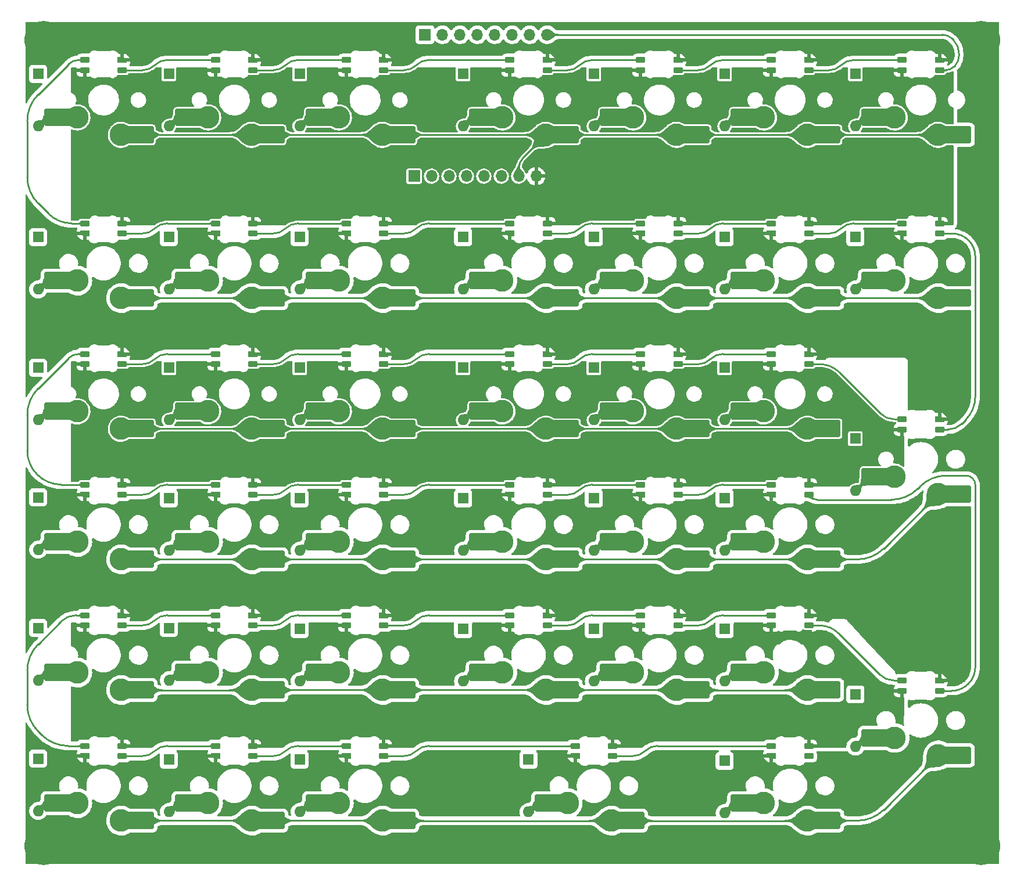
<source format=gbr>
%TF.GenerationSoftware,KiCad,Pcbnew,(6.0.9)*%
%TF.CreationDate,2022-12-06T20:12:41+01:00*%
%TF.ProjectId,tekskey-rounded-num,74656b73-6b65-4792-9d72-6f756e646564,rev?*%
%TF.SameCoordinates,Original*%
%TF.FileFunction,Copper,L1,Top*%
%TF.FilePolarity,Positive*%
%FSLAX46Y46*%
G04 Gerber Fmt 4.6, Leading zero omitted, Abs format (unit mm)*
G04 Created by KiCad (PCBNEW (6.0.9)) date 2022-12-06 20:12:41*
%MOMM*%
%LPD*%
G01*
G04 APERTURE LIST*
G04 Aperture macros list*
%AMRoundRect*
0 Rectangle with rounded corners*
0 $1 Rounding radius*
0 $2 $3 $4 $5 $6 $7 $8 $9 X,Y pos of 4 corners*
0 Add a 4 corners polygon primitive as box body*
4,1,4,$2,$3,$4,$5,$6,$7,$8,$9,$2,$3,0*
0 Add four circle primitives for the rounded corners*
1,1,$1+$1,$2,$3*
1,1,$1+$1,$4,$5*
1,1,$1+$1,$6,$7*
1,1,$1+$1,$8,$9*
0 Add four rect primitives between the rounded corners*
20,1,$1+$1,$2,$3,$4,$5,0*
20,1,$1+$1,$4,$5,$6,$7,0*
20,1,$1+$1,$6,$7,$8,$9,0*
20,1,$1+$1,$8,$9,$2,$3,0*%
%AMFreePoly0*
4,1,18,-0.410000,0.265000,0.000000,0.675000,0.328000,0.675000,0.359380,0.668758,0.385983,0.650983,0.403758,0.624380,0.410000,0.593000,0.410000,-0.593000,0.403758,-0.624380,0.385983,-0.650983,0.359380,-0.668758,0.328000,-0.675000,-0.328000,-0.675000,-0.359380,-0.668758,-0.385983,-0.650983,-0.403758,-0.624380,-0.410000,-0.593000,-0.410000,0.265000,-0.410000,0.265000,$1*%
G04 Aperture macros list end*
%TA.AperFunction,ComponentPad*%
%ADD10C,3.300000*%
%TD*%
%TA.AperFunction,SMDPad,CuDef*%
%ADD11RoundRect,0.250000X1.025000X1.000000X-1.025000X1.000000X-1.025000X-1.000000X1.025000X-1.000000X0*%
%TD*%
%TA.AperFunction,SMDPad,CuDef*%
%ADD12R,1.650000X2.500000*%
%TD*%
%TA.AperFunction,SMDPad,CuDef*%
%ADD13RoundRect,0.082000X-0.593000X0.328000X-0.593000X-0.328000X0.593000X-0.328000X0.593000X0.328000X0*%
%TD*%
%TA.AperFunction,SMDPad,CuDef*%
%ADD14FreePoly0,270.000000*%
%TD*%
%TA.AperFunction,SMDPad,CuDef*%
%ADD15RoundRect,0.082000X0.593000X-0.328000X0.593000X0.328000X-0.593000X0.328000X-0.593000X-0.328000X0*%
%TD*%
%TA.AperFunction,SMDPad,CuDef*%
%ADD16FreePoly0,90.000000*%
%TD*%
%TA.AperFunction,ComponentPad*%
%ADD17R,1.600000X1.600000*%
%TD*%
%TA.AperFunction,ComponentPad*%
%ADD18O,1.600000X1.600000*%
%TD*%
%TA.AperFunction,ComponentPad*%
%ADD19C,5.600000*%
%TD*%
%TA.AperFunction,ComponentPad*%
%ADD20R,1.700000X1.700000*%
%TD*%
%TA.AperFunction,ComponentPad*%
%ADD21O,1.700000X1.700000*%
%TD*%
%TA.AperFunction,ViaPad*%
%ADD22C,0.800000*%
%TD*%
%TA.AperFunction,Conductor*%
%ADD23C,0.250000*%
%TD*%
G04 APERTURE END LIST*
D10*
%TO.P,SW214,1,1*%
%TO.N,Net-(D214-Pad2)*%
X175293750Y-76950000D03*
D11*
X171743750Y-76950000D03*
D12*
X173468750Y-76950000D03*
%TO.P,SW214,2,2*%
%TO.N,nrow1*%
X183443750Y-79490000D03*
D11*
X185193750Y-79490000D03*
D10*
X181643750Y-79490000D03*
%TD*%
D13*
%TO.P,LED217,1,VDD*%
%TO.N,+5VA*%
X95416250Y-89130000D03*
%TO.P,LED217,2,DOUT*%
%TO.N,Net-(LED216-Pad3)*%
X95416250Y-87630000D03*
%TO.P,LED217,3,DIN*%
%TO.N,Net-(LED217-Pad3)*%
X100866250Y-89130000D03*
D14*
%TO.P,LED217,4,VSS*%
%TO.N,GND1*%
X100866250Y-87630000D03*
%TD*%
D15*
%TO.P,LED223,1,VDD*%
%TO.N,+5VA*%
X81816250Y-106680000D03*
%TO.P,LED223,2,DOUT*%
%TO.N,Net-(LED223-Pad2)*%
X81816250Y-108180000D03*
%TO.P,LED223,3,DIN*%
%TO.N,Net-(LED222-Pad2)*%
X76366250Y-106680000D03*
D16*
%TO.P,LED223,4,VSS*%
%TO.N,GND1*%
X76366250Y-108180000D03*
%TD*%
D17*
%TO.P,D211,1,K*%
%TO.N,ncol3*%
X112428750Y-70600000D03*
D18*
%TO.P,D211,2,A*%
%TO.N,Net-(D211-Pad2)*%
X112428750Y-78220000D03*
%TD*%
D17*
%TO.P,D229,1,K*%
%TO.N,ncol0*%
X50516250Y-127591250D03*
D18*
%TO.P,D229,2,A*%
%TO.N,Net-(D229-Pad2)*%
X50516250Y-135211250D03*
%TD*%
D10*
%TO.P,SW223,1,1*%
%TO.N,Net-(D223-Pad2)*%
X75281250Y-115050000D03*
D12*
X73456250Y-115050000D03*
D11*
X71731250Y-115050000D03*
D12*
%TO.P,SW223,2,2*%
%TO.N,nrow3*%
X83431250Y-117590000D03*
D11*
X85181250Y-117590000D03*
D10*
X81631250Y-117590000D03*
%TD*%
D17*
%TO.P,D209,1,K*%
%TO.N,ncol1*%
X69566250Y-70600000D03*
D18*
%TO.P,D209,2,A*%
%TO.N,Net-(D209-Pad2)*%
X69566250Y-78220000D03*
%TD*%
D17*
%TO.P,D226,1,K*%
%TO.N,ncol4*%
X131478750Y-108700000D03*
D18*
%TO.P,D226,2,A*%
%TO.N,Net-(D226-Pad2)*%
X131478750Y-116320000D03*
%TD*%
D10*
%TO.P,SW209,1,1*%
%TO.N,Net-(D209-Pad2)*%
X75281250Y-76950000D03*
D12*
X73456250Y-76950000D03*
D11*
X71731250Y-76950000D03*
D12*
%TO.P,SW209,2,2*%
%TO.N,nrow1*%
X83431250Y-79490000D03*
D10*
X81631250Y-79490000D03*
D11*
X85181250Y-79490000D03*
%TD*%
D15*
%TO.P,LED225,1,VDD*%
%TO.N,+5VA*%
X124678750Y-106680000D03*
%TO.P,LED225,2,DOUT*%
%TO.N,Net-(LED225-Pad2)*%
X124678750Y-108180000D03*
%TO.P,LED225,3,DIN*%
%TO.N,Net-(LED224-Pad2)*%
X119228750Y-106680000D03*
D16*
%TO.P,LED225,4,VSS*%
%TO.N,GND1*%
X119228750Y-108180000D03*
%TD*%
D15*
%TO.P,LED210,1,VDD*%
%TO.N,+5VA*%
X100866250Y-68580000D03*
%TO.P,LED210,2,DOUT*%
%TO.N,Net-(LED210-Pad2)*%
X100866250Y-70080000D03*
%TO.P,LED210,3,DIN*%
%TO.N,Net-(LED209-Pad2)*%
X95416250Y-68580000D03*
D16*
%TO.P,LED210,4,VSS*%
%TO.N,GND1*%
X95416250Y-70080000D03*
%TD*%
D13*
%TO.P,LED233,1,VDD*%
%TO.N,+5VA*%
X138278750Y-127230000D03*
%TO.P,LED233,2,DOUT*%
%TO.N,Net-(LED232-Pad3)*%
X138278750Y-125730000D03*
%TO.P,LED233,3,DIN*%
%TO.N,Net-(LED233-Pad3)*%
X143728750Y-127230000D03*
D14*
%TO.P,LED233,4,VSS*%
%TO.N,GND1*%
X143728750Y-125730000D03*
%TD*%
D15*
%TO.P,LED227,1,VDD*%
%TO.N,+5VA*%
X162778750Y-106680000D03*
%TO.P,LED227,2,DOUT*%
%TO.N,Net-(LED227-Pad2)*%
X162778750Y-108180000D03*
%TO.P,LED227,3,DIN*%
%TO.N,Net-(LED226-Pad2)*%
X157328750Y-106680000D03*
D16*
%TO.P,LED227,4,VSS*%
%TO.N,GND1*%
X157328750Y-108180000D03*
%TD*%
D13*
%TO.P,LED220,1,VDD*%
%TO.N,+5VA*%
X157328750Y-89130000D03*
%TO.P,LED220,2,DOUT*%
%TO.N,Net-(LED219-Pad3)*%
X157328750Y-87630000D03*
%TO.P,LED220,3,DIN*%
%TO.N,Net-(LED220-Pad3)*%
X162778750Y-89130000D03*
D14*
%TO.P,LED220,4,VSS*%
%TO.N,GND1*%
X162778750Y-87630000D03*
%TD*%
D12*
%TO.P,SW202,1,1*%
%TO.N,Net-(D202-Pad2)*%
X73456250Y-53137500D03*
D10*
X75281250Y-53137500D03*
D11*
X71731250Y-53137500D03*
%TO.P,SW202,2,2*%
%TO.N,nrow0*%
X85181250Y-55677500D03*
D10*
X81631250Y-55677500D03*
D12*
X83431250Y-55677500D03*
%TD*%
D15*
%TO.P,LED236,1,VDD*%
%TO.N,+5VA*%
X62766250Y-144780000D03*
%TO.P,LED236,2,DOUT*%
%TO.N,Net-(LED236-Pad2)*%
X62766250Y-146280000D03*
%TO.P,LED236,3,DIN*%
%TO.N,Net-(LED229-Pad2)*%
X57316250Y-144780000D03*
D16*
%TO.P,LED236,4,VSS*%
%TO.N,GND1*%
X57316250Y-146280000D03*
%TD*%
D10*
%TO.P,SW232,1,1*%
%TO.N,Net-(D232-Pad2)*%
X118143750Y-134100000D03*
D12*
X116318750Y-134100000D03*
D11*
X114593750Y-134100000D03*
D12*
%TO.P,SW232,2,2*%
%TO.N,nrow4*%
X126293750Y-136640000D03*
D10*
X124493750Y-136640000D03*
D11*
X128043750Y-136640000D03*
%TD*%
D17*
%TO.P,D217,1,K*%
%TO.N,ncol2*%
X88616250Y-89650000D03*
D18*
%TO.P,D217,2,A*%
%TO.N,Net-(D217-Pad2)*%
X88616250Y-97270000D03*
%TD*%
D11*
%TO.P,SW218,1,1*%
%TO.N,Net-(D218-Pad2)*%
X114593750Y-96000000D03*
D12*
X116318750Y-96000000D03*
D10*
X118143750Y-96000000D03*
%TO.P,SW218,2,2*%
%TO.N,nrow2*%
X124493750Y-98540000D03*
D12*
X126293750Y-98540000D03*
D11*
X128043750Y-98540000D03*
%TD*%
D17*
%TO.P,D235,1,K*%
%TO.N,ncol6*%
X169578750Y-137275000D03*
D18*
%TO.P,D235,2,A*%
%TO.N,Net-(D235-Pad2)*%
X169578750Y-144895000D03*
%TD*%
D17*
%TO.P,D232,1,K*%
%TO.N,ncol3*%
X112428750Y-127750000D03*
D18*
%TO.P,D232,2,A*%
%TO.N,Net-(D232-Pad2)*%
X112428750Y-135370000D03*
%TD*%
D17*
%TO.P,D234,1,K*%
%TO.N,ncol5*%
X150528750Y-127750000D03*
D18*
%TO.P,D234,2,A*%
%TO.N,Net-(D234-Pad2)*%
X150528750Y-135370000D03*
%TD*%
D17*
%TO.P,D221,1,K*%
%TO.N,ncol6*%
X169578750Y-99968750D03*
D18*
%TO.P,D221,2,A*%
%TO.N,Net-(D221-Pad2)*%
X169578750Y-107588750D03*
%TD*%
D13*
%TO.P,LED216,1,VDD*%
%TO.N,+5VA*%
X76366250Y-89130000D03*
%TO.P,LED216,2,DOUT*%
%TO.N,Net-(LED215-Pad3)*%
X76366250Y-87630000D03*
%TO.P,LED216,3,DIN*%
%TO.N,Net-(LED216-Pad3)*%
X81816250Y-89130000D03*
D14*
%TO.P,LED216,4,VSS*%
%TO.N,GND1*%
X81816250Y-87630000D03*
%TD*%
D13*
%TO.P,LED230,1,VDD*%
%TO.N,+5VA*%
X76366250Y-127230000D03*
%TO.P,LED230,2,DOUT*%
%TO.N,Net-(LED229-Pad3)*%
X76366250Y-125730000D03*
%TO.P,LED230,3,DIN*%
%TO.N,Net-(LED230-Pad3)*%
X81816250Y-127230000D03*
D14*
%TO.P,LED230,4,VSS*%
%TO.N,GND1*%
X81816250Y-125730000D03*
%TD*%
D12*
%TO.P,SW215,1,1*%
%TO.N,Net-(D215-Pad2)*%
X54406250Y-96000000D03*
D11*
X52681250Y-96000000D03*
D10*
X56231250Y-96000000D03*
D12*
%TO.P,SW215,2,2*%
%TO.N,nrow2*%
X64381250Y-98540000D03*
D10*
X62581250Y-98540000D03*
D11*
X66131250Y-98540000D03*
%TD*%
D17*
%TO.P,D208,1,K*%
%TO.N,ncol0*%
X50516250Y-70600000D03*
D18*
%TO.P,D208,2,A*%
%TO.N,Net-(D208-Pad2)*%
X50516250Y-78220000D03*
%TD*%
D11*
%TO.P,SW210,1,1*%
%TO.N,Net-(D210-Pad2)*%
X90781250Y-76950000D03*
D10*
X94331250Y-76950000D03*
D12*
X92506250Y-76950000D03*
%TO.P,SW210,2,2*%
%TO.N,nrow1*%
X102481250Y-79490000D03*
D10*
X100681250Y-79490000D03*
D11*
X104231250Y-79490000D03*
%TD*%
D13*
%TO.P,LED207,1,VDD*%
%TO.N,+5VA*%
X176378750Y-46267500D03*
%TO.P,LED207,2,DOUT*%
%TO.N,Net-(LED206-Pad3)*%
X176378750Y-44767500D03*
%TO.P,LED207,3,DIN*%
%TO.N,nLEDIN*%
X181828750Y-46267500D03*
D14*
%TO.P,LED207,4,VSS*%
%TO.N,GND1*%
X181828750Y-44767500D03*
%TD*%
D12*
%TO.P,SW205,1,1*%
%TO.N,Net-(D205-Pad2)*%
X135368750Y-53137500D03*
D10*
X137193750Y-53137500D03*
D11*
X133643750Y-53137500D03*
D10*
%TO.P,SW205,2,2*%
%TO.N,nrow0*%
X143543750Y-55677500D03*
D11*
X147093750Y-55677500D03*
D12*
X145343750Y-55677500D03*
%TD*%
D17*
%TO.P,D231,1,K*%
%TO.N,ncol2*%
X88616250Y-127750000D03*
D18*
%TO.P,D231,2,A*%
%TO.N,Net-(D231-Pad2)*%
X88616250Y-135370000D03*
%TD*%
D11*
%TO.P,SW216,1,1*%
%TO.N,Net-(D216-Pad2)*%
X71731250Y-96000000D03*
D10*
X75281250Y-96000000D03*
D12*
X73456250Y-96000000D03*
D10*
%TO.P,SW216,2,2*%
%TO.N,nrow2*%
X81631250Y-98540000D03*
D11*
X85181250Y-98540000D03*
D12*
X83431250Y-98540000D03*
%TD*%
D17*
%TO.P,D237,1,K*%
%TO.N,ncol1*%
X69566250Y-146800000D03*
D18*
%TO.P,D237,2,A*%
%TO.N,Net-(D237-Pad2)*%
X69566250Y-154420000D03*
%TD*%
D19*
%TO.P,J203,1,Pin_1*%
%TO.N,GND1*%
X187835000Y-41866250D03*
%TD*%
D11*
%TO.P,SW231,1,1*%
%TO.N,Net-(D231-Pad2)*%
X90781250Y-134100000D03*
D12*
X92506250Y-134100000D03*
D10*
X94331250Y-134100000D03*
%TO.P,SW231,2,2*%
%TO.N,nrow4*%
X100681250Y-136640000D03*
D12*
X102481250Y-136640000D03*
D11*
X104231250Y-136640000D03*
%TD*%
D15*
%TO.P,LED212,1,VDD*%
%TO.N,+5VA*%
X143728750Y-68580000D03*
%TO.P,LED212,2,DOUT*%
%TO.N,Net-(LED212-Pad2)*%
X143728750Y-70080000D03*
%TO.P,LED212,3,DIN*%
%TO.N,Net-(LED211-Pad2)*%
X138278750Y-68580000D03*
D16*
%TO.P,LED212,4,VSS*%
%TO.N,GND1*%
X138278750Y-70080000D03*
%TD*%
D10*
%TO.P,SW211,1,1*%
%TO.N,Net-(D211-Pad2)*%
X118143750Y-76950000D03*
D11*
X114593750Y-76950000D03*
D12*
X116318750Y-76950000D03*
D11*
%TO.P,SW211,2,2*%
%TO.N,nrow1*%
X128043750Y-79490000D03*
D10*
X124493750Y-79490000D03*
D12*
X126293750Y-79490000D03*
%TD*%
D17*
%TO.P,D218,1,K*%
%TO.N,ncol3*%
X112428750Y-89650000D03*
D18*
%TO.P,D218,2,A*%
%TO.N,Net-(D218-Pad2)*%
X112428750Y-97270000D03*
%TD*%
D15*
%TO.P,LED224,1,VDD*%
%TO.N,+5VA*%
X100866250Y-106680000D03*
%TO.P,LED224,2,DOUT*%
%TO.N,Net-(LED224-Pad2)*%
X100866250Y-108180000D03*
%TO.P,LED224,3,DIN*%
%TO.N,Net-(LED223-Pad2)*%
X95416250Y-106680000D03*
D16*
%TO.P,LED224,4,VSS*%
%TO.N,GND1*%
X95416250Y-108180000D03*
%TD*%
D15*
%TO.P,LED209,1,VDD*%
%TO.N,+5VA*%
X81816250Y-68580000D03*
%TO.P,LED209,2,DOUT*%
%TO.N,Net-(LED209-Pad2)*%
X81816250Y-70080000D03*
%TO.P,LED209,3,DIN*%
%TO.N,Net-(LED208-Pad2)*%
X76366250Y-68580000D03*
D16*
%TO.P,LED209,4,VSS*%
%TO.N,GND1*%
X76366250Y-70080000D03*
%TD*%
D11*
%TO.P,SW206,1,1*%
%TO.N,Net-(D206-Pad2)*%
X152693750Y-53137500D03*
D12*
X154418750Y-53137500D03*
D10*
X156243750Y-53137500D03*
%TO.P,SW206,2,2*%
%TO.N,nrow0*%
X162593750Y-55677500D03*
D11*
X166143750Y-55677500D03*
D12*
X164393750Y-55677500D03*
%TD*%
D13*
%TO.P,LED201,1,VDD*%
%TO.N,+5VA*%
X57316250Y-46267500D03*
%TO.P,LED201,2,DOUT*%
%TO.N,Net-(LED201-Pad2)*%
X57316250Y-44767500D03*
%TO.P,LED201,3,DIN*%
%TO.N,Net-(LED201-Pad3)*%
X62766250Y-46267500D03*
D14*
%TO.P,LED201,4,VSS*%
%TO.N,GND1*%
X62766250Y-44767500D03*
%TD*%
D10*
%TO.P,SW221,1,1*%
%TO.N,Net-(D221-Pad2)*%
X175293750Y-105525000D03*
D12*
X173468750Y-105525000D03*
D11*
X171743750Y-105525000D03*
D12*
%TO.P,SW221,2,2*%
%TO.N,nrow3*%
X183443750Y-108065000D03*
D10*
X181643750Y-108065000D03*
D11*
X185193750Y-108065000D03*
%TD*%
%TO.P,SW233,1,1*%
%TO.N,Net-(D233-Pad2)*%
X133643750Y-134100000D03*
D10*
X137193750Y-134100000D03*
D12*
X135368750Y-134100000D03*
D10*
%TO.P,SW233,2,2*%
%TO.N,nrow4*%
X143543750Y-136640000D03*
D12*
X145343750Y-136640000D03*
D11*
X147093750Y-136640000D03*
%TD*%
D12*
%TO.P,SW239,1,1*%
%TO.N,Net-(D239-Pad2)*%
X125843750Y-153150000D03*
D11*
X124118750Y-153150000D03*
D10*
X127668750Y-153150000D03*
D12*
%TO.P,SW239,2,2*%
%TO.N,nrow5*%
X135818750Y-155690000D03*
D11*
X137568750Y-155690000D03*
D10*
X134018750Y-155690000D03*
%TD*%
%TO.P,SW230,1,1*%
%TO.N,Net-(D230-Pad2)*%
X75281250Y-134100000D03*
D11*
X71731250Y-134100000D03*
D12*
X73456250Y-134100000D03*
D10*
%TO.P,SW230,2,2*%
%TO.N,nrow4*%
X81631250Y-136640000D03*
D11*
X85181250Y-136640000D03*
D12*
X83431250Y-136640000D03*
%TD*%
D20*
%TO.P,J202,1,Pin_1*%
%TO.N,ncol0*%
X106872500Y-41072500D03*
D21*
%TO.P,J202,2,Pin_2*%
%TO.N,ncol1*%
X109412500Y-41072500D03*
%TO.P,J202,3,Pin_3*%
%TO.N,ncol2*%
X111952500Y-41072500D03*
%TO.P,J202,4,Pin_4*%
%TO.N,ncol3*%
X114492500Y-41072500D03*
%TO.P,J202,5,Pin_5*%
%TO.N,ncol4*%
X117032500Y-41072500D03*
%TO.P,J202,6,Pin_6*%
%TO.N,ncol5*%
X119572500Y-41072500D03*
%TO.P,J202,7,Pin_7*%
%TO.N,ncol6*%
X122112500Y-41072500D03*
%TO.P,J202,8,Pin_8*%
%TO.N,nLEDIN*%
X124652500Y-41072500D03*
%TD*%
D19*
%TO.P,J205,1,Pin_1*%
%TO.N,GND1*%
X51310000Y-41866250D03*
%TD*%
D13*
%TO.P,LED234,1,VDD*%
%TO.N,+5VA*%
X157328750Y-127230000D03*
%TO.P,LED234,2,DOUT*%
%TO.N,Net-(LED233-Pad3)*%
X157328750Y-125730000D03*
%TO.P,LED234,3,DIN*%
%TO.N,Net-(LED234-Pad3)*%
X162778750Y-127230000D03*
D14*
%TO.P,LED234,4,VSS*%
%TO.N,GND1*%
X162778750Y-125730000D03*
%TD*%
D15*
%TO.P,LED241,1,VDD*%
%TO.N,+5VA*%
X162778750Y-144780000D03*
%TO.P,LED241,2,DOUT*%
%TO.N,unconnected-(LED241-Pad2)*%
X162778750Y-146280000D03*
%TO.P,LED241,3,DIN*%
%TO.N,Net-(LED239-Pad2)*%
X157328750Y-144780000D03*
D16*
%TO.P,LED241,4,VSS*%
%TO.N,GND1*%
X157328750Y-146280000D03*
%TD*%
D17*
%TO.P,D225,1,K*%
%TO.N,ncol3*%
X112428750Y-108700000D03*
D18*
%TO.P,D225,2,A*%
%TO.N,Net-(D225-Pad2)*%
X112428750Y-116320000D03*
%TD*%
D17*
%TO.P,D210,1,K*%
%TO.N,ncol2*%
X88616250Y-70600000D03*
D18*
%TO.P,D210,2,A*%
%TO.N,Net-(D210-Pad2)*%
X88616250Y-78220000D03*
%TD*%
D17*
%TO.P,D236,1,K*%
%TO.N,ncol0*%
X50516250Y-146641250D03*
D18*
%TO.P,D236,2,A*%
%TO.N,Net-(D236-Pad2)*%
X50516250Y-154261250D03*
%TD*%
D17*
%TO.P,D215,1,K*%
%TO.N,ncol0*%
X50516250Y-89650000D03*
D18*
%TO.P,D215,2,A*%
%TO.N,Net-(D215-Pad2)*%
X50516250Y-97270000D03*
%TD*%
D17*
%TO.P,D241,1,K*%
%TO.N,ncol5*%
X150528750Y-146958750D03*
D18*
%TO.P,D241,2,A*%
%TO.N,Net-(D241-Pad2)*%
X150528750Y-154578750D03*
%TD*%
D11*
%TO.P,SW207,1,1*%
%TO.N,Net-(D207-Pad2)*%
X171743750Y-53137500D03*
D12*
X173468750Y-53137500D03*
D10*
X175293750Y-53137500D03*
D12*
%TO.P,SW207,2,2*%
%TO.N,nrow0*%
X183443750Y-55677500D03*
D10*
X181643750Y-55677500D03*
D11*
X185193750Y-55677500D03*
%TD*%
D15*
%TO.P,LED213,1,VDD*%
%TO.N,+5VA*%
X162778750Y-68580000D03*
%TO.P,LED213,2,DOUT*%
%TO.N,Net-(LED213-Pad2)*%
X162778750Y-70080000D03*
%TO.P,LED213,3,DIN*%
%TO.N,Net-(LED212-Pad2)*%
X157328750Y-68580000D03*
D16*
%TO.P,LED213,4,VSS*%
%TO.N,GND1*%
X157328750Y-70080000D03*
%TD*%
D17*
%TO.P,D202,1,K*%
%TO.N,ncol1*%
X69566250Y-46787500D03*
D18*
%TO.P,D202,2,A*%
%TO.N,Net-(D202-Pad2)*%
X69566250Y-54407500D03*
%TD*%
D17*
%TO.P,D201,1,K*%
%TO.N,ncol0*%
X50516250Y-46787500D03*
D18*
%TO.P,D201,2,A*%
%TO.N,Net-(D201-Pad2)*%
X50516250Y-54407500D03*
%TD*%
D13*
%TO.P,LED235,1,VDD*%
%TO.N,+5VA*%
X176378750Y-136755000D03*
%TO.P,LED235,2,DOUT*%
%TO.N,Net-(LED234-Pad3)*%
X176378750Y-135255000D03*
%TO.P,LED235,3,DIN*%
%TO.N,Net-(LED227-Pad2)*%
X181828750Y-136755000D03*
D14*
%TO.P,LED235,4,VSS*%
%TO.N,GND1*%
X181828750Y-135255000D03*
%TD*%
D13*
%TO.P,LED205,1,VDD*%
%TO.N,+5VA*%
X138278750Y-46267500D03*
%TO.P,LED205,2,DOUT*%
%TO.N,Net-(LED204-Pad3)*%
X138278750Y-44767500D03*
%TO.P,LED205,3,DIN*%
%TO.N,Net-(LED205-Pad3)*%
X143728750Y-46267500D03*
D14*
%TO.P,LED205,4,VSS*%
%TO.N,GND1*%
X143728750Y-44767500D03*
%TD*%
D17*
%TO.P,D223,1,K*%
%TO.N,ncol1*%
X69566250Y-108700000D03*
D18*
%TO.P,D223,2,A*%
%TO.N,Net-(D223-Pad2)*%
X69566250Y-116320000D03*
%TD*%
D13*
%TO.P,LED218,1,VDD*%
%TO.N,+5VA*%
X119228750Y-89130000D03*
%TO.P,LED218,2,DOUT*%
%TO.N,Net-(LED217-Pad3)*%
X119228750Y-87630000D03*
%TO.P,LED218,3,DIN*%
%TO.N,Net-(LED218-Pad3)*%
X124678750Y-89130000D03*
D14*
%TO.P,LED218,4,VSS*%
%TO.N,GND1*%
X124678750Y-87630000D03*
%TD*%
D17*
%TO.P,D212,1,K*%
%TO.N,ncol4*%
X131478750Y-70600000D03*
D18*
%TO.P,D212,2,A*%
%TO.N,Net-(D212-Pad2)*%
X131478750Y-78220000D03*
%TD*%
D10*
%TO.P,SW204,1,1*%
%TO.N,Net-(D204-Pad2)*%
X118143750Y-53137500D03*
D12*
X116318750Y-53137500D03*
D11*
X114593750Y-53137500D03*
D12*
%TO.P,SW204,2,2*%
%TO.N,nrow0*%
X126293750Y-55677500D03*
D10*
X124493750Y-55677500D03*
D11*
X128043750Y-55677500D03*
%TD*%
D17*
%TO.P,D222,1,K*%
%TO.N,ncol0*%
X50516250Y-108541250D03*
D18*
%TO.P,D222,2,A*%
%TO.N,Net-(D222-Pad2)*%
X50516250Y-116161250D03*
%TD*%
D12*
%TO.P,SW237,1,1*%
%TO.N,Net-(D237-Pad2)*%
X73456250Y-153150000D03*
D10*
X75281250Y-153150000D03*
D11*
X71731250Y-153150000D03*
%TO.P,SW237,2,2*%
%TO.N,nrow5*%
X85181250Y-155690000D03*
D12*
X83431250Y-155690000D03*
D10*
X81631250Y-155690000D03*
%TD*%
D13*
%TO.P,LED231,1,VDD*%
%TO.N,+5VA*%
X95416250Y-127230000D03*
%TO.P,LED231,2,DOUT*%
%TO.N,Net-(LED230-Pad3)*%
X95416250Y-125730000D03*
%TO.P,LED231,3,DIN*%
%TO.N,Net-(LED231-Pad3)*%
X100866250Y-127230000D03*
D14*
%TO.P,LED231,4,VSS*%
%TO.N,GND1*%
X100866250Y-125730000D03*
%TD*%
D13*
%TO.P,LED204,1,VDD*%
%TO.N,+5VA*%
X119228750Y-46267500D03*
%TO.P,LED204,2,DOUT*%
%TO.N,Net-(LED203-Pad3)*%
X119228750Y-44767500D03*
%TO.P,LED204,3,DIN*%
%TO.N,Net-(LED204-Pad3)*%
X124678750Y-46267500D03*
D14*
%TO.P,LED204,4,VSS*%
%TO.N,GND1*%
X124678750Y-44767500D03*
%TD*%
D12*
%TO.P,SW227,1,1*%
%TO.N,Net-(D227-Pad2)*%
X154418750Y-115050000D03*
D10*
X156243750Y-115050000D03*
D11*
X152693750Y-115050000D03*
%TO.P,SW227,2,2*%
%TO.N,nrow3*%
X166143750Y-117590000D03*
D10*
X162593750Y-117590000D03*
D12*
X164393750Y-117590000D03*
%TD*%
D17*
%TO.P,D216,1,K*%
%TO.N,ncol1*%
X69566250Y-89650000D03*
D18*
%TO.P,D216,2,A*%
%TO.N,Net-(D216-Pad2)*%
X69566250Y-97270000D03*
%TD*%
D17*
%TO.P,D203,1,K*%
%TO.N,ncol2*%
X88616250Y-46787500D03*
D18*
%TO.P,D203,2,A*%
%TO.N,Net-(D203-Pad2)*%
X88616250Y-54407500D03*
%TD*%
D13*
%TO.P,LED229,1,VDD*%
%TO.N,+5VA*%
X57316250Y-127230000D03*
%TO.P,LED229,2,DOUT*%
%TO.N,Net-(LED229-Pad2)*%
X57316250Y-125730000D03*
%TO.P,LED229,3,DIN*%
%TO.N,Net-(LED229-Pad3)*%
X62766250Y-127230000D03*
D14*
%TO.P,LED229,4,VSS*%
%TO.N,GND1*%
X62766250Y-125730000D03*
%TD*%
D11*
%TO.P,SW241,1,1*%
%TO.N,Net-(D241-Pad2)*%
X152693750Y-153150000D03*
D10*
X156243750Y-153150000D03*
D12*
X154418750Y-153150000D03*
D11*
%TO.P,SW241,2,2*%
%TO.N,nrow5*%
X166143750Y-155690000D03*
D12*
X164393750Y-155690000D03*
D10*
X162593750Y-155690000D03*
%TD*%
D17*
%TO.P,D239,1,K*%
%TO.N,ncol3*%
X121953750Y-146800000D03*
D18*
%TO.P,D239,2,A*%
%TO.N,Net-(D239-Pad2)*%
X121953750Y-154420000D03*
%TD*%
D10*
%TO.P,SW213,1,1*%
%TO.N,Net-(D213-Pad2)*%
X156243750Y-76950000D03*
D12*
X154418750Y-76950000D03*
D11*
X152693750Y-76950000D03*
%TO.P,SW213,2,2*%
%TO.N,nrow1*%
X166143750Y-79490000D03*
D10*
X162593750Y-79490000D03*
D12*
X164393750Y-79490000D03*
%TD*%
D15*
%TO.P,LED222,1,VDD*%
%TO.N,+5VA*%
X62766250Y-106680000D03*
%TO.P,LED222,2,DOUT*%
%TO.N,Net-(LED222-Pad2)*%
X62766250Y-108180000D03*
%TO.P,LED222,3,DIN*%
%TO.N,Net-(LED215-Pad2)*%
X57316250Y-106680000D03*
D16*
%TO.P,LED222,4,VSS*%
%TO.N,GND1*%
X57316250Y-108180000D03*
%TD*%
D15*
%TO.P,LED237,1,VDD*%
%TO.N,+5VA*%
X81816250Y-144780000D03*
%TO.P,LED237,2,DOUT*%
%TO.N,Net-(LED237-Pad2)*%
X81816250Y-146280000D03*
%TO.P,LED237,3,DIN*%
%TO.N,Net-(LED236-Pad2)*%
X76366250Y-144780000D03*
D16*
%TO.P,LED237,4,VSS*%
%TO.N,GND1*%
X76366250Y-146280000D03*
%TD*%
D12*
%TO.P,SW201,1,1*%
%TO.N,Net-(D201-Pad2)*%
X54406250Y-53137500D03*
D11*
X52681250Y-53137500D03*
D10*
X56231250Y-53137500D03*
%TO.P,SW201,2,2*%
%TO.N,nrow0*%
X62581250Y-55677500D03*
D12*
X64381250Y-55677500D03*
D11*
X66131250Y-55677500D03*
%TD*%
D12*
%TO.P,SW203,1,1*%
%TO.N,Net-(D203-Pad2)*%
X92506250Y-53137500D03*
D10*
X94331250Y-53137500D03*
D11*
X90781250Y-53137500D03*
%TO.P,SW203,2,2*%
%TO.N,nrow0*%
X104231250Y-55677500D03*
D12*
X102481250Y-55677500D03*
D10*
X100681250Y-55677500D03*
%TD*%
D13*
%TO.P,LED232,1,VDD*%
%TO.N,+5VA*%
X119228750Y-127230000D03*
%TO.P,LED232,2,DOUT*%
%TO.N,Net-(LED231-Pad3)*%
X119228750Y-125730000D03*
%TO.P,LED232,3,DIN*%
%TO.N,Net-(LED232-Pad3)*%
X124678750Y-127230000D03*
D14*
%TO.P,LED232,4,VSS*%
%TO.N,GND1*%
X124678750Y-125730000D03*
%TD*%
D20*
%TO.P,J201,1,Pin_1*%
%TO.N,GND1*%
X105285000Y-61710000D03*
D21*
%TO.P,J201,2,Pin_2*%
%TO.N,nrow1*%
X107825000Y-61710000D03*
%TO.P,J201,3,Pin_3*%
%TO.N,nrow2*%
X110365000Y-61710000D03*
%TO.P,J201,4,Pin_4*%
%TO.N,nrow3*%
X112905000Y-61710000D03*
%TO.P,J201,5,Pin_5*%
%TO.N,nrow4*%
X115445000Y-61710000D03*
%TO.P,J201,6,Pin_6*%
%TO.N,nrow5*%
X117985000Y-61710000D03*
%TO.P,J201,7,Pin_7*%
%TO.N,nrow0*%
X120525000Y-61710000D03*
%TO.P,J201,8,Pin_8*%
%TO.N,+5VA*%
X123065000Y-61710000D03*
%TD*%
D17*
%TO.P,D214,1,K*%
%TO.N,ncol6*%
X169578750Y-70600000D03*
D18*
%TO.P,D214,2,A*%
%TO.N,Net-(D214-Pad2)*%
X169578750Y-78220000D03*
%TD*%
D19*
%TO.P,J204,1,Pin_1*%
%TO.N,GND1*%
X187835000Y-159341250D03*
%TD*%
D13*
%TO.P,LED203,1,VDD*%
%TO.N,+5VA*%
X95416250Y-46267500D03*
%TO.P,LED203,2,DOUT*%
%TO.N,Net-(LED202-Pad3)*%
X95416250Y-44767500D03*
%TO.P,LED203,3,DIN*%
%TO.N,Net-(LED203-Pad3)*%
X100866250Y-46267500D03*
D14*
%TO.P,LED203,4,VSS*%
%TO.N,GND1*%
X100866250Y-44767500D03*
%TD*%
D17*
%TO.P,D233,1,K*%
%TO.N,ncol4*%
X131478750Y-127750000D03*
D18*
%TO.P,D233,2,A*%
%TO.N,Net-(D233-Pad2)*%
X131478750Y-135370000D03*
%TD*%
D11*
%TO.P,SW217,1,1*%
%TO.N,Net-(D217-Pad2)*%
X90781250Y-96000000D03*
D10*
X94331250Y-96000000D03*
D12*
X92506250Y-96000000D03*
D10*
%TO.P,SW217,2,2*%
%TO.N,nrow2*%
X100681250Y-98540000D03*
D12*
X102481250Y-98540000D03*
D11*
X104231250Y-98540000D03*
%TD*%
D15*
%TO.P,LED226,1,VDD*%
%TO.N,+5VA*%
X143728750Y-106680000D03*
%TO.P,LED226,2,DOUT*%
%TO.N,Net-(LED226-Pad2)*%
X143728750Y-108180000D03*
%TO.P,LED226,3,DIN*%
%TO.N,Net-(LED225-Pad2)*%
X138278750Y-106680000D03*
D16*
%TO.P,LED226,4,VSS*%
%TO.N,GND1*%
X138278750Y-108180000D03*
%TD*%
D17*
%TO.P,D230,1,K*%
%TO.N,ncol1*%
X69566250Y-127591250D03*
D18*
%TO.P,D230,2,A*%
%TO.N,Net-(D230-Pad2)*%
X69566250Y-135211250D03*
%TD*%
D15*
%TO.P,LED208,1,VDD*%
%TO.N,+5VA*%
X62766250Y-68580000D03*
%TO.P,LED208,2,DOUT*%
%TO.N,Net-(LED208-Pad2)*%
X62766250Y-70080000D03*
%TO.P,LED208,3,DIN*%
%TO.N,Net-(LED201-Pad2)*%
X57316250Y-68580000D03*
D16*
%TO.P,LED208,4,VSS*%
%TO.N,GND1*%
X57316250Y-70080000D03*
%TD*%
D17*
%TO.P,D219,1,K*%
%TO.N,ncol4*%
X131478750Y-89650000D03*
D18*
%TO.P,D219,2,A*%
%TO.N,Net-(D219-Pad2)*%
X131478750Y-97270000D03*
%TD*%
D10*
%TO.P,SW224,1,1*%
%TO.N,Net-(D224-Pad2)*%
X94331250Y-115050000D03*
D12*
X92506250Y-115050000D03*
D11*
X90781250Y-115050000D03*
%TO.P,SW224,2,2*%
%TO.N,nrow3*%
X104231250Y-117590000D03*
D10*
X100681250Y-117590000D03*
D12*
X102481250Y-117590000D03*
%TD*%
D17*
%TO.P,D238,1,K*%
%TO.N,ncol2*%
X88616250Y-146800000D03*
D18*
%TO.P,D238,2,A*%
%TO.N,Net-(D238-Pad2)*%
X88616250Y-154420000D03*
%TD*%
D13*
%TO.P,LED221,1,VDD*%
%TO.N,+5VA*%
X176378750Y-98655000D03*
%TO.P,LED221,2,DOUT*%
%TO.N,Net-(LED220-Pad3)*%
X176378750Y-97155000D03*
%TO.P,LED221,3,DIN*%
%TO.N,Net-(LED214-Pad2)*%
X181828750Y-98655000D03*
D14*
%TO.P,LED221,4,VSS*%
%TO.N,GND1*%
X181828750Y-97155000D03*
%TD*%
D10*
%TO.P,SW236,1,1*%
%TO.N,Net-(D236-Pad2)*%
X56231250Y-153150000D03*
D12*
X54406250Y-153150000D03*
D11*
X52681250Y-153150000D03*
D10*
%TO.P,SW236,2,2*%
%TO.N,nrow5*%
X62581250Y-155690000D03*
D11*
X66131250Y-155690000D03*
D12*
X64381250Y-155690000D03*
%TD*%
D13*
%TO.P,LED215,1,VDD*%
%TO.N,+5VA*%
X57316250Y-89130000D03*
%TO.P,LED215,2,DOUT*%
%TO.N,Net-(LED215-Pad2)*%
X57316250Y-87630000D03*
%TO.P,LED215,3,DIN*%
%TO.N,Net-(LED215-Pad3)*%
X62766250Y-89130000D03*
D14*
%TO.P,LED215,4,VSS*%
%TO.N,GND1*%
X62766250Y-87630000D03*
%TD*%
D11*
%TO.P,SW238,1,1*%
%TO.N,Net-(D238-Pad2)*%
X90781250Y-153150000D03*
D10*
X94331250Y-153150000D03*
D12*
X92506250Y-153150000D03*
D10*
%TO.P,SW238,2,2*%
%TO.N,nrow5*%
X100681250Y-155690000D03*
D12*
X102481250Y-155690000D03*
D11*
X104231250Y-155690000D03*
%TD*%
D13*
%TO.P,LED219,1,VDD*%
%TO.N,+5VA*%
X138278750Y-89130000D03*
%TO.P,LED219,2,DOUT*%
%TO.N,Net-(LED218-Pad3)*%
X138278750Y-87630000D03*
%TO.P,LED219,3,DIN*%
%TO.N,Net-(LED219-Pad3)*%
X143728750Y-89130000D03*
D14*
%TO.P,LED219,4,VSS*%
%TO.N,GND1*%
X143728750Y-87630000D03*
%TD*%
D15*
%TO.P,LED238,1,VDD*%
%TO.N,+5VA*%
X100866250Y-144780000D03*
%TO.P,LED238,2,DOUT*%
%TO.N,Net-(LED238-Pad2)*%
X100866250Y-146280000D03*
%TO.P,LED238,3,DIN*%
%TO.N,Net-(LED237-Pad2)*%
X95416250Y-144780000D03*
D16*
%TO.P,LED238,4,VSS*%
%TO.N,GND1*%
X95416250Y-146280000D03*
%TD*%
D19*
%TO.P,J206,1,Pin_1*%
%TO.N,GND1*%
X51310000Y-159341250D03*
%TD*%
D13*
%TO.P,LED202,1,VDD*%
%TO.N,+5VA*%
X76366250Y-46267500D03*
%TO.P,LED202,2,DOUT*%
%TO.N,Net-(LED201-Pad3)*%
X76366250Y-44767500D03*
%TO.P,LED202,3,DIN*%
%TO.N,Net-(LED202-Pad3)*%
X81816250Y-46267500D03*
D14*
%TO.P,LED202,4,VSS*%
%TO.N,GND1*%
X81816250Y-44767500D03*
%TD*%
D17*
%TO.P,D204,1,K*%
%TO.N,ncol3*%
X112428750Y-46787500D03*
D18*
%TO.P,D204,2,A*%
%TO.N,Net-(D204-Pad2)*%
X112428750Y-54407500D03*
%TD*%
D15*
%TO.P,LED211,1,VDD*%
%TO.N,+5VA*%
X124678750Y-68580000D03*
%TO.P,LED211,2,DOUT*%
%TO.N,Net-(LED211-Pad2)*%
X124678750Y-70080000D03*
%TO.P,LED211,3,DIN*%
%TO.N,Net-(LED210-Pad2)*%
X119228750Y-68580000D03*
D16*
%TO.P,LED211,4,VSS*%
%TO.N,GND1*%
X119228750Y-70080000D03*
%TD*%
D11*
%TO.P,SW225,1,1*%
%TO.N,Net-(D225-Pad2)*%
X114593750Y-115050000D03*
D12*
X116318750Y-115050000D03*
D10*
X118143750Y-115050000D03*
%TO.P,SW225,2,2*%
%TO.N,nrow3*%
X124493750Y-117590000D03*
D11*
X128043750Y-117590000D03*
D12*
X126293750Y-117590000D03*
%TD*%
D17*
%TO.P,D207,1,K*%
%TO.N,ncol6*%
X169578750Y-46787500D03*
D18*
%TO.P,D207,2,A*%
%TO.N,Net-(D207-Pad2)*%
X169578750Y-54407500D03*
%TD*%
D17*
%TO.P,D220,1,K*%
%TO.N,ncol5*%
X150528750Y-89650000D03*
D18*
%TO.P,D220,2,A*%
%TO.N,Net-(D220-Pad2)*%
X150528750Y-97270000D03*
%TD*%
D17*
%TO.P,D206,1,K*%
%TO.N,ncol5*%
X150528750Y-46787500D03*
D18*
%TO.P,D206,2,A*%
%TO.N,Net-(D206-Pad2)*%
X150528750Y-54407500D03*
%TD*%
D12*
%TO.P,SW222,1,1*%
%TO.N,Net-(D222-Pad2)*%
X54406250Y-115050000D03*
D11*
X52681250Y-115050000D03*
D10*
X56231250Y-115050000D03*
D12*
%TO.P,SW222,2,2*%
%TO.N,nrow3*%
X64381250Y-117590000D03*
D11*
X66131250Y-117590000D03*
D10*
X62581250Y-117590000D03*
%TD*%
D11*
%TO.P,SW220,1,1*%
%TO.N,Net-(D220-Pad2)*%
X152693750Y-96000000D03*
D10*
X156243750Y-96000000D03*
D12*
X154418750Y-96000000D03*
%TO.P,SW220,2,2*%
%TO.N,nrow2*%
X164393750Y-98540000D03*
D10*
X162593750Y-98540000D03*
D11*
X166143750Y-98540000D03*
%TD*%
D13*
%TO.P,LED206,1,VDD*%
%TO.N,+5VA*%
X157328750Y-46267500D03*
%TO.P,LED206,2,DOUT*%
%TO.N,Net-(LED205-Pad3)*%
X157328750Y-44767500D03*
%TO.P,LED206,3,DIN*%
%TO.N,Net-(LED206-Pad3)*%
X162778750Y-46267500D03*
D14*
%TO.P,LED206,4,VSS*%
%TO.N,GND1*%
X162778750Y-44767500D03*
%TD*%
D15*
%TO.P,LED239,1,VDD*%
%TO.N,+5VA*%
X134203750Y-144780000D03*
%TO.P,LED239,2,DOUT*%
%TO.N,Net-(LED239-Pad2)*%
X134203750Y-146280000D03*
%TO.P,LED239,3,DIN*%
%TO.N,Net-(LED238-Pad2)*%
X128753750Y-144780000D03*
D16*
%TO.P,LED239,4,VSS*%
%TO.N,GND1*%
X128753750Y-146280000D03*
%TD*%
D12*
%TO.P,SW229,1,1*%
%TO.N,Net-(D229-Pad2)*%
X54406250Y-134100000D03*
D10*
X56231250Y-134100000D03*
D11*
X52681250Y-134100000D03*
%TO.P,SW229,2,2*%
%TO.N,nrow4*%
X66131250Y-136640000D03*
D10*
X62581250Y-136640000D03*
D12*
X64381250Y-136640000D03*
%TD*%
D17*
%TO.P,D205,1,K*%
%TO.N,ncol4*%
X131478750Y-46787500D03*
D18*
%TO.P,D205,2,A*%
%TO.N,Net-(D205-Pad2)*%
X131478750Y-54407500D03*
%TD*%
D17*
%TO.P,D224,1,K*%
%TO.N,ncol2*%
X88616250Y-108700000D03*
D18*
%TO.P,D224,2,A*%
%TO.N,Net-(D224-Pad2)*%
X88616250Y-116320000D03*
%TD*%
D10*
%TO.P,SW235,1,1*%
%TO.N,Net-(D235-Pad2)*%
X175293750Y-143625000D03*
D12*
X173468750Y-143625000D03*
D11*
X171743750Y-143625000D03*
D10*
%TO.P,SW235,2,2*%
%TO.N,nrow5*%
X181643750Y-146165000D03*
D11*
X185193750Y-146165000D03*
D12*
X183443750Y-146165000D03*
%TD*%
D11*
%TO.P,SW212,1,1*%
%TO.N,Net-(D212-Pad2)*%
X133643750Y-76950000D03*
D10*
X137193750Y-76950000D03*
D12*
X135368750Y-76950000D03*
D11*
%TO.P,SW212,2,2*%
%TO.N,nrow1*%
X147093750Y-79490000D03*
D12*
X145343750Y-79490000D03*
D10*
X143543750Y-79490000D03*
%TD*%
D11*
%TO.P,SW208,1,1*%
%TO.N,Net-(D208-Pad2)*%
X52681250Y-76950000D03*
D12*
X54406250Y-76950000D03*
D10*
X56231250Y-76950000D03*
%TO.P,SW208,2,2*%
%TO.N,nrow1*%
X62581250Y-79490000D03*
D11*
X66131250Y-79490000D03*
D12*
X64381250Y-79490000D03*
%TD*%
D17*
%TO.P,D213,1,K*%
%TO.N,ncol5*%
X150528750Y-70600000D03*
D18*
%TO.P,D213,2,A*%
%TO.N,Net-(D213-Pad2)*%
X150528750Y-78220000D03*
%TD*%
D11*
%TO.P,SW226,1,1*%
%TO.N,Net-(D226-Pad2)*%
X133643750Y-115050000D03*
D10*
X137193750Y-115050000D03*
D12*
X135368750Y-115050000D03*
D11*
%TO.P,SW226,2,2*%
%TO.N,nrow3*%
X147093750Y-117590000D03*
D12*
X145343750Y-117590000D03*
D10*
X143543750Y-117590000D03*
%TD*%
D17*
%TO.P,D227,1,K*%
%TO.N,ncol5*%
X150528750Y-108700000D03*
D18*
%TO.P,D227,2,A*%
%TO.N,Net-(D227-Pad2)*%
X150528750Y-116320000D03*
%TD*%
D11*
%TO.P,SW219,1,1*%
%TO.N,Net-(D219-Pad2)*%
X133643750Y-96000000D03*
D10*
X137193750Y-96000000D03*
D12*
X135368750Y-96000000D03*
%TO.P,SW219,2,2*%
%TO.N,nrow2*%
X145343750Y-98540000D03*
D10*
X143543750Y-98540000D03*
D11*
X147093750Y-98540000D03*
%TD*%
D15*
%TO.P,LED214,1,VDD*%
%TO.N,+5VA*%
X181828750Y-68580000D03*
%TO.P,LED214,2,DOUT*%
%TO.N,Net-(LED214-Pad2)*%
X181828750Y-70080000D03*
%TO.P,LED214,3,DIN*%
%TO.N,Net-(LED213-Pad2)*%
X176378750Y-68580000D03*
D16*
%TO.P,LED214,4,VSS*%
%TO.N,GND1*%
X176378750Y-70080000D03*
%TD*%
D10*
%TO.P,SW234,1,1*%
%TO.N,Net-(D234-Pad2)*%
X156243750Y-134100000D03*
D12*
X154418750Y-134100000D03*
D11*
X152693750Y-134100000D03*
D10*
%TO.P,SW234,2,2*%
%TO.N,nrow4*%
X162593750Y-136640000D03*
D12*
X164393750Y-136640000D03*
D11*
X166143750Y-136640000D03*
%TD*%
D22*
%TO.N,GND1*%
X92585000Y-109335000D03*
X92585000Y-121241250D03*
X92585000Y-84728750D03*
X92585000Y-147435000D03*
X92585000Y-71235000D03*
%TO.N,+5VA*%
X128303750Y-141085000D03*
X127510000Y-102985000D03*
X129891250Y-50597500D03*
X129891250Y-131560000D03*
X129891250Y-92666250D03*
X127510000Y-62503750D03*
%TD*%
D23*
%TO.N,Net-(D201-Pad2)*%
X50516250Y-54407500D02*
X51786250Y-53137500D01*
%TO.N,Net-(D202-Pad2)*%
X69566250Y-54407500D02*
X70836250Y-53137500D01*
%TO.N,Net-(D203-Pad2)*%
X88616250Y-54407500D02*
X89886250Y-53137500D01*
%TO.N,Net-(D204-Pad2)*%
X112428750Y-54407500D02*
X113698750Y-53137500D01*
%TO.N,Net-(D205-Pad2)*%
X131478750Y-54407500D02*
X132748750Y-53137500D01*
%TO.N,Net-(D206-Pad2)*%
X150528750Y-54407500D02*
X151798750Y-53137500D01*
%TO.N,Net-(D207-Pad2)*%
X169578750Y-54407500D02*
X170848750Y-53137500D01*
%TO.N,Net-(D208-Pad2)*%
X50516250Y-78220000D02*
X51786250Y-76950000D01*
%TO.N,Net-(D209-Pad2)*%
X69566250Y-78220000D02*
X70836250Y-76950000D01*
%TO.N,Net-(D210-Pad2)*%
X88616250Y-78220000D02*
X89886250Y-76950000D01*
%TO.N,Net-(D211-Pad2)*%
X112428750Y-78220000D02*
X113698750Y-76950000D01*
%TO.N,Net-(D212-Pad2)*%
X131478750Y-78220000D02*
X132748750Y-76950000D01*
%TO.N,Net-(D213-Pad2)*%
X150528750Y-78220000D02*
X151798750Y-76950000D01*
%TO.N,Net-(D214-Pad2)*%
X171296250Y-76950000D02*
X171743750Y-76950000D01*
X170532319Y-77266431D02*
X169578750Y-78220000D01*
X170532336Y-77266448D02*
G75*
G02*
X171296250Y-76950000I763964J-763952D01*
G01*
%TO.N,Net-(D215-Pad2)*%
X50516250Y-97270000D02*
X51786250Y-96000000D01*
%TO.N,Net-(D216-Pad2)*%
X69566250Y-97270000D02*
X70836250Y-96000000D01*
%TO.N,Net-(D217-Pad2)*%
X88616250Y-97270000D02*
X89886250Y-96000000D01*
%TO.N,Net-(D218-Pad2)*%
X112428750Y-97270000D02*
X113698750Y-96000000D01*
%TO.N,Net-(D219-Pad2)*%
X131478750Y-97270000D02*
X132748750Y-96000000D01*
%TO.N,Net-(D220-Pad2)*%
X150528750Y-97270000D02*
X151798750Y-96000000D01*
%TO.N,Net-(D221-Pad2)*%
X169578750Y-107588750D02*
X170848750Y-106318750D01*
%TO.N,Net-(D222-Pad2)*%
X50516250Y-116161250D02*
X51627500Y-115050000D01*
%TO.N,Net-(D223-Pad2)*%
X69566250Y-116320000D02*
X70836250Y-115050000D01*
%TO.N,Net-(D224-Pad2)*%
X88616250Y-116320000D02*
X89886250Y-115050000D01*
%TO.N,Net-(D225-Pad2)*%
X112428750Y-116320000D02*
X113698750Y-115050000D01*
%TO.N,Net-(D226-Pad2)*%
X131478750Y-116320000D02*
X132748750Y-115050000D01*
%TO.N,Net-(D227-Pad2)*%
X150528750Y-116320000D02*
X151798750Y-115050000D01*
%TO.N,Net-(D229-Pad2)*%
X50516250Y-135211250D02*
X51627500Y-134100000D01*
%TO.N,Net-(D230-Pad2)*%
X69566250Y-135370000D02*
X70836250Y-134100000D01*
%TO.N,Net-(D231-Pad2)*%
X88616250Y-135370000D02*
X89886250Y-134100000D01*
%TO.N,Net-(D232-Pad2)*%
X112428750Y-135370000D02*
X113698750Y-134100000D01*
%TO.N,Net-(D233-Pad2)*%
X131478750Y-135370000D02*
X132748750Y-134100000D01*
%TO.N,Net-(D234-Pad2)*%
X150528750Y-135370000D02*
X151798750Y-134100000D01*
%TO.N,Net-(D235-Pad2)*%
X169578750Y-144895000D02*
X170848750Y-143625000D01*
%TO.N,Net-(D236-Pad2)*%
X50516250Y-154261250D02*
X51627500Y-153150000D01*
%TO.N,Net-(D237-Pad2)*%
X69566250Y-154420000D02*
X70836250Y-153150000D01*
%TO.N,Net-(D238-Pad2)*%
X88616250Y-154420000D02*
X89886250Y-153150000D01*
%TO.N,Net-(D239-Pad2)*%
X121953750Y-154420000D02*
X123223750Y-153150000D01*
%TO.N,Net-(D241-Pad2)*%
X150528750Y-154578750D02*
X151957500Y-153150000D01*
%TO.N,Net-(LED201-Pad3)*%
X69313160Y-44767500D02*
X76366250Y-44767500D01*
X65691839Y-46267500D02*
X62766250Y-46267500D01*
X67502512Y-45517512D02*
G75*
G02*
X69313160Y-44767500I1810688J-1810688D01*
G01*
X65691839Y-46267516D02*
G75*
G03*
X67502500Y-45517500I-39J2560716D01*
G01*
%TO.N,Net-(LED203-Pad3)*%
X107413160Y-44767500D02*
X119228750Y-44767500D01*
X103791839Y-46267500D02*
X100866250Y-46267500D01*
X105602512Y-45517512D02*
G75*
G02*
X107413160Y-44767500I1810688J-1810688D01*
G01*
X103791839Y-46267516D02*
G75*
G03*
X105602500Y-45517500I-39J2560716D01*
G01*
%TO.N,Net-(LED205-Pad3)*%
X146654339Y-46267500D02*
X143728750Y-46267500D01*
X150275660Y-44767500D02*
X157328750Y-44767500D01*
X148465012Y-45517512D02*
G75*
G02*
X150275660Y-44767500I1810688J-1810688D01*
G01*
X146654339Y-46267516D02*
G75*
G03*
X148465000Y-45517500I-39J2560716D01*
G01*
%TO.N,Net-(LED201-Pad2)*%
X55366875Y-68580000D02*
X57316250Y-68580000D01*
X52039083Y-67201584D02*
X50522542Y-65685043D01*
X56434375Y-44767500D02*
X57316250Y-44767500D01*
X48928750Y-53645214D02*
X48928750Y-61837287D01*
X50522542Y-49797458D02*
X54928920Y-45391080D01*
X55366875Y-68580020D02*
G75*
G02*
X52039083Y-67201584I25J4706220D01*
G01*
X48928760Y-53645214D02*
G75*
G02*
X50522542Y-49797458I5441540J14D01*
G01*
X50522536Y-65685049D02*
G75*
G02*
X48928750Y-61837287I3847764J3847749D01*
G01*
X54928940Y-45391100D02*
G75*
G02*
X56434375Y-44767500I1505460J-1505400D01*
G01*
%TO.N,Net-(LED208-Pad2)*%
X69313160Y-68580000D02*
X76366250Y-68580000D01*
X65691839Y-70080000D02*
X62766250Y-70080000D01*
X65691839Y-70080016D02*
G75*
G03*
X67502500Y-69330000I-39J2560716D01*
G01*
X67502512Y-69330012D02*
G75*
G02*
X69313160Y-68580000I1810688J-1810688D01*
G01*
%TO.N,Net-(LED209-Pad2)*%
X84741839Y-70080000D02*
X81816250Y-70080000D01*
X88363160Y-68580000D02*
X95416250Y-68580000D01*
X86552512Y-69330012D02*
G75*
G02*
X88363160Y-68580000I1810688J-1810688D01*
G01*
X84741839Y-70080016D02*
G75*
G03*
X86552500Y-69330000I-39J2560716D01*
G01*
%TO.N,Net-(LED210-Pad2)*%
X103791839Y-70080000D02*
X100866250Y-70080000D01*
X107413160Y-68580000D02*
X119228750Y-68580000D01*
X103791839Y-70080016D02*
G75*
G03*
X105602500Y-69330000I-39J2560716D01*
G01*
X105602512Y-69330012D02*
G75*
G02*
X107413160Y-68580000I1810688J-1810688D01*
G01*
%TO.N,Net-(LED212-Pad2)*%
X150275660Y-68580000D02*
X157328750Y-68580000D01*
X146654339Y-70080000D02*
X143728750Y-70080000D01*
X146654339Y-70080016D02*
G75*
G03*
X148465000Y-69330000I-39J2560716D01*
G01*
X148465012Y-69330012D02*
G75*
G02*
X150275660Y-68580000I1810688J-1810688D01*
G01*
%TO.N,Net-(LED213-Pad2)*%
X169325660Y-68580000D02*
X176378750Y-68580000D01*
X165704339Y-70080000D02*
X162778750Y-70080000D01*
X165704339Y-70080016D02*
G75*
G03*
X167515000Y-69330000I-39J2560716D01*
G01*
X167515012Y-69330012D02*
G75*
G02*
X169325660Y-68580000I1810688J-1810688D01*
G01*
%TO.N,Net-(LED215-Pad3)*%
X65691839Y-89130000D02*
X62766250Y-89130000D01*
X69313160Y-87630000D02*
X76366250Y-87630000D01*
X65691839Y-89130016D02*
G75*
G03*
X67502500Y-88380000I-39J2560716D01*
G01*
X67502512Y-88380012D02*
G75*
G02*
X69313160Y-87630000I1810688J-1810688D01*
G01*
%TO.N,Net-(LED216-Pad3)*%
X84741839Y-89130000D02*
X81816250Y-89130000D01*
X88363160Y-87630000D02*
X95416250Y-87630000D01*
X84741839Y-89130016D02*
G75*
G03*
X86552500Y-88380000I-39J2560716D01*
G01*
X86552512Y-88380012D02*
G75*
G02*
X88363160Y-87630000I1810688J-1810688D01*
G01*
%TO.N,Net-(LED217-Pad3)*%
X107413160Y-87630000D02*
X119228750Y-87630000D01*
X103791839Y-89130000D02*
X100866250Y-89130000D01*
X105602512Y-88380012D02*
G75*
G02*
X107413160Y-87630000I1810688J-1810688D01*
G01*
X103791839Y-89130016D02*
G75*
G03*
X105602500Y-88380000I-39J2560716D01*
G01*
%TO.N,Net-(LED222-Pad2)*%
X69313160Y-106680000D02*
X76366250Y-106680000D01*
X65691839Y-108180000D02*
X62766250Y-108180000D01*
X67502512Y-107430012D02*
G75*
G02*
X69313160Y-106680000I1810688J-1810688D01*
G01*
X65691839Y-108180016D02*
G75*
G03*
X67502500Y-107430000I-39J2560716D01*
G01*
%TO.N,Net-(LED223-Pad2)*%
X88363160Y-106680000D02*
X95416250Y-106680000D01*
X84741839Y-108180000D02*
X81816250Y-108180000D01*
X86552512Y-107430012D02*
G75*
G02*
X88363160Y-106680000I1810688J-1810688D01*
G01*
X84741839Y-108180016D02*
G75*
G03*
X86552500Y-107430000I-39J2560716D01*
G01*
%TO.N,Net-(LED224-Pad2)*%
X103791839Y-108180000D02*
X100866250Y-108180000D01*
X107413160Y-106680000D02*
X119228750Y-106680000D01*
X103791839Y-108180016D02*
G75*
G03*
X105602500Y-107430000I-39J2560716D01*
G01*
X105602512Y-107430012D02*
G75*
G02*
X107413160Y-106680000I1810688J-1810688D01*
G01*
%TO.N,Net-(LED229-Pad3)*%
X65691839Y-127230000D02*
X62766250Y-127230000D01*
X69313160Y-125730000D02*
X76366250Y-125730000D01*
X65691839Y-127230016D02*
G75*
G03*
X67502500Y-126480000I-39J2560716D01*
G01*
X67502512Y-126480012D02*
G75*
G02*
X69313160Y-125730000I1810688J-1810688D01*
G01*
%TO.N,Net-(LED233-Pad3)*%
X146654339Y-127230000D02*
X143728750Y-127230000D01*
X150275660Y-125730000D02*
X157328750Y-125730000D01*
X148465012Y-126480012D02*
G75*
G02*
X150275660Y-125730000I1810688J-1810688D01*
G01*
X146654339Y-127230016D02*
G75*
G03*
X148465000Y-126480000I-39J2560716D01*
G01*
%TO.N,nLEDIN*%
X183866249Y-41866251D02*
X183633766Y-41633767D01*
X184660000Y-43782533D02*
X184660000Y-44174161D01*
X182278750Y-41072500D02*
X180691250Y-41072500D01*
X184001203Y-45700047D02*
X184046875Y-45654375D01*
X182631250Y-46267500D02*
X181828750Y-46267500D01*
X180691250Y-41072500D02*
X124652500Y-41072500D01*
X182631250Y-46267466D02*
G75*
G03*
X184001203Y-45700047I50J1937366D01*
G01*
X184659985Y-43782533D02*
G75*
G03*
X183866249Y-41866251I-2709985J33D01*
G01*
X184046887Y-45654387D02*
G75*
G03*
X184660000Y-44174161I-1480187J1480187D01*
G01*
X182278750Y-41072471D02*
G75*
G02*
X183633766Y-41633767I-50J-1916329D01*
G01*
%TO.N,nrow0*%
X120525000Y-60678125D02*
X120525000Y-61710000D01*
X128043750Y-55677500D02*
X143543750Y-55677500D01*
X147093750Y-55677500D02*
X162593750Y-55677500D01*
X124493750Y-55677500D02*
X104231250Y-55677500D01*
X85181250Y-55677500D02*
X100681250Y-55677500D01*
X166143750Y-55677500D02*
X181643750Y-55677500D01*
X124493750Y-55677500D02*
X121254645Y-58916605D01*
X66131250Y-55677500D02*
X81631250Y-55677500D01*
X120525028Y-60678125D02*
G75*
G02*
X121254645Y-58916605I2491172J25D01*
G01*
%TO.N,nrow1*%
X181643750Y-79490000D02*
X166143750Y-79490000D01*
X81631250Y-79490000D02*
X66131250Y-79490000D01*
X100681250Y-79490000D02*
X85181250Y-79490000D01*
X162593750Y-79490000D02*
X147093750Y-79490000D01*
X143543750Y-79490000D02*
X128043750Y-79490000D01*
X124493750Y-79490000D02*
X104231250Y-79490000D01*
%TO.N,nrow2*%
X66131250Y-98540000D02*
X81631250Y-98540000D01*
X147093750Y-98540000D02*
X162593750Y-98540000D01*
X128043750Y-98540000D02*
X143543750Y-98540000D01*
X85181250Y-98540000D02*
X100681250Y-98540000D01*
X104231250Y-98540000D02*
X124493750Y-98540000D01*
%TO.N,nrow3*%
X173712542Y-115996208D02*
X181643750Y-108065000D01*
X162593750Y-117590000D02*
X147093750Y-117590000D01*
X100681250Y-117590000D02*
X85181250Y-117590000D01*
X124493750Y-117590000D02*
X104231250Y-117590000D01*
X169864786Y-117590000D02*
X166143750Y-117590000D01*
X81631250Y-117590000D02*
X66131250Y-117590000D01*
X143543750Y-117590000D02*
X128043750Y-117590000D01*
X169864786Y-117589975D02*
G75*
G03*
X173712542Y-115996208I14J5441575D01*
G01*
%TO.N,nrow4*%
X66145000Y-136653750D02*
X81617500Y-136653750D01*
X147107500Y-136653750D02*
X162580000Y-136653750D01*
X128043750Y-136640000D02*
X143543750Y-136640000D01*
X104231250Y-136640000D02*
X124493750Y-136640000D01*
X85181250Y-136640000D02*
X100681250Y-136640000D01*
%TO.N,nrow5*%
X173712542Y-154096208D02*
X181643750Y-146165000D01*
X66131250Y-155690000D02*
X81631250Y-155690000D01*
X169864786Y-155690000D02*
X166143750Y-155690000D01*
X104245000Y-155703750D02*
X134005000Y-155703750D01*
X85181250Y-155690000D02*
X100681250Y-155690000D01*
X137582500Y-155703750D02*
X162580000Y-155703750D01*
X169864786Y-155689975D02*
G75*
G03*
X173712542Y-154096208I14J5441575D01*
G01*
%TO.N,Net-(LED202-Pad3)*%
X84741839Y-46267500D02*
X81816250Y-46267500D01*
X88363160Y-44767500D02*
X95416250Y-44767500D01*
X86552512Y-45517512D02*
G75*
G02*
X88363160Y-44767500I1810688J-1810688D01*
G01*
X84741839Y-46267516D02*
G75*
G03*
X86552500Y-45517500I-39J2560716D01*
G01*
%TO.N,Net-(LED204-Pad3)*%
X127604339Y-46267500D02*
X124678750Y-46267500D01*
X131225660Y-44767500D02*
X138278750Y-44767500D01*
X129415012Y-45517512D02*
G75*
G02*
X131225660Y-44767500I1810688J-1810688D01*
G01*
X127604339Y-46267516D02*
G75*
G03*
X129415000Y-45517500I-39J2560716D01*
G01*
%TO.N,Net-(LED211-Pad2)*%
X131225660Y-68580000D02*
X138278750Y-68580000D01*
X127604339Y-70080000D02*
X124678750Y-70080000D01*
X129415012Y-69330012D02*
G75*
G02*
X131225660Y-68580000I1810688J-1810688D01*
G01*
X127604339Y-70080016D02*
G75*
G03*
X129415000Y-69330000I-39J2560716D01*
G01*
%TO.N,Net-(LED218-Pad3)*%
X131225660Y-87630000D02*
X138278750Y-87630000D01*
X127604339Y-89130000D02*
X124678750Y-89130000D01*
X129415012Y-88380012D02*
G75*
G02*
X131225660Y-87630000I1810688J-1810688D01*
G01*
X127604339Y-89130016D02*
G75*
G03*
X129415000Y-88380000I-39J2560716D01*
G01*
%TO.N,Net-(LED225-Pad2)*%
X127604339Y-108180000D02*
X124678750Y-108180000D01*
X131225660Y-106680000D02*
X138278750Y-106680000D01*
X129415012Y-107430012D02*
G75*
G02*
X131225660Y-106680000I1810688J-1810688D01*
G01*
X127604339Y-108180016D02*
G75*
G03*
X129415000Y-107430000I-39J2560716D01*
G01*
%TO.N,Net-(LED206-Pad3)*%
X165704339Y-46267500D02*
X162778750Y-46267500D01*
X169325660Y-44767500D02*
X176378750Y-44767500D01*
X167515012Y-45517512D02*
G75*
G02*
X169325660Y-44767500I1810688J-1810688D01*
G01*
X165704339Y-46267516D02*
G75*
G03*
X167515000Y-45517500I-39J2560716D01*
G01*
%TO.N,Net-(LED227-Pad2)*%
X178658114Y-107289280D02*
X178987351Y-106960043D01*
X163130286Y-108531536D02*
X162778750Y-108180000D01*
X183592894Y-136755000D02*
X181828750Y-136755000D01*
X187041250Y-106721267D02*
X187041250Y-133306645D01*
X163978968Y-108883072D02*
X174810358Y-108883072D01*
X185686233Y-105366250D02*
X182835107Y-105366250D01*
X187041264Y-106721267D02*
G75*
G03*
X186644375Y-105763125I-1355064J-33D01*
G01*
X178987347Y-106960039D02*
G75*
G02*
X182835107Y-105366250I3847753J-3847761D01*
G01*
X163978968Y-108883107D02*
G75*
G02*
X163130286Y-108531536I32J1200207D01*
G01*
X185686233Y-105366236D02*
G75*
G02*
X186644375Y-105763125I-33J-1355064D01*
G01*
X186031227Y-135744977D02*
G75*
G03*
X187041250Y-133306645I-2438327J2438377D01*
G01*
X174810358Y-108883035D02*
G75*
G03*
X178658113Y-107289279I42J5441535D01*
G01*
X183592894Y-136754982D02*
G75*
G03*
X186031249Y-135744999I6J3448382D01*
G01*
%TO.N,Net-(LED214-Pad2)*%
X183028125Y-98655000D02*
X181828750Y-98655000D01*
X185634375Y-97248125D02*
X185075586Y-97806914D01*
X183714525Y-70080000D02*
X181828750Y-70080000D01*
X187041250Y-93851629D02*
X187041250Y-73406725D01*
X185634356Y-97248106D02*
G75*
G03*
X187041250Y-93851629I-3396456J3396506D01*
G01*
X183028125Y-98655031D02*
G75*
G03*
X185075586Y-97806914I-25J2895531D01*
G01*
X187041225Y-73406725D02*
G75*
G03*
X186066875Y-71054375I-3326725J25D01*
G01*
X183714525Y-70079975D02*
G75*
G02*
X186066875Y-71054375I-25J-3326725D01*
G01*
%TO.N,Net-(LED215-Pad2)*%
X48928750Y-101727257D02*
X48928750Y-96507714D01*
X56434375Y-87630000D02*
X57316250Y-87630000D01*
X50522542Y-92659958D02*
X54928920Y-88253580D01*
X53881493Y-106680000D02*
X57316250Y-106680000D01*
X53881493Y-106680017D02*
G75*
G02*
X50379375Y-105229375I7J4952717D01*
G01*
X50379374Y-105229376D02*
G75*
G02*
X48928750Y-101727257I3502116J3502116D01*
G01*
X54928940Y-88253600D02*
G75*
G02*
X56434375Y-87630000I1505460J-1505400D01*
G01*
X48928760Y-96507714D02*
G75*
G02*
X50522542Y-92659958I5441540J14D01*
G01*
%TO.N,Net-(LED219-Pad3)*%
X150275660Y-87630000D02*
X157328750Y-87630000D01*
X146654339Y-89130000D02*
X143728750Y-89130000D01*
X148465012Y-88380012D02*
G75*
G02*
X150275660Y-87630000I1810688J-1810688D01*
G01*
X146654339Y-89130016D02*
G75*
G03*
X148465000Y-88380000I-39J2560716D01*
G01*
%TO.N,Net-(LED220-Pad3)*%
X167196409Y-90283910D02*
X173250349Y-96337850D01*
X164410625Y-89130000D02*
X162778750Y-89130000D01*
X175223125Y-97155000D02*
X176378750Y-97155000D01*
X175223125Y-97154990D02*
G75*
G02*
X173250349Y-96337850I-25J2789890D01*
G01*
X164410625Y-89129985D02*
G75*
G02*
X167196409Y-90283910I-25J-3939715D01*
G01*
%TO.N,Net-(LED226-Pad2)*%
X150275660Y-106680000D02*
X157328750Y-106680000D01*
X146654339Y-108180000D02*
X143728750Y-108180000D01*
X148465012Y-107430012D02*
G75*
G02*
X150275660Y-106680000I1810688J-1810688D01*
G01*
X146654339Y-108180016D02*
G75*
G03*
X148465000Y-107430000I-39J2560716D01*
G01*
%TO.N,Net-(LED229-Pad2)*%
X54877713Y-144780000D02*
X57316250Y-144780000D01*
X50522542Y-142678794D02*
X51029957Y-143186208D01*
X48928750Y-138831037D02*
X48928750Y-133813964D01*
X53854537Y-126634213D02*
X50522542Y-129966208D01*
X56037500Y-125730000D02*
X57316250Y-125730000D01*
X48928725Y-133813964D02*
G75*
G02*
X50522542Y-129966208I5441575J-36D01*
G01*
X50522541Y-142678795D02*
G75*
G02*
X48928750Y-138831037I3847759J3847755D01*
G01*
X53854532Y-126634208D02*
G75*
G02*
X56037500Y-125730000I2182968J-2182992D01*
G01*
X54877713Y-144780005D02*
G75*
G02*
X51029957Y-143186208I-13J5441505D01*
G01*
%TO.N,Net-(LED230-Pad3)*%
X88363160Y-125730000D02*
X95416250Y-125730000D01*
X84741839Y-127230000D02*
X81816250Y-127230000D01*
X84741839Y-127230016D02*
G75*
G03*
X86552500Y-126480000I-39J2560716D01*
G01*
X86552512Y-126480012D02*
G75*
G02*
X88363160Y-125730000I1810688J-1810688D01*
G01*
%TO.N,Net-(LED231-Pad3)*%
X107413160Y-125730000D02*
X119228750Y-125730000D01*
X103791839Y-127230000D02*
X100866250Y-127230000D01*
X105602512Y-126480012D02*
G75*
G02*
X107413160Y-125730000I1810688J-1810688D01*
G01*
X103791839Y-127230016D02*
G75*
G03*
X105602500Y-126480000I-39J2560716D01*
G01*
%TO.N,Net-(LED234-Pad3)*%
X173153908Y-134412660D02*
X167099969Y-128358720D01*
X175187500Y-135255000D02*
X176378750Y-135255000D01*
X164375000Y-127230000D02*
X162778750Y-127230000D01*
X164375000Y-127230005D02*
G75*
G02*
X167099968Y-128358721I0J-3853695D01*
G01*
X175187500Y-135255010D02*
G75*
G02*
X173153909Y-134412659I0J2875910D01*
G01*
%TO.N,Net-(LED232-Pad3)*%
X127604339Y-127230000D02*
X124678750Y-127230000D01*
X131225660Y-125730000D02*
X138278750Y-125730000D01*
X129415012Y-126480012D02*
G75*
G02*
X131225660Y-125730000I1810688J-1810688D01*
G01*
X127604339Y-127230016D02*
G75*
G03*
X129415000Y-126480000I-39J2560716D01*
G01*
%TO.N,Net-(LED237-Pad2)*%
X84741839Y-146280000D02*
X81816250Y-146280000D01*
X88363160Y-144780000D02*
X95416250Y-144780000D01*
X84741839Y-146280016D02*
G75*
G03*
X86552500Y-145530000I-39J2560716D01*
G01*
X86552512Y-145530012D02*
G75*
G02*
X88363160Y-144780000I1810688J-1810688D01*
G01*
%TO.N,Net-(LED238-Pad2)*%
X107413160Y-144780000D02*
X128753750Y-144780000D01*
X103791839Y-146280000D02*
X100866250Y-146280000D01*
X103791839Y-146280016D02*
G75*
G03*
X105602500Y-145530000I-39J2560716D01*
G01*
X105602512Y-145530012D02*
G75*
G02*
X107413160Y-144780000I1810688J-1810688D01*
G01*
%TO.N,Net-(LED236-Pad2)*%
X69313160Y-144780000D02*
X76366250Y-144780000D01*
X65691839Y-146280000D02*
X62766250Y-146280000D01*
X67502512Y-145530012D02*
G75*
G02*
X69313160Y-144780000I1810688J-1810688D01*
G01*
X65691839Y-146280016D02*
G75*
G03*
X67502500Y-145530000I-39J2560716D01*
G01*
%TO.N,Net-(LED239-Pad2)*%
X137129339Y-146280000D02*
X134203750Y-146280000D01*
X140750660Y-144780000D02*
X157328750Y-144780000D01*
X137129339Y-146280016D02*
G75*
G03*
X138940000Y-145530000I-39J2560716D01*
G01*
X138940012Y-145530012D02*
G75*
G02*
X140750660Y-144780000I1810688J-1810688D01*
G01*
%TD*%
%TA.AperFunction,Conductor*%
%TO.N,Net-(LED204-Pad3)*%
G36*
X124864923Y-45902392D02*
G01*
X124929100Y-45935882D01*
X124929622Y-45936173D01*
X124990602Y-45972278D01*
X124990936Y-45972484D01*
X125044835Y-46006885D01*
X125044853Y-46006896D01*
X125094859Y-46038943D01*
X125143986Y-46067857D01*
X125195443Y-46092982D01*
X125195732Y-46093087D01*
X125195737Y-46093089D01*
X125252121Y-46113549D01*
X125252438Y-46113664D01*
X125318182Y-46129248D01*
X125346891Y-46132880D01*
X125395612Y-46139044D01*
X125395616Y-46139044D01*
X125395882Y-46139078D01*
X125396145Y-46139088D01*
X125396149Y-46139088D01*
X125477481Y-46142085D01*
X125485622Y-46145814D01*
X125488750Y-46153777D01*
X125488750Y-46381223D01*
X125485323Y-46389496D01*
X125477481Y-46392915D01*
X125396149Y-46395913D01*
X125396145Y-46395913D01*
X125395882Y-46395923D01*
X125395616Y-46395957D01*
X125395612Y-46395957D01*
X125346891Y-46402121D01*
X125318182Y-46405753D01*
X125252438Y-46421337D01*
X125252121Y-46421452D01*
X125195737Y-46441912D01*
X125195732Y-46441914D01*
X125195443Y-46442019D01*
X125143986Y-46467144D01*
X125094859Y-46496058D01*
X125094773Y-46496113D01*
X125094765Y-46496118D01*
X125044853Y-46528105D01*
X125044835Y-46528116D01*
X124990936Y-46562517D01*
X124990611Y-46562717D01*
X124929622Y-46598828D01*
X124929100Y-46599119D01*
X124887766Y-46620688D01*
X124864922Y-46632608D01*
X124856002Y-46633397D01*
X124851399Y-46630668D01*
X124818600Y-46599126D01*
X124482519Y-46275933D01*
X124478931Y-46267729D01*
X124482519Y-46259067D01*
X124851400Y-45904332D01*
X124859738Y-45901067D01*
X124864923Y-45902392D01*
G37*
%TD.AperFunction*%
%TD*%
%TA.AperFunction,Conductor*%
%TO.N,nrow4*%
G36*
X123780761Y-135160990D02*
G01*
X125188766Y-136515000D01*
X125309981Y-136631567D01*
X125313569Y-136639771D01*
X125309981Y-136648433D01*
X124147037Y-137766780D01*
X123780761Y-138119010D01*
X123772422Y-138122275D01*
X123766976Y-138120809D01*
X123458746Y-137949864D01*
X123457678Y-137949194D01*
X123198991Y-137766780D01*
X123198199Y-137766169D01*
X122979556Y-137582112D01*
X122979162Y-137581764D01*
X122784208Y-137402080D01*
X122596926Y-137233159D01*
X122596773Y-137233021D01*
X122400728Y-137080920D01*
X122179738Y-136951923D01*
X122179292Y-136951753D01*
X122179287Y-136951751D01*
X121917923Y-136852347D01*
X121917922Y-136852347D01*
X121917468Y-136852174D01*
X121597583Y-136787818D01*
X121597173Y-136787794D01*
X121597171Y-136787794D01*
X121493179Y-136781769D01*
X121214772Y-136765639D01*
X121206712Y-136761740D01*
X121203750Y-136753959D01*
X121203750Y-136526041D01*
X121207177Y-136517768D01*
X121214772Y-136514361D01*
X121498366Y-136497931D01*
X121597171Y-136492207D01*
X121597173Y-136492207D01*
X121597583Y-136492183D01*
X121917468Y-136427827D01*
X121917923Y-136427654D01*
X122179287Y-136328250D01*
X122179292Y-136328248D01*
X122179738Y-136328078D01*
X122400728Y-136199081D01*
X122596773Y-136046980D01*
X122784208Y-135877921D01*
X122979163Y-135698237D01*
X122979556Y-135697889D01*
X123198199Y-135513832D01*
X123198991Y-135513221D01*
X123457678Y-135330807D01*
X123458746Y-135330137D01*
X123766976Y-135159191D01*
X123775873Y-135158176D01*
X123780761Y-135160990D01*
G37*
%TD.AperFunction*%
%TD*%
%TA.AperFunction,Conductor*%
%TO.N,Net-(D207-Pad2)*%
G36*
X170867749Y-52257458D02*
G01*
X172336733Y-52973301D01*
X172342669Y-52980006D01*
X172342126Y-52988944D01*
X172341592Y-52989919D01*
X171533897Y-54311924D01*
X171506548Y-54356687D01*
X171499311Y-54361960D01*
X171493873Y-54361973D01*
X171416802Y-54343753D01*
X171282496Y-54312003D01*
X171281840Y-54311828D01*
X171082422Y-54252278D01*
X171082158Y-54252196D01*
X170898602Y-54192624D01*
X170898585Y-54192619D01*
X170898558Y-54192610D01*
X170727068Y-54140796D01*
X170726860Y-54140750D01*
X170726857Y-54140749D01*
X170620797Y-54117188D01*
X170563881Y-54104544D01*
X170405071Y-54091605D01*
X170246711Y-54109728D01*
X170084873Y-54166663D01*
X169915631Y-54270160D01*
X169735057Y-54427969D01*
X169558281Y-54251193D01*
X169779330Y-54010657D01*
X169945405Y-53791686D01*
X170069547Y-53589593D01*
X170164797Y-53399688D01*
X170244196Y-53217283D01*
X170320691Y-53037910D01*
X170320899Y-53037451D01*
X170407393Y-52856656D01*
X170407850Y-52855794D01*
X170517397Y-52668683D01*
X170518053Y-52667685D01*
X170663744Y-52469359D01*
X170664516Y-52468415D01*
X170853968Y-52260104D01*
X170862070Y-52256289D01*
X170867749Y-52257458D01*
G37*
%TD.AperFunction*%
%TD*%
%TA.AperFunction,Conductor*%
%TO.N,nrow4*%
G36*
X99968261Y-135160990D02*
G01*
X101376266Y-136515000D01*
X101497481Y-136631567D01*
X101501069Y-136639771D01*
X101497481Y-136648433D01*
X100334537Y-137766780D01*
X99968261Y-138119010D01*
X99959922Y-138122275D01*
X99954476Y-138120809D01*
X99646246Y-137949864D01*
X99645178Y-137949194D01*
X99386491Y-137766780D01*
X99385699Y-137766169D01*
X99167056Y-137582112D01*
X99166662Y-137581764D01*
X98971708Y-137402080D01*
X98784426Y-137233159D01*
X98784273Y-137233021D01*
X98588228Y-137080920D01*
X98367238Y-136951923D01*
X98366792Y-136951753D01*
X98366787Y-136951751D01*
X98105423Y-136852347D01*
X98105422Y-136852347D01*
X98104968Y-136852174D01*
X97785083Y-136787818D01*
X97784673Y-136787794D01*
X97784671Y-136787794D01*
X97680679Y-136781769D01*
X97402272Y-136765639D01*
X97394212Y-136761740D01*
X97391250Y-136753959D01*
X97391250Y-136526041D01*
X97394677Y-136517768D01*
X97402272Y-136514361D01*
X97685866Y-136497931D01*
X97784671Y-136492207D01*
X97784673Y-136492207D01*
X97785083Y-136492183D01*
X98104968Y-136427827D01*
X98105423Y-136427654D01*
X98366787Y-136328250D01*
X98366792Y-136328248D01*
X98367238Y-136328078D01*
X98588228Y-136199081D01*
X98784273Y-136046980D01*
X98971708Y-135877921D01*
X99166663Y-135698237D01*
X99167056Y-135697889D01*
X99385699Y-135513832D01*
X99386491Y-135513221D01*
X99645178Y-135330807D01*
X99646246Y-135330137D01*
X99954476Y-135159191D01*
X99963373Y-135158176D01*
X99968261Y-135160990D01*
G37*
%TD.AperFunction*%
%TD*%
%TA.AperFunction,Conductor*%
%TO.N,nrow5*%
G36*
X80918261Y-154210990D02*
G01*
X82326266Y-155565000D01*
X82447481Y-155681567D01*
X82451069Y-155689771D01*
X82447481Y-155698433D01*
X81284537Y-156816780D01*
X80918261Y-157169010D01*
X80909922Y-157172275D01*
X80904476Y-157170809D01*
X80596246Y-156999864D01*
X80595178Y-156999194D01*
X80336491Y-156816780D01*
X80335699Y-156816169D01*
X80117056Y-156632112D01*
X80116662Y-156631764D01*
X79921708Y-156452080D01*
X79734426Y-156283159D01*
X79734273Y-156283021D01*
X79538228Y-156130920D01*
X79317238Y-156001923D01*
X79316792Y-156001753D01*
X79316787Y-156001751D01*
X79055423Y-155902347D01*
X79055422Y-155902347D01*
X79054968Y-155902174D01*
X78735083Y-155837818D01*
X78734673Y-155837794D01*
X78734671Y-155837794D01*
X78630679Y-155831769D01*
X78352272Y-155815639D01*
X78344212Y-155811740D01*
X78341250Y-155803959D01*
X78341250Y-155576041D01*
X78344677Y-155567768D01*
X78352272Y-155564361D01*
X78635866Y-155547931D01*
X78734671Y-155542207D01*
X78734673Y-155542207D01*
X78735083Y-155542183D01*
X79054968Y-155477827D01*
X79055423Y-155477654D01*
X79316787Y-155378250D01*
X79316792Y-155378248D01*
X79317238Y-155378078D01*
X79538228Y-155249081D01*
X79734273Y-155096980D01*
X79921708Y-154927921D01*
X80116663Y-154748237D01*
X80117056Y-154747889D01*
X80335699Y-154563832D01*
X80336491Y-154563221D01*
X80595178Y-154380807D01*
X80596246Y-154380137D01*
X80904476Y-154209191D01*
X80913373Y-154208176D01*
X80918261Y-154210990D01*
G37*
%TD.AperFunction*%
%TD*%
%TA.AperFunction,Conductor*%
%TO.N,nrow5*%
G36*
X138133414Y-154575277D02*
G01*
X138362233Y-154704491D01*
X138363226Y-154705120D01*
X138469894Y-154780397D01*
X138557653Y-154842331D01*
X138558373Y-154842882D01*
X138723646Y-154980059D01*
X138723988Y-154980354D01*
X138872207Y-155113345D01*
X139015243Y-155237735D01*
X139164997Y-155349097D01*
X139333533Y-155443156D01*
X139532918Y-155515635D01*
X139775219Y-155562259D01*
X139912514Y-155569875D01*
X140061448Y-155578137D01*
X140069519Y-155582017D01*
X140072500Y-155589819D01*
X140072500Y-155817677D01*
X140069073Y-155825950D01*
X140061444Y-155829359D01*
X139773526Y-155845228D01*
X139773523Y-155845228D01*
X139773130Y-155845250D01*
X139588235Y-155880518D01*
X139529405Y-155891739D01*
X139529404Y-155891739D01*
X139528960Y-155891824D01*
X139528538Y-155891976D01*
X139528533Y-155891977D01*
X139394103Y-155940271D01*
X139327810Y-155964087D01*
X139327406Y-155964309D01*
X139157821Y-156057479D01*
X139157814Y-156057484D01*
X139157500Y-156057656D01*
X139005851Y-156168144D01*
X138860684Y-156291167D01*
X138709994Y-156422188D01*
X138709650Y-156422475D01*
X138630767Y-156485556D01*
X138541444Y-156556984D01*
X138540687Y-156557541D01*
X138342768Y-156691263D01*
X138341749Y-156691878D01*
X138108832Y-156816835D01*
X138099922Y-156817726D01*
X138095099Y-156814869D01*
X137969980Y-156691878D01*
X137156078Y-155891824D01*
X136952465Y-155691675D01*
X136948967Y-155683431D01*
X136952650Y-155674809D01*
X137417245Y-155237735D01*
X138119645Y-154576943D01*
X138128018Y-154573770D01*
X138133414Y-154575277D01*
G37*
%TD.AperFunction*%
%TD*%
%TA.AperFunction,Conductor*%
%TO.N,Net-(LED215-Pad3)*%
G36*
X62952423Y-88764892D02*
G01*
X63016600Y-88798382D01*
X63017122Y-88798673D01*
X63078102Y-88834778D01*
X63078436Y-88834984D01*
X63132335Y-88869385D01*
X63132353Y-88869396D01*
X63182359Y-88901443D01*
X63231486Y-88930357D01*
X63282943Y-88955482D01*
X63283232Y-88955587D01*
X63283237Y-88955589D01*
X63339621Y-88976049D01*
X63339938Y-88976164D01*
X63405682Y-88991748D01*
X63434391Y-88995380D01*
X63483112Y-89001544D01*
X63483116Y-89001544D01*
X63483382Y-89001578D01*
X63483645Y-89001588D01*
X63483649Y-89001588D01*
X63564981Y-89004585D01*
X63573122Y-89008314D01*
X63576250Y-89016277D01*
X63576250Y-89243723D01*
X63572823Y-89251996D01*
X63564981Y-89255415D01*
X63483649Y-89258413D01*
X63483645Y-89258413D01*
X63483382Y-89258423D01*
X63483116Y-89258457D01*
X63483112Y-89258457D01*
X63434391Y-89264621D01*
X63405682Y-89268253D01*
X63339938Y-89283837D01*
X63339621Y-89283952D01*
X63283237Y-89304412D01*
X63283232Y-89304414D01*
X63282943Y-89304519D01*
X63231486Y-89329644D01*
X63182359Y-89358558D01*
X63182273Y-89358613D01*
X63182265Y-89358618D01*
X63132353Y-89390605D01*
X63132335Y-89390616D01*
X63078436Y-89425017D01*
X63078111Y-89425217D01*
X63017122Y-89461328D01*
X63016600Y-89461619D01*
X62975266Y-89483188D01*
X62952422Y-89495108D01*
X62943502Y-89495897D01*
X62938899Y-89493168D01*
X62906100Y-89461626D01*
X62570019Y-89138433D01*
X62566431Y-89130229D01*
X62570019Y-89121567D01*
X62938900Y-88766832D01*
X62947238Y-88763567D01*
X62952423Y-88764892D01*
G37*
%TD.AperFunction*%
%TD*%
%TA.AperFunction,Conductor*%
%TO.N,nrow2*%
G36*
X123780761Y-97060990D02*
G01*
X125188766Y-98415000D01*
X125309981Y-98531567D01*
X125313569Y-98539771D01*
X125309981Y-98548433D01*
X124147037Y-99666780D01*
X123780761Y-100019010D01*
X123772422Y-100022275D01*
X123766976Y-100020809D01*
X123458746Y-99849864D01*
X123457678Y-99849194D01*
X123198991Y-99666780D01*
X123198199Y-99666169D01*
X122979556Y-99482112D01*
X122979162Y-99481764D01*
X122784208Y-99302080D01*
X122596926Y-99133159D01*
X122596773Y-99133021D01*
X122400728Y-98980920D01*
X122179738Y-98851923D01*
X122179292Y-98851753D01*
X122179287Y-98851751D01*
X121917923Y-98752347D01*
X121917922Y-98752347D01*
X121917468Y-98752174D01*
X121597583Y-98687818D01*
X121597173Y-98687794D01*
X121597171Y-98687794D01*
X121493179Y-98681769D01*
X121214772Y-98665639D01*
X121206712Y-98661740D01*
X121203750Y-98653959D01*
X121203750Y-98426041D01*
X121207177Y-98417768D01*
X121214772Y-98414361D01*
X121498366Y-98397931D01*
X121597171Y-98392207D01*
X121597173Y-98392207D01*
X121597583Y-98392183D01*
X121917468Y-98327827D01*
X121917923Y-98327654D01*
X122179287Y-98228250D01*
X122179292Y-98228248D01*
X122179738Y-98228078D01*
X122400728Y-98099081D01*
X122596773Y-97946980D01*
X122784208Y-97777921D01*
X122979163Y-97598237D01*
X122979556Y-97597889D01*
X123198199Y-97413832D01*
X123198991Y-97413221D01*
X123457678Y-97230807D01*
X123458746Y-97230137D01*
X123766976Y-97059191D01*
X123775873Y-97058176D01*
X123780761Y-97060990D01*
G37*
%TD.AperFunction*%
%TD*%
%TA.AperFunction,Conductor*%
%TO.N,nrow4*%
G36*
X128596159Y-135519161D02*
G01*
X128825622Y-135645677D01*
X128826625Y-135646299D01*
X129021481Y-135781438D01*
X129022232Y-135782005D01*
X129187699Y-135917702D01*
X129188062Y-135918012D01*
X129336290Y-136050044D01*
X129479163Y-136173892D01*
X129628598Y-136285029D01*
X129628930Y-136285215D01*
X129628935Y-136285218D01*
X129700010Y-136324988D01*
X129796684Y-136379082D01*
X129995511Y-136451677D01*
X130237170Y-136498441D01*
X130522702Y-136514383D01*
X130530771Y-136518266D01*
X130533750Y-136526065D01*
X130533750Y-136753935D01*
X130530323Y-136762208D01*
X130522702Y-136765617D01*
X130237170Y-136781560D01*
X129995511Y-136828324D01*
X129796684Y-136900919D01*
X129700010Y-136955013D01*
X129628935Y-136994783D01*
X129628930Y-136994786D01*
X129628598Y-136994972D01*
X129479163Y-137106109D01*
X129479011Y-137106241D01*
X129479007Y-137106244D01*
X129336290Y-137229957D01*
X129188062Y-137361989D01*
X129187699Y-137362299D01*
X129022232Y-137497996D01*
X129021486Y-137498559D01*
X128826625Y-137633702D01*
X128825622Y-137634324D01*
X128599447Y-137759026D01*
X128596159Y-137760839D01*
X128587260Y-137761832D01*
X128582400Y-137759026D01*
X128032233Y-137229957D01*
X127427519Y-136648433D01*
X127423931Y-136640229D01*
X127427519Y-136631567D01*
X127548735Y-136515000D01*
X128310960Y-135782005D01*
X128582400Y-135520974D01*
X128590739Y-135517709D01*
X128596159Y-135519161D01*
G37*
%TD.AperFunction*%
%TD*%
%TA.AperFunction,Conductor*%
%TO.N,Net-(LED216-Pad3)*%
G36*
X95243600Y-87266831D02*
G01*
X95612481Y-87621567D01*
X95616069Y-87629771D01*
X95612481Y-87638433D01*
X95276401Y-87961626D01*
X95243601Y-87993168D01*
X95235262Y-87996433D01*
X95230078Y-87995108D01*
X95204363Y-87981690D01*
X95165899Y-87961619D01*
X95165377Y-87961328D01*
X95104388Y-87925217D01*
X95104063Y-87925017D01*
X95050164Y-87890616D01*
X95050146Y-87890605D01*
X95000234Y-87858618D01*
X95000226Y-87858613D01*
X95000140Y-87858558D01*
X94951013Y-87829644D01*
X94899556Y-87804519D01*
X94899267Y-87804414D01*
X94899262Y-87804412D01*
X94842878Y-87783952D01*
X94842561Y-87783837D01*
X94776817Y-87768253D01*
X94748108Y-87764621D01*
X94699387Y-87758457D01*
X94699383Y-87758457D01*
X94699117Y-87758423D01*
X94698854Y-87758413D01*
X94698850Y-87758413D01*
X94617519Y-87755415D01*
X94609378Y-87751686D01*
X94606250Y-87743723D01*
X94606250Y-87516277D01*
X94609677Y-87508004D01*
X94617519Y-87504585D01*
X94698850Y-87501588D01*
X94698854Y-87501588D01*
X94699117Y-87501578D01*
X94699383Y-87501544D01*
X94699387Y-87501544D01*
X94748108Y-87495380D01*
X94776817Y-87491748D01*
X94842561Y-87476164D01*
X94842878Y-87476049D01*
X94899262Y-87455589D01*
X94899267Y-87455587D01*
X94899556Y-87455482D01*
X94951013Y-87430357D01*
X95000140Y-87401443D01*
X95050146Y-87369396D01*
X95050164Y-87369385D01*
X95104063Y-87334984D01*
X95104397Y-87334778D01*
X95165377Y-87298673D01*
X95165899Y-87298382D01*
X95230078Y-87264892D01*
X95238998Y-87264103D01*
X95243600Y-87266831D01*
G37*
%TD.AperFunction*%
%TD*%
%TA.AperFunction,Conductor*%
%TO.N,nrow1*%
G36*
X166696159Y-78369161D02*
G01*
X166925622Y-78495677D01*
X166926625Y-78496299D01*
X167121481Y-78631438D01*
X167122232Y-78632005D01*
X167287699Y-78767702D01*
X167288062Y-78768012D01*
X167436290Y-78900044D01*
X167579163Y-79023892D01*
X167728598Y-79135029D01*
X167728930Y-79135215D01*
X167728935Y-79135218D01*
X167800010Y-79174988D01*
X167896684Y-79229082D01*
X168095511Y-79301677D01*
X168337170Y-79348441D01*
X168622702Y-79364383D01*
X168630771Y-79368266D01*
X168633750Y-79376065D01*
X168633750Y-79603935D01*
X168630323Y-79612208D01*
X168622702Y-79615617D01*
X168337170Y-79631560D01*
X168095511Y-79678324D01*
X167896684Y-79750919D01*
X167800010Y-79805013D01*
X167728935Y-79844783D01*
X167728930Y-79844786D01*
X167728598Y-79844972D01*
X167579163Y-79956109D01*
X167579011Y-79956241D01*
X167579007Y-79956244D01*
X167436290Y-80079957D01*
X167288062Y-80211989D01*
X167287699Y-80212299D01*
X167122232Y-80347996D01*
X167121486Y-80348559D01*
X166926625Y-80483702D01*
X166925622Y-80484324D01*
X166699447Y-80609026D01*
X166696159Y-80610839D01*
X166687260Y-80611832D01*
X166682400Y-80609026D01*
X166132233Y-80079957D01*
X165527519Y-79498433D01*
X165523931Y-79490229D01*
X165527519Y-79481567D01*
X165648735Y-79365000D01*
X166410960Y-78632005D01*
X166682400Y-78370974D01*
X166690739Y-78367709D01*
X166696159Y-78369161D01*
G37*
%TD.AperFunction*%
%TD*%
%TA.AperFunction,Conductor*%
%TO.N,nrow4*%
G36*
X66695914Y-135525277D02*
G01*
X66924733Y-135654491D01*
X66925726Y-135655120D01*
X67032394Y-135730397D01*
X67120153Y-135792331D01*
X67120873Y-135792882D01*
X67286146Y-135930059D01*
X67286488Y-135930354D01*
X67434707Y-136063345D01*
X67577743Y-136187735D01*
X67727497Y-136299097D01*
X67896033Y-136393156D01*
X68095418Y-136465635D01*
X68337719Y-136512259D01*
X68475014Y-136519875D01*
X68623948Y-136528137D01*
X68632019Y-136532017D01*
X68635000Y-136539819D01*
X68635000Y-136767677D01*
X68631573Y-136775950D01*
X68623944Y-136779359D01*
X68336026Y-136795228D01*
X68336023Y-136795228D01*
X68335630Y-136795250D01*
X68150735Y-136830518D01*
X68091905Y-136841739D01*
X68091904Y-136841739D01*
X68091460Y-136841824D01*
X68091038Y-136841976D01*
X68091033Y-136841977D01*
X67956603Y-136890271D01*
X67890310Y-136914087D01*
X67889906Y-136914309D01*
X67720321Y-137007479D01*
X67720314Y-137007484D01*
X67720000Y-137007656D01*
X67568351Y-137118144D01*
X67423184Y-137241167D01*
X67272494Y-137372188D01*
X67272150Y-137372475D01*
X67193267Y-137435556D01*
X67103944Y-137506984D01*
X67103187Y-137507541D01*
X66905268Y-137641263D01*
X66904249Y-137641878D01*
X66671332Y-137766835D01*
X66662422Y-137767726D01*
X66657599Y-137764869D01*
X66532480Y-137641878D01*
X65718578Y-136841824D01*
X65514965Y-136641675D01*
X65511467Y-136633431D01*
X65515150Y-136624809D01*
X65979745Y-136187735D01*
X66682145Y-135526943D01*
X66690518Y-135523770D01*
X66695914Y-135525277D01*
G37*
%TD.AperFunction*%
%TD*%
%TA.AperFunction,Conductor*%
%TO.N,Net-(D223-Pad2)*%
G36*
X70855249Y-114169958D02*
G01*
X72324233Y-114885801D01*
X72330169Y-114892506D01*
X72329626Y-114901444D01*
X72329092Y-114902419D01*
X71521397Y-116224424D01*
X71494048Y-116269187D01*
X71486811Y-116274460D01*
X71481373Y-116274473D01*
X71404302Y-116256253D01*
X71269996Y-116224503D01*
X71269340Y-116224328D01*
X71069922Y-116164778D01*
X71069658Y-116164696D01*
X70886102Y-116105124D01*
X70886085Y-116105119D01*
X70886058Y-116105110D01*
X70714568Y-116053296D01*
X70714360Y-116053250D01*
X70714357Y-116053249D01*
X70608297Y-116029688D01*
X70551381Y-116017044D01*
X70392571Y-116004105D01*
X70234211Y-116022228D01*
X70072373Y-116079163D01*
X69903131Y-116182660D01*
X69722557Y-116340469D01*
X69545781Y-116163693D01*
X69766830Y-115923157D01*
X69932905Y-115704186D01*
X70057047Y-115502093D01*
X70152297Y-115312188D01*
X70231696Y-115129783D01*
X70308191Y-114950410D01*
X70308399Y-114949951D01*
X70394893Y-114769156D01*
X70395350Y-114768294D01*
X70504897Y-114581183D01*
X70505553Y-114580185D01*
X70651244Y-114381859D01*
X70652016Y-114380915D01*
X70841468Y-114172604D01*
X70849570Y-114168789D01*
X70855249Y-114169958D01*
G37*
%TD.AperFunction*%
%TD*%
%TA.AperFunction,Conductor*%
%TO.N,Net-(LED205-Pad3)*%
G36*
X143914923Y-45902392D02*
G01*
X143979100Y-45935882D01*
X143979622Y-45936173D01*
X144040602Y-45972278D01*
X144040936Y-45972484D01*
X144094835Y-46006885D01*
X144094853Y-46006896D01*
X144144859Y-46038943D01*
X144193986Y-46067857D01*
X144245443Y-46092982D01*
X144245732Y-46093087D01*
X144245737Y-46093089D01*
X144302121Y-46113549D01*
X144302438Y-46113664D01*
X144368182Y-46129248D01*
X144396891Y-46132880D01*
X144445612Y-46139044D01*
X144445616Y-46139044D01*
X144445882Y-46139078D01*
X144446145Y-46139088D01*
X144446149Y-46139088D01*
X144527481Y-46142085D01*
X144535622Y-46145814D01*
X144538750Y-46153777D01*
X144538750Y-46381223D01*
X144535323Y-46389496D01*
X144527481Y-46392915D01*
X144446149Y-46395913D01*
X144446145Y-46395913D01*
X144445882Y-46395923D01*
X144445616Y-46395957D01*
X144445612Y-46395957D01*
X144396891Y-46402121D01*
X144368182Y-46405753D01*
X144302438Y-46421337D01*
X144302121Y-46421452D01*
X144245737Y-46441912D01*
X144245732Y-46441914D01*
X144245443Y-46442019D01*
X144193986Y-46467144D01*
X144144859Y-46496058D01*
X144144773Y-46496113D01*
X144144765Y-46496118D01*
X144094853Y-46528105D01*
X144094835Y-46528116D01*
X144040936Y-46562517D01*
X144040611Y-46562717D01*
X143979622Y-46598828D01*
X143979100Y-46599119D01*
X143937766Y-46620688D01*
X143914922Y-46632608D01*
X143906002Y-46633397D01*
X143901399Y-46630668D01*
X143868600Y-46599126D01*
X143532519Y-46275933D01*
X143528931Y-46267729D01*
X143532519Y-46259067D01*
X143901400Y-45904332D01*
X143909738Y-45901067D01*
X143914923Y-45902392D01*
G37*
%TD.AperFunction*%
%TD*%
%TA.AperFunction,Conductor*%
%TO.N,Net-(LED209-Pad2)*%
G36*
X82002423Y-69714892D02*
G01*
X82066600Y-69748382D01*
X82067122Y-69748673D01*
X82128102Y-69784778D01*
X82128436Y-69784984D01*
X82182335Y-69819385D01*
X82182353Y-69819396D01*
X82232359Y-69851443D01*
X82281486Y-69880357D01*
X82332943Y-69905482D01*
X82333232Y-69905587D01*
X82333237Y-69905589D01*
X82389621Y-69926049D01*
X82389938Y-69926164D01*
X82455682Y-69941748D01*
X82484391Y-69945380D01*
X82533112Y-69951544D01*
X82533116Y-69951544D01*
X82533382Y-69951578D01*
X82533645Y-69951588D01*
X82533649Y-69951588D01*
X82614981Y-69954585D01*
X82623122Y-69958314D01*
X82626250Y-69966277D01*
X82626250Y-70193723D01*
X82622823Y-70201996D01*
X82614981Y-70205415D01*
X82533649Y-70208413D01*
X82533645Y-70208413D01*
X82533382Y-70208423D01*
X82533116Y-70208457D01*
X82533112Y-70208457D01*
X82484391Y-70214621D01*
X82455682Y-70218253D01*
X82389938Y-70233837D01*
X82389621Y-70233952D01*
X82333237Y-70254412D01*
X82333232Y-70254414D01*
X82332943Y-70254519D01*
X82281486Y-70279644D01*
X82232359Y-70308558D01*
X82232273Y-70308613D01*
X82232265Y-70308618D01*
X82182353Y-70340605D01*
X82182335Y-70340616D01*
X82128436Y-70375017D01*
X82128111Y-70375217D01*
X82067122Y-70411328D01*
X82066600Y-70411619D01*
X82025266Y-70433188D01*
X82002422Y-70445108D01*
X81993502Y-70445897D01*
X81988899Y-70443168D01*
X81956100Y-70411626D01*
X81620019Y-70088433D01*
X81616431Y-70080229D01*
X81620019Y-70071567D01*
X81988900Y-69716832D01*
X81997238Y-69713567D01*
X82002423Y-69714892D01*
G37*
%TD.AperFunction*%
%TD*%
%TA.AperFunction,Conductor*%
%TO.N,nrow5*%
G36*
X66683659Y-154569161D02*
G01*
X66913122Y-154695677D01*
X66914125Y-154696299D01*
X67108981Y-154831438D01*
X67109732Y-154832005D01*
X67275199Y-154967702D01*
X67275562Y-154968012D01*
X67423790Y-155100044D01*
X67566663Y-155223892D01*
X67716098Y-155335029D01*
X67716430Y-155335215D01*
X67716435Y-155335218D01*
X67787510Y-155374988D01*
X67884184Y-155429082D01*
X68083011Y-155501677D01*
X68324670Y-155548441D01*
X68610202Y-155564383D01*
X68618271Y-155568266D01*
X68621250Y-155576065D01*
X68621250Y-155803935D01*
X68617823Y-155812208D01*
X68610202Y-155815617D01*
X68324670Y-155831560D01*
X68083011Y-155878324D01*
X67884184Y-155950919D01*
X67787510Y-156005013D01*
X67716435Y-156044783D01*
X67716430Y-156044786D01*
X67716098Y-156044972D01*
X67566663Y-156156109D01*
X67566511Y-156156241D01*
X67566507Y-156156244D01*
X67423790Y-156279957D01*
X67275562Y-156411989D01*
X67275199Y-156412299D01*
X67109732Y-156547996D01*
X67108986Y-156548559D01*
X66914125Y-156683702D01*
X66913122Y-156684324D01*
X66686947Y-156809026D01*
X66683659Y-156810839D01*
X66674760Y-156811832D01*
X66669900Y-156809026D01*
X66119733Y-156279957D01*
X65515019Y-155698433D01*
X65511431Y-155690229D01*
X65515019Y-155681567D01*
X65636235Y-155565000D01*
X66398460Y-154832005D01*
X66669900Y-154570974D01*
X66678239Y-154567709D01*
X66683659Y-154569161D01*
G37*
%TD.AperFunction*%
%TD*%
%TA.AperFunction,Conductor*%
%TO.N,nrow3*%
G36*
X123780761Y-116110990D02*
G01*
X125188766Y-117465000D01*
X125309981Y-117581567D01*
X125313569Y-117589771D01*
X125309981Y-117598433D01*
X124147037Y-118716780D01*
X123780761Y-119069010D01*
X123772422Y-119072275D01*
X123766976Y-119070809D01*
X123458746Y-118899864D01*
X123457678Y-118899194D01*
X123198991Y-118716780D01*
X123198199Y-118716169D01*
X122979556Y-118532112D01*
X122979162Y-118531764D01*
X122784208Y-118352080D01*
X122596926Y-118183159D01*
X122596773Y-118183021D01*
X122400728Y-118030920D01*
X122179738Y-117901923D01*
X122179292Y-117901753D01*
X122179287Y-117901751D01*
X121917923Y-117802347D01*
X121917922Y-117802347D01*
X121917468Y-117802174D01*
X121597583Y-117737818D01*
X121597173Y-117737794D01*
X121597171Y-117737794D01*
X121493179Y-117731769D01*
X121214772Y-117715639D01*
X121206712Y-117711740D01*
X121203750Y-117703959D01*
X121203750Y-117476041D01*
X121207177Y-117467768D01*
X121214772Y-117464361D01*
X121498366Y-117447931D01*
X121597171Y-117442207D01*
X121597173Y-117442207D01*
X121597583Y-117442183D01*
X121917468Y-117377827D01*
X121917923Y-117377654D01*
X122179287Y-117278250D01*
X122179292Y-117278248D01*
X122179738Y-117278078D01*
X122400728Y-117149081D01*
X122596773Y-116996980D01*
X122784208Y-116827921D01*
X122979163Y-116648237D01*
X122979556Y-116647889D01*
X123198199Y-116463832D01*
X123198991Y-116463221D01*
X123457678Y-116280807D01*
X123458746Y-116280137D01*
X123766976Y-116109191D01*
X123775873Y-116108176D01*
X123780761Y-116110990D01*
G37*
%TD.AperFunction*%
%TD*%
%TA.AperFunction,Conductor*%
%TO.N,nLEDIN*%
G36*
X125030534Y-40311602D02*
G01*
X125061655Y-40328560D01*
X125181244Y-40393725D01*
X125182163Y-40394282D01*
X125313213Y-40482183D01*
X125313857Y-40482650D01*
X125393573Y-40544673D01*
X125426188Y-40570049D01*
X125426484Y-40570287D01*
X125527955Y-40654668D01*
X125626241Y-40733305D01*
X125729048Y-40803479D01*
X125844226Y-40862586D01*
X125915346Y-40886454D01*
X125979221Y-40907891D01*
X125979224Y-40907892D01*
X125979627Y-40908027D01*
X126088665Y-40927484D01*
X126142741Y-40937134D01*
X126142745Y-40937134D01*
X126143101Y-40937198D01*
X126143469Y-40937217D01*
X126331404Y-40946927D01*
X126339489Y-40950776D01*
X126342500Y-40958611D01*
X126342500Y-41186389D01*
X126339073Y-41194662D01*
X126331404Y-41198073D01*
X126151386Y-41207375D01*
X126143101Y-41207803D01*
X126142745Y-41207867D01*
X126142741Y-41207867D01*
X126088665Y-41217517D01*
X125979627Y-41236974D01*
X125979224Y-41237109D01*
X125979221Y-41237110D01*
X125915346Y-41258547D01*
X125844226Y-41282415D01*
X125729048Y-41341522D01*
X125626241Y-41411696D01*
X125527955Y-41490333D01*
X125527917Y-41490365D01*
X125426484Y-41574714D01*
X125426188Y-41574952D01*
X125313857Y-41662351D01*
X125313213Y-41662818D01*
X125211573Y-41730993D01*
X125182163Y-41750719D01*
X125181244Y-41751276D01*
X125030534Y-41833398D01*
X125021630Y-41834347D01*
X125016826Y-41831557D01*
X124932764Y-41750719D01*
X124236269Y-41080933D01*
X124232681Y-41072729D01*
X124236269Y-41064067D01*
X124345931Y-40958611D01*
X125016826Y-40313443D01*
X125025165Y-40310178D01*
X125030534Y-40311602D01*
G37*
%TD.AperFunction*%
%TD*%
%TA.AperFunction,Conductor*%
%TO.N,Net-(LED215-Pad2)*%
G36*
X57143600Y-106316831D02*
G01*
X57512481Y-106671567D01*
X57516069Y-106679771D01*
X57512481Y-106688433D01*
X57176401Y-107011626D01*
X57143601Y-107043168D01*
X57135262Y-107046433D01*
X57130078Y-107045108D01*
X57104363Y-107031690D01*
X57065899Y-107011619D01*
X57065377Y-107011328D01*
X57004388Y-106975217D01*
X57004063Y-106975017D01*
X56950164Y-106940616D01*
X56950146Y-106940605D01*
X56900234Y-106908618D01*
X56900226Y-106908613D01*
X56900140Y-106908558D01*
X56851013Y-106879644D01*
X56799556Y-106854519D01*
X56799267Y-106854414D01*
X56799262Y-106854412D01*
X56742878Y-106833952D01*
X56742561Y-106833837D01*
X56676817Y-106818253D01*
X56648108Y-106814621D01*
X56599387Y-106808457D01*
X56599383Y-106808457D01*
X56599117Y-106808423D01*
X56598854Y-106808413D01*
X56598850Y-106808413D01*
X56517519Y-106805415D01*
X56509378Y-106801686D01*
X56506250Y-106793723D01*
X56506250Y-106566277D01*
X56509677Y-106558004D01*
X56517519Y-106554585D01*
X56598850Y-106551588D01*
X56598854Y-106551588D01*
X56599117Y-106551578D01*
X56599383Y-106551544D01*
X56599387Y-106551544D01*
X56648108Y-106545380D01*
X56676817Y-106541748D01*
X56742561Y-106526164D01*
X56742878Y-106526049D01*
X56799262Y-106505589D01*
X56799267Y-106505587D01*
X56799556Y-106505482D01*
X56851013Y-106480357D01*
X56900140Y-106451443D01*
X56950146Y-106419396D01*
X56950164Y-106419385D01*
X57004063Y-106384984D01*
X57004397Y-106384778D01*
X57065377Y-106348673D01*
X57065899Y-106348382D01*
X57130078Y-106314892D01*
X57138998Y-106314103D01*
X57143600Y-106316831D01*
G37*
%TD.AperFunction*%
%TD*%
%TA.AperFunction,Conductor*%
%TO.N,Net-(D226-Pad2)*%
G36*
X132691437Y-115284089D02*
G01*
X132565754Y-115423235D01*
X132476140Y-115550995D01*
X132415732Y-115670865D01*
X132377672Y-115786338D01*
X132355099Y-115900909D01*
X132342454Y-116007151D01*
X132341154Y-116018073D01*
X132341144Y-116018176D01*
X132328993Y-116141145D01*
X132328952Y-116141504D01*
X132311756Y-116273757D01*
X132311626Y-116274546D01*
X132282583Y-116419546D01*
X132282331Y-116420565D01*
X132236871Y-116574326D01*
X132231239Y-116581288D01*
X132225880Y-116582707D01*
X131208073Y-116602604D01*
X131199734Y-116599339D01*
X131196146Y-116590677D01*
X131216043Y-115572870D01*
X131219631Y-115564666D01*
X131224424Y-115561879D01*
X131378185Y-115516419D01*
X131379204Y-115516167D01*
X131499369Y-115492098D01*
X131524207Y-115487123D01*
X131524990Y-115486995D01*
X131657272Y-115469795D01*
X131657585Y-115469759D01*
X131780677Y-115457596D01*
X131897841Y-115443651D01*
X131972047Y-115429031D01*
X132007654Y-115422016D01*
X132009937Y-115421566D01*
X132012412Y-115421078D01*
X132127885Y-115383018D01*
X132247755Y-115322610D01*
X132375515Y-115232996D01*
X132514661Y-115107313D01*
X132691437Y-115284089D01*
G37*
%TD.AperFunction*%
%TD*%
%TA.AperFunction,Conductor*%
%TO.N,nrow4*%
G36*
X80905985Y-135166966D02*
G01*
X82447381Y-136624781D01*
X82451037Y-136632955D01*
X82447522Y-136641647D01*
X82116458Y-136965356D01*
X80930579Y-138124890D01*
X80922268Y-138128223D01*
X80916816Y-138126805D01*
X80605110Y-137957464D01*
X80604041Y-137956807D01*
X80342280Y-137775823D01*
X80341483Y-137775220D01*
X80120123Y-137592383D01*
X80119723Y-137592037D01*
X79922286Y-137413353D01*
X79732717Y-137245261D01*
X79732547Y-137245110D01*
X79534280Y-137093645D01*
X79311064Y-136965117D01*
X79310622Y-136964951D01*
X79310618Y-136964949D01*
X79046929Y-136865856D01*
X79046926Y-136865855D01*
X79046476Y-136865686D01*
X78899609Y-136836450D01*
X78724494Y-136801590D01*
X78724488Y-136801589D01*
X78724095Y-136801511D01*
X78338530Y-136779383D01*
X78330466Y-136775488D01*
X78327500Y-136767702D01*
X78327500Y-136539795D01*
X78330927Y-136531522D01*
X78338526Y-136528114D01*
X78722041Y-136506004D01*
X79042571Y-136441797D01*
X79134224Y-136407057D01*
X79304947Y-136342346D01*
X79304950Y-136342345D01*
X79305400Y-136342174D01*
X79305813Y-136341933D01*
X79305816Y-136341932D01*
X79526503Y-136213377D01*
X79526506Y-136213375D01*
X79526839Y-136213181D01*
X79723199Y-136060864D01*
X79910792Y-135891270D01*
X80105749Y-135710611D01*
X80106127Y-135710276D01*
X80324544Y-135524750D01*
X80325311Y-135524151D01*
X80583576Y-135339637D01*
X80584608Y-135338979D01*
X80773747Y-135232167D01*
X80892193Y-135165278D01*
X80901082Y-135164194D01*
X80905985Y-135166966D01*
G37*
%TD.AperFunction*%
%TD*%
%TA.AperFunction,Conductor*%
%TO.N,Net-(D231-Pad2)*%
G36*
X89905249Y-133219958D02*
G01*
X91374233Y-133935801D01*
X91380169Y-133942506D01*
X91379626Y-133951444D01*
X91379092Y-133952419D01*
X90571397Y-135274424D01*
X90544048Y-135319187D01*
X90536811Y-135324460D01*
X90531373Y-135324473D01*
X90454302Y-135306253D01*
X90319996Y-135274503D01*
X90319340Y-135274328D01*
X90119922Y-135214778D01*
X90119658Y-135214696D01*
X89936102Y-135155124D01*
X89936085Y-135155119D01*
X89936058Y-135155110D01*
X89764568Y-135103296D01*
X89764360Y-135103250D01*
X89764357Y-135103249D01*
X89658297Y-135079688D01*
X89601381Y-135067044D01*
X89442571Y-135054105D01*
X89284211Y-135072228D01*
X89122373Y-135129163D01*
X88953131Y-135232660D01*
X88772557Y-135390469D01*
X88595781Y-135213693D01*
X88816830Y-134973157D01*
X88982905Y-134754186D01*
X89107047Y-134552093D01*
X89202297Y-134362188D01*
X89281696Y-134179783D01*
X89358191Y-134000410D01*
X89358399Y-133999951D01*
X89444893Y-133819156D01*
X89445350Y-133818294D01*
X89554897Y-133631183D01*
X89555553Y-133630185D01*
X89701244Y-133431859D01*
X89702016Y-133430915D01*
X89891468Y-133222604D01*
X89899570Y-133218789D01*
X89905249Y-133219958D01*
G37*
%TD.AperFunction*%
%TD*%
%TA.AperFunction,Conductor*%
%TO.N,Net-(LED238-Pad2)*%
G36*
X101052423Y-145914892D02*
G01*
X101116600Y-145948382D01*
X101117122Y-145948673D01*
X101178102Y-145984778D01*
X101178436Y-145984984D01*
X101232335Y-146019385D01*
X101232353Y-146019396D01*
X101282359Y-146051443D01*
X101331486Y-146080357D01*
X101382943Y-146105482D01*
X101383232Y-146105587D01*
X101383237Y-146105589D01*
X101439621Y-146126049D01*
X101439938Y-146126164D01*
X101505682Y-146141748D01*
X101534391Y-146145380D01*
X101583112Y-146151544D01*
X101583116Y-146151544D01*
X101583382Y-146151578D01*
X101583645Y-146151588D01*
X101583649Y-146151588D01*
X101664981Y-146154585D01*
X101673122Y-146158314D01*
X101676250Y-146166277D01*
X101676250Y-146393723D01*
X101672823Y-146401996D01*
X101664981Y-146405415D01*
X101583649Y-146408413D01*
X101583645Y-146408413D01*
X101583382Y-146408423D01*
X101583116Y-146408457D01*
X101583112Y-146408457D01*
X101534391Y-146414621D01*
X101505682Y-146418253D01*
X101439938Y-146433837D01*
X101439621Y-146433952D01*
X101383237Y-146454412D01*
X101383232Y-146454414D01*
X101382943Y-146454519D01*
X101331486Y-146479644D01*
X101282359Y-146508558D01*
X101282273Y-146508613D01*
X101282265Y-146508618D01*
X101232353Y-146540605D01*
X101232335Y-146540616D01*
X101178436Y-146575017D01*
X101178111Y-146575217D01*
X101117122Y-146611328D01*
X101116600Y-146611619D01*
X101075266Y-146633188D01*
X101052422Y-146645108D01*
X101043502Y-146645897D01*
X101038899Y-146643168D01*
X101006100Y-146611626D01*
X100670019Y-146288433D01*
X100666431Y-146280229D01*
X100670019Y-146271567D01*
X101038900Y-145916832D01*
X101047238Y-145913567D01*
X101052423Y-145914892D01*
G37*
%TD.AperFunction*%
%TD*%
%TA.AperFunction,Conductor*%
%TO.N,Net-(LED237-Pad2)*%
G36*
X82002423Y-145914892D02*
G01*
X82066600Y-145948382D01*
X82067122Y-145948673D01*
X82128102Y-145984778D01*
X82128436Y-145984984D01*
X82182335Y-146019385D01*
X82182353Y-146019396D01*
X82232359Y-146051443D01*
X82281486Y-146080357D01*
X82332943Y-146105482D01*
X82333232Y-146105587D01*
X82333237Y-146105589D01*
X82389621Y-146126049D01*
X82389938Y-146126164D01*
X82455682Y-146141748D01*
X82484391Y-146145380D01*
X82533112Y-146151544D01*
X82533116Y-146151544D01*
X82533382Y-146151578D01*
X82533645Y-146151588D01*
X82533649Y-146151588D01*
X82614981Y-146154585D01*
X82623122Y-146158314D01*
X82626250Y-146166277D01*
X82626250Y-146393723D01*
X82622823Y-146401996D01*
X82614981Y-146405415D01*
X82533649Y-146408413D01*
X82533645Y-146408413D01*
X82533382Y-146408423D01*
X82533116Y-146408457D01*
X82533112Y-146408457D01*
X82484391Y-146414621D01*
X82455682Y-146418253D01*
X82389938Y-146433837D01*
X82389621Y-146433952D01*
X82333237Y-146454412D01*
X82333232Y-146454414D01*
X82332943Y-146454519D01*
X82281486Y-146479644D01*
X82232359Y-146508558D01*
X82232273Y-146508613D01*
X82232265Y-146508618D01*
X82182353Y-146540605D01*
X82182335Y-146540616D01*
X82128436Y-146575017D01*
X82128111Y-146575217D01*
X82067122Y-146611328D01*
X82066600Y-146611619D01*
X82025266Y-146633188D01*
X82002422Y-146645108D01*
X81993502Y-146645897D01*
X81988899Y-146643168D01*
X81956100Y-146611626D01*
X81620019Y-146288433D01*
X81616431Y-146280229D01*
X81620019Y-146271567D01*
X81988900Y-145916832D01*
X81997238Y-145913567D01*
X82002423Y-145914892D01*
G37*
%TD.AperFunction*%
%TD*%
%TA.AperFunction,Conductor*%
%TO.N,nrow2*%
G36*
X99968261Y-97060990D02*
G01*
X101376266Y-98415000D01*
X101497481Y-98531567D01*
X101501069Y-98539771D01*
X101497481Y-98548433D01*
X100334537Y-99666780D01*
X99968261Y-100019010D01*
X99959922Y-100022275D01*
X99954476Y-100020809D01*
X99646246Y-99849864D01*
X99645178Y-99849194D01*
X99386491Y-99666780D01*
X99385699Y-99666169D01*
X99167056Y-99482112D01*
X99166662Y-99481764D01*
X98971708Y-99302080D01*
X98784426Y-99133159D01*
X98784273Y-99133021D01*
X98588228Y-98980920D01*
X98367238Y-98851923D01*
X98366792Y-98851753D01*
X98366787Y-98851751D01*
X98105423Y-98752347D01*
X98105422Y-98752347D01*
X98104968Y-98752174D01*
X97785083Y-98687818D01*
X97784673Y-98687794D01*
X97784671Y-98687794D01*
X97680679Y-98681769D01*
X97402272Y-98665639D01*
X97394212Y-98661740D01*
X97391250Y-98653959D01*
X97391250Y-98426041D01*
X97394677Y-98417768D01*
X97402272Y-98414361D01*
X97685866Y-98397931D01*
X97784671Y-98392207D01*
X97784673Y-98392207D01*
X97785083Y-98392183D01*
X98104968Y-98327827D01*
X98105423Y-98327654D01*
X98366787Y-98228250D01*
X98366792Y-98228248D01*
X98367238Y-98228078D01*
X98588228Y-98099081D01*
X98784273Y-97946980D01*
X98971708Y-97777921D01*
X99166663Y-97598237D01*
X99167056Y-97597889D01*
X99385699Y-97413832D01*
X99386491Y-97413221D01*
X99645178Y-97230807D01*
X99646246Y-97230137D01*
X99954476Y-97059191D01*
X99963373Y-97058176D01*
X99968261Y-97060990D01*
G37*
%TD.AperFunction*%
%TD*%
%TA.AperFunction,Conductor*%
%TO.N,nrow1*%
G36*
X104783659Y-78369161D02*
G01*
X105013122Y-78495677D01*
X105014125Y-78496299D01*
X105208981Y-78631438D01*
X105209732Y-78632005D01*
X105375199Y-78767702D01*
X105375562Y-78768012D01*
X105523790Y-78900044D01*
X105666663Y-79023892D01*
X105816098Y-79135029D01*
X105816430Y-79135215D01*
X105816435Y-79135218D01*
X105887510Y-79174988D01*
X105984184Y-79229082D01*
X106183011Y-79301677D01*
X106424670Y-79348441D01*
X106710202Y-79364383D01*
X106718271Y-79368266D01*
X106721250Y-79376065D01*
X106721250Y-79603935D01*
X106717823Y-79612208D01*
X106710202Y-79615617D01*
X106424670Y-79631560D01*
X106183011Y-79678324D01*
X105984184Y-79750919D01*
X105887510Y-79805013D01*
X105816435Y-79844783D01*
X105816430Y-79844786D01*
X105816098Y-79844972D01*
X105666663Y-79956109D01*
X105666511Y-79956241D01*
X105666507Y-79956244D01*
X105523790Y-80079957D01*
X105375562Y-80211989D01*
X105375199Y-80212299D01*
X105209732Y-80347996D01*
X105208986Y-80348559D01*
X105014125Y-80483702D01*
X105013122Y-80484324D01*
X104786947Y-80609026D01*
X104783659Y-80610839D01*
X104774760Y-80611832D01*
X104769900Y-80609026D01*
X104219733Y-80079957D01*
X103615019Y-79498433D01*
X103611431Y-79490229D01*
X103615019Y-79481567D01*
X103736235Y-79365000D01*
X104498460Y-78632005D01*
X104769900Y-78370974D01*
X104778239Y-78367709D01*
X104783659Y-78369161D01*
G37*
%TD.AperFunction*%
%TD*%
%TA.AperFunction,Conductor*%
%TO.N,Net-(D215-Pad2)*%
G36*
X51805249Y-95119958D02*
G01*
X53274233Y-95835801D01*
X53280169Y-95842506D01*
X53279626Y-95851444D01*
X53279092Y-95852419D01*
X52471397Y-97174424D01*
X52444048Y-97219187D01*
X52436811Y-97224460D01*
X52431373Y-97224473D01*
X52354302Y-97206254D01*
X52219996Y-97174503D01*
X52219340Y-97174328D01*
X52019922Y-97114778D01*
X52019658Y-97114696D01*
X51836102Y-97055124D01*
X51836085Y-97055119D01*
X51836058Y-97055110D01*
X51664568Y-97003296D01*
X51664360Y-97003250D01*
X51664357Y-97003249D01*
X51558297Y-96979688D01*
X51501381Y-96967044D01*
X51342571Y-96954105D01*
X51184211Y-96972228D01*
X51022373Y-97029163D01*
X50853131Y-97132660D01*
X50672557Y-97290469D01*
X50495781Y-97113693D01*
X50716830Y-96873157D01*
X50882905Y-96654186D01*
X51007047Y-96452093D01*
X51102297Y-96262188D01*
X51181696Y-96079783D01*
X51258191Y-95900410D01*
X51258399Y-95899951D01*
X51344893Y-95719156D01*
X51345350Y-95718294D01*
X51454897Y-95531183D01*
X51455553Y-95530185D01*
X51601244Y-95331859D01*
X51602016Y-95330915D01*
X51791468Y-95122604D01*
X51799570Y-95118789D01*
X51805249Y-95119958D01*
G37*
%TD.AperFunction*%
%TD*%
%TA.AperFunction,Conductor*%
%TO.N,nrow0*%
G36*
X80918261Y-54198490D02*
G01*
X82326266Y-55552500D01*
X82447481Y-55669067D01*
X82451069Y-55677271D01*
X82447481Y-55685933D01*
X81284537Y-56804280D01*
X80918261Y-57156510D01*
X80909922Y-57159775D01*
X80904476Y-57158309D01*
X80596246Y-56987364D01*
X80595178Y-56986694D01*
X80336491Y-56804280D01*
X80335699Y-56803669D01*
X80117056Y-56619612D01*
X80116662Y-56619264D01*
X79921708Y-56439580D01*
X79734426Y-56270659D01*
X79734273Y-56270521D01*
X79538228Y-56118420D01*
X79317238Y-55989423D01*
X79316792Y-55989253D01*
X79316787Y-55989251D01*
X79055423Y-55889847D01*
X79055422Y-55889847D01*
X79054968Y-55889674D01*
X78735083Y-55825318D01*
X78734673Y-55825294D01*
X78734671Y-55825294D01*
X78630679Y-55819269D01*
X78352272Y-55803139D01*
X78344212Y-55799240D01*
X78341250Y-55791459D01*
X78341250Y-55563541D01*
X78344677Y-55555268D01*
X78352272Y-55551861D01*
X78635866Y-55535431D01*
X78734671Y-55529707D01*
X78734673Y-55529707D01*
X78735083Y-55529683D01*
X79054968Y-55465327D01*
X79055423Y-55465154D01*
X79316787Y-55365750D01*
X79316792Y-55365748D01*
X79317238Y-55365578D01*
X79538228Y-55236581D01*
X79734273Y-55084480D01*
X79921708Y-54915421D01*
X80116663Y-54735737D01*
X80117056Y-54735389D01*
X80335699Y-54551332D01*
X80336491Y-54550721D01*
X80595178Y-54368307D01*
X80596246Y-54367637D01*
X80904476Y-54196691D01*
X80913373Y-54195676D01*
X80918261Y-54198490D01*
G37*
%TD.AperFunction*%
%TD*%
%TA.AperFunction,Conductor*%
%TO.N,Net-(LED217-Pad3)*%
G36*
X101052423Y-88764892D02*
G01*
X101116600Y-88798382D01*
X101117122Y-88798673D01*
X101178102Y-88834778D01*
X101178436Y-88834984D01*
X101232335Y-88869385D01*
X101232353Y-88869396D01*
X101282359Y-88901443D01*
X101331486Y-88930357D01*
X101382943Y-88955482D01*
X101383232Y-88955587D01*
X101383237Y-88955589D01*
X101439621Y-88976049D01*
X101439938Y-88976164D01*
X101505682Y-88991748D01*
X101534391Y-88995380D01*
X101583112Y-89001544D01*
X101583116Y-89001544D01*
X101583382Y-89001578D01*
X101583645Y-89001588D01*
X101583649Y-89001588D01*
X101664981Y-89004585D01*
X101673122Y-89008314D01*
X101676250Y-89016277D01*
X101676250Y-89243723D01*
X101672823Y-89251996D01*
X101664981Y-89255415D01*
X101583649Y-89258413D01*
X101583645Y-89258413D01*
X101583382Y-89258423D01*
X101583116Y-89258457D01*
X101583112Y-89258457D01*
X101534391Y-89264621D01*
X101505682Y-89268253D01*
X101439938Y-89283837D01*
X101439621Y-89283952D01*
X101383237Y-89304412D01*
X101383232Y-89304414D01*
X101382943Y-89304519D01*
X101331486Y-89329644D01*
X101282359Y-89358558D01*
X101282273Y-89358613D01*
X101282265Y-89358618D01*
X101232353Y-89390605D01*
X101232335Y-89390616D01*
X101178436Y-89425017D01*
X101178111Y-89425217D01*
X101117122Y-89461328D01*
X101116600Y-89461619D01*
X101075266Y-89483188D01*
X101052422Y-89495108D01*
X101043502Y-89495897D01*
X101038899Y-89493168D01*
X101006100Y-89461626D01*
X100670019Y-89138433D01*
X100666431Y-89130229D01*
X100670019Y-89121567D01*
X101038900Y-88766832D01*
X101047238Y-88763567D01*
X101052423Y-88764892D01*
G37*
%TD.AperFunction*%
%TD*%
%TA.AperFunction,Conductor*%
%TO.N,Net-(LED230-Pad3)*%
G36*
X95243600Y-125366831D02*
G01*
X95612481Y-125721567D01*
X95616069Y-125729771D01*
X95612481Y-125738433D01*
X95276401Y-126061626D01*
X95243601Y-126093168D01*
X95235262Y-126096433D01*
X95230078Y-126095108D01*
X95204363Y-126081690D01*
X95165899Y-126061619D01*
X95165377Y-126061328D01*
X95104388Y-126025217D01*
X95104063Y-126025017D01*
X95050164Y-125990616D01*
X95050146Y-125990605D01*
X95000234Y-125958618D01*
X95000226Y-125958613D01*
X95000140Y-125958558D01*
X94951013Y-125929644D01*
X94899556Y-125904519D01*
X94899267Y-125904414D01*
X94899262Y-125904412D01*
X94842878Y-125883952D01*
X94842561Y-125883837D01*
X94776817Y-125868253D01*
X94748108Y-125864621D01*
X94699387Y-125858457D01*
X94699383Y-125858457D01*
X94699117Y-125858423D01*
X94698854Y-125858413D01*
X94698850Y-125858413D01*
X94617519Y-125855415D01*
X94609378Y-125851686D01*
X94606250Y-125843723D01*
X94606250Y-125616277D01*
X94609677Y-125608004D01*
X94617519Y-125604585D01*
X94698850Y-125601588D01*
X94698854Y-125601588D01*
X94699117Y-125601578D01*
X94699383Y-125601544D01*
X94699387Y-125601544D01*
X94748108Y-125595380D01*
X94776817Y-125591748D01*
X94842561Y-125576164D01*
X94842878Y-125576049D01*
X94899262Y-125555589D01*
X94899267Y-125555587D01*
X94899556Y-125555482D01*
X94951013Y-125530357D01*
X95000140Y-125501443D01*
X95050146Y-125469396D01*
X95050164Y-125469385D01*
X95104063Y-125434984D01*
X95104397Y-125434778D01*
X95165377Y-125398673D01*
X95165899Y-125398382D01*
X95230078Y-125364892D01*
X95238998Y-125364103D01*
X95243600Y-125366831D01*
G37*
%TD.AperFunction*%
%TD*%
%TA.AperFunction,Conductor*%
%TO.N,nrow1*%
G36*
X99968261Y-78010990D02*
G01*
X101376266Y-79365000D01*
X101497481Y-79481567D01*
X101501069Y-79489771D01*
X101497481Y-79498433D01*
X100334537Y-80616780D01*
X99968261Y-80969010D01*
X99959922Y-80972275D01*
X99954476Y-80970809D01*
X99646246Y-80799864D01*
X99645178Y-80799194D01*
X99386491Y-80616780D01*
X99385699Y-80616169D01*
X99167056Y-80432112D01*
X99166662Y-80431764D01*
X98971708Y-80252080D01*
X98784426Y-80083159D01*
X98784273Y-80083021D01*
X98588228Y-79930920D01*
X98367238Y-79801923D01*
X98366792Y-79801753D01*
X98366787Y-79801751D01*
X98105423Y-79702347D01*
X98105422Y-79702347D01*
X98104968Y-79702174D01*
X97785083Y-79637818D01*
X97784673Y-79637794D01*
X97784671Y-79637794D01*
X97680679Y-79631769D01*
X97402272Y-79615639D01*
X97394212Y-79611740D01*
X97391250Y-79603959D01*
X97391250Y-79376041D01*
X97394677Y-79367768D01*
X97402272Y-79364361D01*
X97685866Y-79347931D01*
X97784671Y-79342207D01*
X97784673Y-79342207D01*
X97785083Y-79342183D01*
X98104968Y-79277827D01*
X98105423Y-79277654D01*
X98366787Y-79178250D01*
X98366792Y-79178248D01*
X98367238Y-79178078D01*
X98588228Y-79049081D01*
X98784273Y-78896980D01*
X98971708Y-78727921D01*
X99166663Y-78548237D01*
X99167056Y-78547889D01*
X99385699Y-78363832D01*
X99386491Y-78363221D01*
X99645178Y-78180807D01*
X99646246Y-78180137D01*
X99954476Y-78009191D01*
X99963373Y-78008176D01*
X99968261Y-78010990D01*
G37*
%TD.AperFunction*%
%TD*%
%TA.AperFunction,Conductor*%
%TO.N,Net-(D219-Pad2)*%
G36*
X132691437Y-96234089D02*
G01*
X132565754Y-96373235D01*
X132476140Y-96500995D01*
X132415732Y-96620865D01*
X132377672Y-96736338D01*
X132355099Y-96850909D01*
X132342454Y-96957151D01*
X132341154Y-96968073D01*
X132341144Y-96968176D01*
X132328993Y-97091145D01*
X132328952Y-97091504D01*
X132311756Y-97223757D01*
X132311626Y-97224546D01*
X132282583Y-97369546D01*
X132282331Y-97370565D01*
X132236871Y-97524326D01*
X132231239Y-97531288D01*
X132225880Y-97532707D01*
X131208073Y-97552604D01*
X131199734Y-97549339D01*
X131196146Y-97540677D01*
X131216043Y-96522870D01*
X131219631Y-96514666D01*
X131224424Y-96511879D01*
X131378185Y-96466419D01*
X131379204Y-96466167D01*
X131499369Y-96442098D01*
X131524207Y-96437123D01*
X131524990Y-96436995D01*
X131657272Y-96419795D01*
X131657585Y-96419759D01*
X131780677Y-96407596D01*
X131897841Y-96393651D01*
X131972047Y-96379031D01*
X132007654Y-96372016D01*
X132009937Y-96371566D01*
X132012412Y-96371078D01*
X132127885Y-96333018D01*
X132247755Y-96272610D01*
X132375515Y-96182996D01*
X132514661Y-96057313D01*
X132691437Y-96234089D01*
G37*
%TD.AperFunction*%
%TD*%
%TA.AperFunction,Conductor*%
%TO.N,nrow0*%
G36*
X85733659Y-54556661D02*
G01*
X85963122Y-54683177D01*
X85964125Y-54683799D01*
X86158981Y-54818938D01*
X86159732Y-54819505D01*
X86325199Y-54955202D01*
X86325562Y-54955512D01*
X86473790Y-55087544D01*
X86616663Y-55211392D01*
X86766098Y-55322529D01*
X86766430Y-55322715D01*
X86766435Y-55322718D01*
X86837510Y-55362488D01*
X86934184Y-55416582D01*
X87133011Y-55489177D01*
X87374670Y-55535941D01*
X87660202Y-55551883D01*
X87668271Y-55555766D01*
X87671250Y-55563565D01*
X87671250Y-55791435D01*
X87667823Y-55799708D01*
X87660202Y-55803117D01*
X87374670Y-55819060D01*
X87133011Y-55865824D01*
X86934184Y-55938419D01*
X86837510Y-55992513D01*
X86766435Y-56032283D01*
X86766430Y-56032286D01*
X86766098Y-56032472D01*
X86616663Y-56143609D01*
X86616511Y-56143741D01*
X86616507Y-56143744D01*
X86473790Y-56267457D01*
X86325562Y-56399489D01*
X86325199Y-56399799D01*
X86159732Y-56535496D01*
X86158986Y-56536059D01*
X85964125Y-56671202D01*
X85963122Y-56671824D01*
X85736947Y-56796526D01*
X85733659Y-56798339D01*
X85724760Y-56799332D01*
X85719900Y-56796526D01*
X85169733Y-56267457D01*
X84565019Y-55685933D01*
X84561431Y-55677729D01*
X84565019Y-55669067D01*
X84686235Y-55552500D01*
X85448460Y-54819505D01*
X85719900Y-54558474D01*
X85728239Y-54555209D01*
X85733659Y-54556661D01*
G37*
%TD.AperFunction*%
%TD*%
%TA.AperFunction,Conductor*%
%TO.N,nrow4*%
G36*
X161868485Y-135166966D02*
G01*
X163409881Y-136624781D01*
X163413537Y-136632955D01*
X163410022Y-136641647D01*
X163078958Y-136965356D01*
X161893079Y-138124890D01*
X161884768Y-138128223D01*
X161879316Y-138126805D01*
X161567610Y-137957464D01*
X161566541Y-137956807D01*
X161304780Y-137775823D01*
X161303983Y-137775220D01*
X161082623Y-137592383D01*
X161082223Y-137592037D01*
X160884786Y-137413353D01*
X160695217Y-137245261D01*
X160695047Y-137245110D01*
X160496780Y-137093645D01*
X160273564Y-136965117D01*
X160273122Y-136964951D01*
X160273118Y-136964949D01*
X160009429Y-136865856D01*
X160009426Y-136865855D01*
X160008976Y-136865686D01*
X159862109Y-136836450D01*
X159686994Y-136801590D01*
X159686988Y-136801589D01*
X159686595Y-136801511D01*
X159301030Y-136779383D01*
X159292966Y-136775488D01*
X159290000Y-136767702D01*
X159290000Y-136539795D01*
X159293427Y-136531522D01*
X159301026Y-136528114D01*
X159684541Y-136506004D01*
X160005071Y-136441797D01*
X160096724Y-136407057D01*
X160267447Y-136342346D01*
X160267450Y-136342345D01*
X160267900Y-136342174D01*
X160268313Y-136341933D01*
X160268316Y-136341932D01*
X160489003Y-136213377D01*
X160489006Y-136213375D01*
X160489339Y-136213181D01*
X160685699Y-136060864D01*
X160873292Y-135891270D01*
X161068249Y-135710611D01*
X161068627Y-135710276D01*
X161287044Y-135524750D01*
X161287811Y-135524151D01*
X161546076Y-135339637D01*
X161547108Y-135338979D01*
X161736247Y-135232167D01*
X161854693Y-135165278D01*
X161863582Y-135164194D01*
X161868485Y-135166966D01*
G37*
%TD.AperFunction*%
%TD*%
%TA.AperFunction,Conductor*%
%TO.N,Net-(LED217-Pad3)*%
G36*
X119056100Y-87266831D02*
G01*
X119424981Y-87621567D01*
X119428569Y-87629771D01*
X119424981Y-87638433D01*
X119088901Y-87961626D01*
X119056101Y-87993168D01*
X119047762Y-87996433D01*
X119042578Y-87995108D01*
X119016863Y-87981690D01*
X118978399Y-87961619D01*
X118977877Y-87961328D01*
X118916888Y-87925217D01*
X118916563Y-87925017D01*
X118862664Y-87890616D01*
X118862646Y-87890605D01*
X118812734Y-87858618D01*
X118812726Y-87858613D01*
X118812640Y-87858558D01*
X118763513Y-87829644D01*
X118712056Y-87804519D01*
X118711767Y-87804414D01*
X118711762Y-87804412D01*
X118655378Y-87783952D01*
X118655061Y-87783837D01*
X118589317Y-87768253D01*
X118560608Y-87764621D01*
X118511887Y-87758457D01*
X118511883Y-87758457D01*
X118511617Y-87758423D01*
X118511354Y-87758413D01*
X118511350Y-87758413D01*
X118430019Y-87755415D01*
X118421878Y-87751686D01*
X118418750Y-87743723D01*
X118418750Y-87516277D01*
X118422177Y-87508004D01*
X118430019Y-87504585D01*
X118511350Y-87501588D01*
X118511354Y-87501588D01*
X118511617Y-87501578D01*
X118511883Y-87501544D01*
X118511887Y-87501544D01*
X118560608Y-87495380D01*
X118589317Y-87491748D01*
X118655061Y-87476164D01*
X118655378Y-87476049D01*
X118711762Y-87455589D01*
X118711767Y-87455587D01*
X118712056Y-87455482D01*
X118763513Y-87430357D01*
X118812640Y-87401443D01*
X118862646Y-87369396D01*
X118862664Y-87369385D01*
X118916563Y-87334984D01*
X118916897Y-87334778D01*
X118977877Y-87298673D01*
X118978399Y-87298382D01*
X119042578Y-87264892D01*
X119051498Y-87264103D01*
X119056100Y-87266831D01*
G37*
%TD.AperFunction*%
%TD*%
%TA.AperFunction,Conductor*%
%TO.N,nLEDIN*%
G36*
X182014846Y-45902178D02*
G01*
X182118011Y-45953577D01*
X182215456Y-46003440D01*
X182303870Y-46047150D01*
X182387324Y-46083771D01*
X182387524Y-46083840D01*
X182387536Y-46083845D01*
X182440165Y-46102070D01*
X182469891Y-46112364D01*
X182511927Y-46121985D01*
X182555302Y-46131912D01*
X182555306Y-46131913D01*
X182555644Y-46131990D01*
X182567509Y-46133230D01*
X182648314Y-46141677D01*
X182648321Y-46141677D01*
X182648653Y-46141712D01*
X182752991Y-46140591D01*
X182832485Y-46132026D01*
X182872516Y-46127713D01*
X182872517Y-46127713D01*
X182872729Y-46127690D01*
X182990592Y-46105999D01*
X183000770Y-46104126D01*
X183009527Y-46105999D01*
X183014327Y-46113176D01*
X183061973Y-46334957D01*
X183060360Y-46343765D01*
X183052896Y-46348873D01*
X182916090Y-46377056D01*
X182916036Y-46377067D01*
X182799040Y-46399369D01*
X182789404Y-46401206D01*
X182789315Y-46401223D01*
X182679687Y-46421240D01*
X182679671Y-46421243D01*
X182679662Y-46421245D01*
X182582539Y-46439404D01*
X182493383Y-46457971D01*
X182407632Y-46479220D01*
X182370252Y-46490491D01*
X182320865Y-46505383D01*
X182320852Y-46505387D01*
X182320727Y-46505425D01*
X182320594Y-46505473D01*
X182320585Y-46505476D01*
X182291737Y-46515889D01*
X182228104Y-46538858D01*
X182125204Y-46581792D01*
X182125121Y-46581830D01*
X182125120Y-46581831D01*
X182014729Y-46633124D01*
X182005782Y-46633502D01*
X182001689Y-46630946D01*
X181632519Y-46275933D01*
X181628931Y-46267729D01*
X181632519Y-46259067D01*
X181755720Y-46140591D01*
X182001519Y-45904217D01*
X182009858Y-45900952D01*
X182014846Y-45902178D01*
G37*
%TD.AperFunction*%
%TD*%
%TA.AperFunction,Conductor*%
%TO.N,nrow0*%
G36*
X99968261Y-54198490D02*
G01*
X101376266Y-55552500D01*
X101497481Y-55669067D01*
X101501069Y-55677271D01*
X101497481Y-55685933D01*
X100334537Y-56804280D01*
X99968261Y-57156510D01*
X99959922Y-57159775D01*
X99954476Y-57158309D01*
X99646246Y-56987364D01*
X99645178Y-56986694D01*
X99386491Y-56804280D01*
X99385699Y-56803669D01*
X99167056Y-56619612D01*
X99166662Y-56619264D01*
X98971708Y-56439580D01*
X98784426Y-56270659D01*
X98784273Y-56270521D01*
X98588228Y-56118420D01*
X98367238Y-55989423D01*
X98366792Y-55989253D01*
X98366787Y-55989251D01*
X98105423Y-55889847D01*
X98105422Y-55889847D01*
X98104968Y-55889674D01*
X97785083Y-55825318D01*
X97784673Y-55825294D01*
X97784671Y-55825294D01*
X97680679Y-55819269D01*
X97402272Y-55803139D01*
X97394212Y-55799240D01*
X97391250Y-55791459D01*
X97391250Y-55563541D01*
X97394677Y-55555268D01*
X97402272Y-55551861D01*
X97685866Y-55535431D01*
X97784671Y-55529707D01*
X97784673Y-55529707D01*
X97785083Y-55529683D01*
X98104968Y-55465327D01*
X98105423Y-55465154D01*
X98366787Y-55365750D01*
X98366792Y-55365748D01*
X98367238Y-55365578D01*
X98588228Y-55236581D01*
X98784273Y-55084480D01*
X98971708Y-54915421D01*
X99166663Y-54735737D01*
X99167056Y-54735389D01*
X99385699Y-54551332D01*
X99386491Y-54550721D01*
X99645178Y-54368307D01*
X99646246Y-54367637D01*
X99954476Y-54196691D01*
X99963373Y-54195676D01*
X99968261Y-54198490D01*
G37*
%TD.AperFunction*%
%TD*%
%TA.AperFunction,Conductor*%
%TO.N,Net-(LED212-Pad2)*%
G36*
X157156100Y-68216831D02*
G01*
X157524981Y-68571567D01*
X157528569Y-68579771D01*
X157524981Y-68588433D01*
X157188901Y-68911626D01*
X157156101Y-68943168D01*
X157147762Y-68946433D01*
X157142578Y-68945108D01*
X157116863Y-68931690D01*
X157078399Y-68911619D01*
X157077877Y-68911328D01*
X157016888Y-68875217D01*
X157016563Y-68875017D01*
X156962664Y-68840616D01*
X156962646Y-68840605D01*
X156912734Y-68808618D01*
X156912726Y-68808613D01*
X156912640Y-68808558D01*
X156863513Y-68779644D01*
X156812056Y-68754519D01*
X156811767Y-68754414D01*
X156811762Y-68754412D01*
X156755378Y-68733952D01*
X156755061Y-68733837D01*
X156689317Y-68718253D01*
X156660608Y-68714621D01*
X156611887Y-68708457D01*
X156611883Y-68708457D01*
X156611617Y-68708423D01*
X156611354Y-68708413D01*
X156611350Y-68708413D01*
X156530019Y-68705415D01*
X156521878Y-68701686D01*
X156518750Y-68693723D01*
X156518750Y-68466277D01*
X156522177Y-68458004D01*
X156530019Y-68454585D01*
X156611350Y-68451588D01*
X156611354Y-68451588D01*
X156611617Y-68451578D01*
X156611883Y-68451544D01*
X156611887Y-68451544D01*
X156660608Y-68445380D01*
X156689317Y-68441748D01*
X156755061Y-68426164D01*
X156755378Y-68426049D01*
X156811762Y-68405589D01*
X156811767Y-68405587D01*
X156812056Y-68405482D01*
X156863513Y-68380357D01*
X156912640Y-68351443D01*
X156962646Y-68319396D01*
X156962664Y-68319385D01*
X157016563Y-68284984D01*
X157016897Y-68284778D01*
X157077877Y-68248673D01*
X157078399Y-68248382D01*
X157142578Y-68214892D01*
X157151498Y-68214103D01*
X157156100Y-68216831D01*
G37*
%TD.AperFunction*%
%TD*%
%TA.AperFunction,Conductor*%
%TO.N,nrow1*%
G36*
X128596159Y-78369161D02*
G01*
X128825622Y-78495677D01*
X128826625Y-78496299D01*
X129021481Y-78631438D01*
X129022232Y-78632005D01*
X129187699Y-78767702D01*
X129188062Y-78768012D01*
X129336290Y-78900044D01*
X129479163Y-79023892D01*
X129628598Y-79135029D01*
X129628930Y-79135215D01*
X129628935Y-79135218D01*
X129700010Y-79174988D01*
X129796684Y-79229082D01*
X129995511Y-79301677D01*
X130237170Y-79348441D01*
X130522702Y-79364383D01*
X130530771Y-79368266D01*
X130533750Y-79376065D01*
X130533750Y-79603935D01*
X130530323Y-79612208D01*
X130522702Y-79615617D01*
X130237170Y-79631560D01*
X129995511Y-79678324D01*
X129796684Y-79750919D01*
X129700010Y-79805013D01*
X129628935Y-79844783D01*
X129628930Y-79844786D01*
X129628598Y-79844972D01*
X129479163Y-79956109D01*
X129479011Y-79956241D01*
X129479007Y-79956244D01*
X129336290Y-80079957D01*
X129188062Y-80211989D01*
X129187699Y-80212299D01*
X129022232Y-80347996D01*
X129021486Y-80348559D01*
X128826625Y-80483702D01*
X128825622Y-80484324D01*
X128599447Y-80609026D01*
X128596159Y-80610839D01*
X128587260Y-80611832D01*
X128582400Y-80609026D01*
X128032233Y-80079957D01*
X127427519Y-79498433D01*
X127423931Y-79490229D01*
X127427519Y-79481567D01*
X127548735Y-79365000D01*
X128310960Y-78632005D01*
X128582400Y-78370974D01*
X128590739Y-78367709D01*
X128596159Y-78369161D01*
G37*
%TD.AperFunction*%
%TD*%
%TA.AperFunction,Conductor*%
%TO.N,Net-(D212-Pad2)*%
G36*
X132691437Y-77184089D02*
G01*
X132565754Y-77323235D01*
X132476140Y-77450995D01*
X132415732Y-77570865D01*
X132377672Y-77686338D01*
X132355099Y-77800909D01*
X132342454Y-77907151D01*
X132341154Y-77918073D01*
X132341144Y-77918176D01*
X132328993Y-78041145D01*
X132328952Y-78041504D01*
X132311756Y-78173757D01*
X132311626Y-78174546D01*
X132282583Y-78319546D01*
X132282331Y-78320565D01*
X132236871Y-78474326D01*
X132231239Y-78481288D01*
X132225880Y-78482707D01*
X131208073Y-78502604D01*
X131199734Y-78499339D01*
X131196146Y-78490677D01*
X131216043Y-77472870D01*
X131219631Y-77464666D01*
X131224424Y-77461879D01*
X131378185Y-77416419D01*
X131379204Y-77416167D01*
X131499369Y-77392098D01*
X131524207Y-77387123D01*
X131524990Y-77386995D01*
X131657272Y-77369795D01*
X131657585Y-77369759D01*
X131780677Y-77357596D01*
X131897841Y-77343651D01*
X131972047Y-77329031D01*
X132007654Y-77322016D01*
X132009937Y-77321566D01*
X132012412Y-77321078D01*
X132127885Y-77283018D01*
X132247755Y-77222610D01*
X132375515Y-77132996D01*
X132514661Y-77007313D01*
X132691437Y-77184089D01*
G37*
%TD.AperFunction*%
%TD*%
%TA.AperFunction,Conductor*%
%TO.N,nrow3*%
G36*
X161880761Y-116110990D02*
G01*
X163288766Y-117465000D01*
X163409981Y-117581567D01*
X163413569Y-117589771D01*
X163409981Y-117598433D01*
X162247037Y-118716780D01*
X161880761Y-119069010D01*
X161872422Y-119072275D01*
X161866976Y-119070809D01*
X161558746Y-118899864D01*
X161557678Y-118899194D01*
X161298991Y-118716780D01*
X161298199Y-118716169D01*
X161079556Y-118532112D01*
X161079162Y-118531764D01*
X160884208Y-118352080D01*
X160696926Y-118183159D01*
X160696773Y-118183021D01*
X160500728Y-118030920D01*
X160279738Y-117901923D01*
X160279292Y-117901753D01*
X160279287Y-117901751D01*
X160017923Y-117802347D01*
X160017922Y-117802347D01*
X160017468Y-117802174D01*
X159697583Y-117737818D01*
X159697173Y-117737794D01*
X159697171Y-117737794D01*
X159593179Y-117731769D01*
X159314772Y-117715639D01*
X159306712Y-117711740D01*
X159303750Y-117703959D01*
X159303750Y-117476041D01*
X159307177Y-117467768D01*
X159314772Y-117464361D01*
X159598366Y-117447931D01*
X159697171Y-117442207D01*
X159697173Y-117442207D01*
X159697583Y-117442183D01*
X160017468Y-117377827D01*
X160017923Y-117377654D01*
X160279287Y-117278250D01*
X160279292Y-117278248D01*
X160279738Y-117278078D01*
X160500728Y-117149081D01*
X160696773Y-116996980D01*
X160884208Y-116827921D01*
X161079163Y-116648237D01*
X161079556Y-116647889D01*
X161298199Y-116463832D01*
X161298991Y-116463221D01*
X161557678Y-116280807D01*
X161558746Y-116280137D01*
X161866976Y-116109191D01*
X161875873Y-116108176D01*
X161880761Y-116110990D01*
G37*
%TD.AperFunction*%
%TD*%
%TA.AperFunction,Conductor*%
%TO.N,Net-(D230-Pad2)*%
G36*
X70778937Y-134334089D02*
G01*
X70655631Y-134471912D01*
X70568880Y-134599094D01*
X70510999Y-134718638D01*
X70474308Y-134833546D01*
X70451123Y-134946819D01*
X70434358Y-135057510D01*
X70434041Y-135059604D01*
X70433769Y-135061402D01*
X70433751Y-135061518D01*
X70414597Y-135180106D01*
X70414455Y-135180836D01*
X70385906Y-135306274D01*
X70385588Y-135307407D01*
X70340002Y-135442960D01*
X70339492Y-135444227D01*
X70272584Y-135585912D01*
X70265952Y-135591930D01*
X70260318Y-135592494D01*
X69253031Y-135445827D01*
X69245338Y-135441244D01*
X69243214Y-135432112D01*
X69266485Y-135306854D01*
X69429149Y-134431270D01*
X69434029Y-134423762D01*
X69439259Y-134421790D01*
X69463755Y-134418853D01*
X69578299Y-134405118D01*
X69579383Y-134405039D01*
X69711761Y-134401541D01*
X69712517Y-134401546D01*
X69833434Y-134406172D01*
X69833686Y-134406184D01*
X69946064Y-134412914D01*
X69946085Y-134412915D01*
X69946155Y-134412919D01*
X70003541Y-134414406D01*
X70052560Y-134415676D01*
X70052566Y-134415676D01*
X70052842Y-134415683D01*
X70128116Y-134410399D01*
X70156618Y-134408398D01*
X70260459Y-134384991D01*
X70367344Y-134339389D01*
X70480252Y-134265521D01*
X70602161Y-134157313D01*
X70778937Y-134334089D01*
G37*
%TD.AperFunction*%
%TD*%
%TA.AperFunction,Conductor*%
%TO.N,Net-(D234-Pad2)*%
G36*
X151741437Y-134334089D02*
G01*
X151615754Y-134473235D01*
X151526140Y-134600995D01*
X151465732Y-134720865D01*
X151427672Y-134836338D01*
X151405099Y-134950909D01*
X151392454Y-135057151D01*
X151391154Y-135068073D01*
X151391144Y-135068176D01*
X151378993Y-135191145D01*
X151378952Y-135191504D01*
X151361756Y-135323757D01*
X151361626Y-135324546D01*
X151332583Y-135469546D01*
X151332331Y-135470565D01*
X151286871Y-135624326D01*
X151281239Y-135631288D01*
X151275880Y-135632707D01*
X150258073Y-135652604D01*
X150249734Y-135649339D01*
X150246146Y-135640677D01*
X150266043Y-134622870D01*
X150269631Y-134614666D01*
X150274424Y-134611879D01*
X150428185Y-134566419D01*
X150429204Y-134566167D01*
X150549369Y-134542098D01*
X150574207Y-134537123D01*
X150574990Y-134536995D01*
X150707272Y-134519795D01*
X150707585Y-134519759D01*
X150830677Y-134507596D01*
X150947841Y-134493651D01*
X151022047Y-134479031D01*
X151057654Y-134472016D01*
X151059937Y-134471566D01*
X151062412Y-134471078D01*
X151177885Y-134433018D01*
X151297755Y-134372610D01*
X151425515Y-134282996D01*
X151564661Y-134157313D01*
X151741437Y-134334089D01*
G37*
%TD.AperFunction*%
%TD*%
%TA.AperFunction,Conductor*%
%TO.N,Net-(D210-Pad2)*%
G36*
X89905249Y-76069958D02*
G01*
X91374233Y-76785801D01*
X91380169Y-76792506D01*
X91379626Y-76801444D01*
X91379092Y-76802419D01*
X90571397Y-78124424D01*
X90544048Y-78169187D01*
X90536811Y-78174460D01*
X90531373Y-78174473D01*
X90454302Y-78156253D01*
X90319996Y-78124503D01*
X90319340Y-78124328D01*
X90119922Y-78064778D01*
X90119658Y-78064696D01*
X89936102Y-78005124D01*
X89936085Y-78005119D01*
X89936058Y-78005110D01*
X89764568Y-77953296D01*
X89764360Y-77953250D01*
X89764357Y-77953249D01*
X89658297Y-77929688D01*
X89601381Y-77917044D01*
X89442571Y-77904105D01*
X89284211Y-77922228D01*
X89122373Y-77979163D01*
X88953131Y-78082660D01*
X88772557Y-78240469D01*
X88595781Y-78063693D01*
X88816830Y-77823157D01*
X88982905Y-77604186D01*
X89107047Y-77402093D01*
X89202297Y-77212188D01*
X89281696Y-77029783D01*
X89358191Y-76850410D01*
X89358399Y-76849951D01*
X89444893Y-76669156D01*
X89445350Y-76668294D01*
X89554897Y-76481183D01*
X89555553Y-76480185D01*
X89701244Y-76281859D01*
X89702016Y-76280915D01*
X89891468Y-76072604D01*
X89899570Y-76068789D01*
X89905249Y-76069958D01*
G37*
%TD.AperFunction*%
%TD*%
%TA.AperFunction,Conductor*%
%TO.N,nrow2*%
G36*
X161880761Y-97060990D02*
G01*
X163288766Y-98415000D01*
X163409981Y-98531567D01*
X163413569Y-98539771D01*
X163409981Y-98548433D01*
X162247037Y-99666780D01*
X161880761Y-100019010D01*
X161872422Y-100022275D01*
X161866976Y-100020809D01*
X161558746Y-99849864D01*
X161557678Y-99849194D01*
X161298991Y-99666780D01*
X161298199Y-99666169D01*
X161079556Y-99482112D01*
X161079162Y-99481764D01*
X160884208Y-99302080D01*
X160696926Y-99133159D01*
X160696773Y-99133021D01*
X160500728Y-98980920D01*
X160279738Y-98851923D01*
X160279292Y-98851753D01*
X160279287Y-98851751D01*
X160017923Y-98752347D01*
X160017922Y-98752347D01*
X160017468Y-98752174D01*
X159697583Y-98687818D01*
X159697173Y-98687794D01*
X159697171Y-98687794D01*
X159593179Y-98681769D01*
X159314772Y-98665639D01*
X159306712Y-98661740D01*
X159303750Y-98653959D01*
X159303750Y-98426041D01*
X159307177Y-98417768D01*
X159314772Y-98414361D01*
X159598366Y-98397931D01*
X159697171Y-98392207D01*
X159697173Y-98392207D01*
X159697583Y-98392183D01*
X160017468Y-98327827D01*
X160017923Y-98327654D01*
X160279287Y-98228250D01*
X160279292Y-98228248D01*
X160279738Y-98228078D01*
X160500728Y-98099081D01*
X160696773Y-97946980D01*
X160884208Y-97777921D01*
X161079163Y-97598237D01*
X161079556Y-97597889D01*
X161298199Y-97413832D01*
X161298991Y-97413221D01*
X161557678Y-97230807D01*
X161558746Y-97230137D01*
X161866976Y-97059191D01*
X161875873Y-97058176D01*
X161880761Y-97060990D01*
G37*
%TD.AperFunction*%
%TD*%
%TA.AperFunction,Conductor*%
%TO.N,Net-(LED226-Pad2)*%
G36*
X143914923Y-107814892D02*
G01*
X143979100Y-107848382D01*
X143979622Y-107848673D01*
X144040602Y-107884778D01*
X144040936Y-107884984D01*
X144094835Y-107919385D01*
X144094853Y-107919396D01*
X144144859Y-107951443D01*
X144193986Y-107980357D01*
X144245443Y-108005482D01*
X144245732Y-108005587D01*
X144245737Y-108005589D01*
X144302121Y-108026049D01*
X144302438Y-108026164D01*
X144368182Y-108041748D01*
X144396891Y-108045380D01*
X144445612Y-108051544D01*
X144445616Y-108051544D01*
X144445882Y-108051578D01*
X144446145Y-108051588D01*
X144446149Y-108051588D01*
X144527481Y-108054585D01*
X144535622Y-108058314D01*
X144538750Y-108066277D01*
X144538750Y-108293723D01*
X144535323Y-108301996D01*
X144527481Y-108305415D01*
X144446149Y-108308413D01*
X144446145Y-108308413D01*
X144445882Y-108308423D01*
X144445616Y-108308457D01*
X144445612Y-108308457D01*
X144396891Y-108314621D01*
X144368182Y-108318253D01*
X144302438Y-108333837D01*
X144302121Y-108333952D01*
X144245737Y-108354412D01*
X144245732Y-108354414D01*
X144245443Y-108354519D01*
X144193986Y-108379644D01*
X144144859Y-108408558D01*
X144144773Y-108408613D01*
X144144765Y-108408618D01*
X144094853Y-108440605D01*
X144094835Y-108440616D01*
X144040936Y-108475017D01*
X144040611Y-108475217D01*
X143979622Y-108511328D01*
X143979100Y-108511619D01*
X143937766Y-108533188D01*
X143914922Y-108545108D01*
X143906002Y-108545897D01*
X143901399Y-108543168D01*
X143868600Y-108511626D01*
X143532519Y-108188433D01*
X143528931Y-108180229D01*
X143532519Y-108171567D01*
X143901400Y-107816832D01*
X143909738Y-107813567D01*
X143914923Y-107814892D01*
G37*
%TD.AperFunction*%
%TD*%
%TA.AperFunction,Conductor*%
%TO.N,Net-(LED225-Pad2)*%
G36*
X138106100Y-106316831D02*
G01*
X138474981Y-106671567D01*
X138478569Y-106679771D01*
X138474981Y-106688433D01*
X138138901Y-107011626D01*
X138106101Y-107043168D01*
X138097762Y-107046433D01*
X138092578Y-107045108D01*
X138066863Y-107031690D01*
X138028399Y-107011619D01*
X138027877Y-107011328D01*
X137966888Y-106975217D01*
X137966563Y-106975017D01*
X137912664Y-106940616D01*
X137912646Y-106940605D01*
X137862734Y-106908618D01*
X137862726Y-106908613D01*
X137862640Y-106908558D01*
X137813513Y-106879644D01*
X137762056Y-106854519D01*
X137761767Y-106854414D01*
X137761762Y-106854412D01*
X137705378Y-106833952D01*
X137705061Y-106833837D01*
X137639317Y-106818253D01*
X137610608Y-106814621D01*
X137561887Y-106808457D01*
X137561883Y-106808457D01*
X137561617Y-106808423D01*
X137561354Y-106808413D01*
X137561350Y-106808413D01*
X137480019Y-106805415D01*
X137471878Y-106801686D01*
X137468750Y-106793723D01*
X137468750Y-106566277D01*
X137472177Y-106558004D01*
X137480019Y-106554585D01*
X137561350Y-106551588D01*
X137561354Y-106551588D01*
X137561617Y-106551578D01*
X137561883Y-106551544D01*
X137561887Y-106551544D01*
X137610608Y-106545380D01*
X137639317Y-106541748D01*
X137705061Y-106526164D01*
X137705378Y-106526049D01*
X137761762Y-106505589D01*
X137761767Y-106505587D01*
X137762056Y-106505482D01*
X137813513Y-106480357D01*
X137862640Y-106451443D01*
X137912646Y-106419396D01*
X137912664Y-106419385D01*
X137966563Y-106384984D01*
X137966897Y-106384778D01*
X138027877Y-106348673D01*
X138028399Y-106348382D01*
X138092578Y-106314892D01*
X138101498Y-106314103D01*
X138106100Y-106316831D01*
G37*
%TD.AperFunction*%
%TD*%
%TA.AperFunction,Conductor*%
%TO.N,Net-(D241-Pad2)*%
G36*
X151741437Y-153542839D02*
G01*
X151615754Y-153681985D01*
X151526140Y-153809745D01*
X151465732Y-153929615D01*
X151427672Y-154045088D01*
X151405099Y-154159659D01*
X151400411Y-154199047D01*
X151391154Y-154276823D01*
X151391144Y-154276926D01*
X151378993Y-154399895D01*
X151378952Y-154400254D01*
X151361756Y-154532507D01*
X151361626Y-154533296D01*
X151332583Y-154678296D01*
X151332331Y-154679315D01*
X151286871Y-154833076D01*
X151281239Y-154840038D01*
X151275880Y-154841457D01*
X150258073Y-154861354D01*
X150249734Y-154858089D01*
X150246146Y-154849427D01*
X150266043Y-153831620D01*
X150269631Y-153823416D01*
X150274424Y-153820629D01*
X150428185Y-153775169D01*
X150429204Y-153774917D01*
X150549369Y-153750848D01*
X150574207Y-153745873D01*
X150574990Y-153745745D01*
X150707272Y-153728545D01*
X150707585Y-153728509D01*
X150830677Y-153716346D01*
X150947841Y-153702401D01*
X151062412Y-153679828D01*
X151177885Y-153641768D01*
X151297755Y-153581360D01*
X151425515Y-153491746D01*
X151564661Y-153366063D01*
X151741437Y-153542839D01*
G37*
%TD.AperFunction*%
%TD*%
%TA.AperFunction,Conductor*%
%TO.N,nrow0*%
G36*
X104783659Y-54556661D02*
G01*
X105013122Y-54683177D01*
X105014125Y-54683799D01*
X105208981Y-54818938D01*
X105209732Y-54819505D01*
X105375199Y-54955202D01*
X105375562Y-54955512D01*
X105523790Y-55087544D01*
X105666663Y-55211392D01*
X105816098Y-55322529D01*
X105816430Y-55322715D01*
X105816435Y-55322718D01*
X105887510Y-55362488D01*
X105984184Y-55416582D01*
X106183011Y-55489177D01*
X106424670Y-55535941D01*
X106710202Y-55551883D01*
X106718271Y-55555766D01*
X106721250Y-55563565D01*
X106721250Y-55791435D01*
X106717823Y-55799708D01*
X106710202Y-55803117D01*
X106424670Y-55819060D01*
X106183011Y-55865824D01*
X105984184Y-55938419D01*
X105887510Y-55992513D01*
X105816435Y-56032283D01*
X105816430Y-56032286D01*
X105816098Y-56032472D01*
X105666663Y-56143609D01*
X105666511Y-56143741D01*
X105666507Y-56143744D01*
X105523790Y-56267457D01*
X105375562Y-56399489D01*
X105375199Y-56399799D01*
X105209732Y-56535496D01*
X105208986Y-56536059D01*
X105014125Y-56671202D01*
X105013122Y-56671824D01*
X104786947Y-56796526D01*
X104783659Y-56798339D01*
X104774760Y-56799332D01*
X104769900Y-56796526D01*
X104219733Y-56267457D01*
X103615019Y-55685933D01*
X103611431Y-55677729D01*
X103615019Y-55669067D01*
X103736235Y-55552500D01*
X104498460Y-54819505D01*
X104769900Y-54558474D01*
X104778239Y-54555209D01*
X104783659Y-54556661D01*
G37*
%TD.AperFunction*%
%TD*%
%TA.AperFunction,Conductor*%
%TO.N,nrow3*%
G36*
X166696159Y-116469161D02*
G01*
X166925622Y-116595677D01*
X166926625Y-116596299D01*
X167121481Y-116731438D01*
X167122232Y-116732005D01*
X167287699Y-116867702D01*
X167288062Y-116868012D01*
X167436290Y-117000044D01*
X167579163Y-117123892D01*
X167728598Y-117235029D01*
X167728930Y-117235215D01*
X167728935Y-117235218D01*
X167800010Y-117274988D01*
X167896684Y-117329082D01*
X168095511Y-117401677D01*
X168337170Y-117448441D01*
X168622702Y-117464383D01*
X168630771Y-117468266D01*
X168633750Y-117476065D01*
X168633750Y-117703935D01*
X168630323Y-117712208D01*
X168622702Y-117715617D01*
X168337170Y-117731560D01*
X168095511Y-117778324D01*
X167896684Y-117850919D01*
X167800010Y-117905013D01*
X167728935Y-117944783D01*
X167728930Y-117944786D01*
X167728598Y-117944972D01*
X167579163Y-118056109D01*
X167579011Y-118056241D01*
X167579007Y-118056244D01*
X167436290Y-118179957D01*
X167288062Y-118311989D01*
X167287699Y-118312299D01*
X167122232Y-118447996D01*
X167121486Y-118448559D01*
X166926625Y-118583702D01*
X166925622Y-118584324D01*
X166699447Y-118709026D01*
X166696159Y-118710839D01*
X166687260Y-118711832D01*
X166682400Y-118709026D01*
X166132233Y-118179957D01*
X165527519Y-117598433D01*
X165523931Y-117590229D01*
X165527519Y-117581567D01*
X165648735Y-117465000D01*
X166410960Y-116732005D01*
X166682400Y-116470974D01*
X166690739Y-116467709D01*
X166696159Y-116469161D01*
G37*
%TD.AperFunction*%
%TD*%
%TA.AperFunction,Conductor*%
%TO.N,Net-(D234-Pad2)*%
G36*
X151817749Y-133219958D02*
G01*
X153286733Y-133935801D01*
X153292669Y-133942506D01*
X153292126Y-133951444D01*
X153291592Y-133952419D01*
X152483897Y-135274424D01*
X152456548Y-135319187D01*
X152449311Y-135324460D01*
X152443873Y-135324473D01*
X152366802Y-135306253D01*
X152232496Y-135274503D01*
X152231840Y-135274328D01*
X152032422Y-135214778D01*
X152032158Y-135214696D01*
X151848602Y-135155124D01*
X151848585Y-135155119D01*
X151848558Y-135155110D01*
X151677068Y-135103296D01*
X151676860Y-135103250D01*
X151676857Y-135103249D01*
X151570797Y-135079688D01*
X151513881Y-135067044D01*
X151355071Y-135054105D01*
X151196711Y-135072228D01*
X151034873Y-135129163D01*
X150865631Y-135232660D01*
X150685057Y-135390469D01*
X150508281Y-135213693D01*
X150729330Y-134973157D01*
X150895405Y-134754186D01*
X151019547Y-134552093D01*
X151114797Y-134362188D01*
X151194196Y-134179783D01*
X151270691Y-134000410D01*
X151270899Y-133999951D01*
X151357393Y-133819156D01*
X151357850Y-133818294D01*
X151467397Y-133631183D01*
X151468053Y-133630185D01*
X151613744Y-133431859D01*
X151614516Y-133430915D01*
X151803968Y-133222604D01*
X151812070Y-133218789D01*
X151817749Y-133219958D01*
G37*
%TD.AperFunction*%
%TD*%
%TA.AperFunction,Conductor*%
%TO.N,Net-(D205-Pad2)*%
G36*
X132691437Y-53371589D02*
G01*
X132565754Y-53510735D01*
X132476140Y-53638495D01*
X132415732Y-53758365D01*
X132377672Y-53873838D01*
X132355099Y-53988409D01*
X132342454Y-54094651D01*
X132341154Y-54105573D01*
X132341144Y-54105676D01*
X132328993Y-54228645D01*
X132328952Y-54229004D01*
X132311756Y-54361257D01*
X132311626Y-54362046D01*
X132282583Y-54507046D01*
X132282331Y-54508065D01*
X132236871Y-54661826D01*
X132231239Y-54668788D01*
X132225880Y-54670207D01*
X131208073Y-54690104D01*
X131199734Y-54686839D01*
X131196146Y-54678177D01*
X131216043Y-53660370D01*
X131219631Y-53652166D01*
X131224424Y-53649379D01*
X131378185Y-53603919D01*
X131379204Y-53603667D01*
X131499369Y-53579598D01*
X131524207Y-53574623D01*
X131524990Y-53574495D01*
X131657272Y-53557295D01*
X131657585Y-53557259D01*
X131780677Y-53545096D01*
X131897841Y-53531151D01*
X131972047Y-53516531D01*
X132007654Y-53509516D01*
X132009937Y-53509066D01*
X132012412Y-53508578D01*
X132127885Y-53470518D01*
X132247755Y-53410110D01*
X132375515Y-53320496D01*
X132514661Y-53194813D01*
X132691437Y-53371589D01*
G37*
%TD.AperFunction*%
%TD*%
%TA.AperFunction,Conductor*%
%TO.N,nrow4*%
G36*
X104783659Y-135519161D02*
G01*
X105013122Y-135645677D01*
X105014125Y-135646299D01*
X105208981Y-135781438D01*
X105209732Y-135782005D01*
X105375199Y-135917702D01*
X105375562Y-135918012D01*
X105523790Y-136050044D01*
X105666663Y-136173892D01*
X105816098Y-136285029D01*
X105816430Y-136285215D01*
X105816435Y-136285218D01*
X105887510Y-136324988D01*
X105984184Y-136379082D01*
X106183011Y-136451677D01*
X106424670Y-136498441D01*
X106710202Y-136514383D01*
X106718271Y-136518266D01*
X106721250Y-136526065D01*
X106721250Y-136753935D01*
X106717823Y-136762208D01*
X106710202Y-136765617D01*
X106424670Y-136781560D01*
X106183011Y-136828324D01*
X105984184Y-136900919D01*
X105887510Y-136955013D01*
X105816435Y-136994783D01*
X105816430Y-136994786D01*
X105816098Y-136994972D01*
X105666663Y-137106109D01*
X105666511Y-137106241D01*
X105666507Y-137106244D01*
X105523790Y-137229957D01*
X105375562Y-137361989D01*
X105375199Y-137362299D01*
X105209732Y-137497996D01*
X105208986Y-137498559D01*
X105014125Y-137633702D01*
X105013122Y-137634324D01*
X104786947Y-137759026D01*
X104783659Y-137760839D01*
X104774760Y-137761832D01*
X104769900Y-137759026D01*
X104219733Y-137229957D01*
X103615019Y-136648433D01*
X103611431Y-136640229D01*
X103615019Y-136631567D01*
X103736235Y-136515000D01*
X104498460Y-135782005D01*
X104769900Y-135520974D01*
X104778239Y-135517709D01*
X104783659Y-135519161D01*
G37*
%TD.AperFunction*%
%TD*%
%TA.AperFunction,Conductor*%
%TO.N,Net-(LED209-Pad2)*%
G36*
X95243600Y-68216831D02*
G01*
X95612481Y-68571567D01*
X95616069Y-68579771D01*
X95612481Y-68588433D01*
X95276401Y-68911626D01*
X95243601Y-68943168D01*
X95235262Y-68946433D01*
X95230078Y-68945108D01*
X95204363Y-68931690D01*
X95165899Y-68911619D01*
X95165377Y-68911328D01*
X95104388Y-68875217D01*
X95104063Y-68875017D01*
X95050164Y-68840616D01*
X95050146Y-68840605D01*
X95000234Y-68808618D01*
X95000226Y-68808613D01*
X95000140Y-68808558D01*
X94951013Y-68779644D01*
X94899556Y-68754519D01*
X94899267Y-68754414D01*
X94899262Y-68754412D01*
X94842878Y-68733952D01*
X94842561Y-68733837D01*
X94776817Y-68718253D01*
X94748108Y-68714621D01*
X94699387Y-68708457D01*
X94699383Y-68708457D01*
X94699117Y-68708423D01*
X94698854Y-68708413D01*
X94698850Y-68708413D01*
X94617519Y-68705415D01*
X94609378Y-68701686D01*
X94606250Y-68693723D01*
X94606250Y-68466277D01*
X94609677Y-68458004D01*
X94617519Y-68454585D01*
X94698850Y-68451588D01*
X94698854Y-68451588D01*
X94699117Y-68451578D01*
X94699383Y-68451544D01*
X94699387Y-68451544D01*
X94748108Y-68445380D01*
X94776817Y-68441748D01*
X94842561Y-68426164D01*
X94842878Y-68426049D01*
X94899262Y-68405589D01*
X94899267Y-68405587D01*
X94899556Y-68405482D01*
X94951013Y-68380357D01*
X95000140Y-68351443D01*
X95050146Y-68319396D01*
X95050164Y-68319385D01*
X95104063Y-68284984D01*
X95104397Y-68284778D01*
X95165377Y-68248673D01*
X95165899Y-68248382D01*
X95230078Y-68214892D01*
X95238998Y-68214103D01*
X95243600Y-68216831D01*
G37*
%TD.AperFunction*%
%TD*%
%TA.AperFunction,Conductor*%
%TO.N,+5VA*%
G36*
X56075371Y-45855002D02*
G01*
X56121864Y-45908658D01*
X56133250Y-45961000D01*
X56133250Y-45995385D01*
X56137725Y-46010624D01*
X56139115Y-46011829D01*
X56146798Y-46013500D01*
X57444250Y-46013500D01*
X57512371Y-46033502D01*
X57558864Y-46087158D01*
X57570250Y-46139500D01*
X57570250Y-47167385D01*
X57574725Y-47182624D01*
X57576115Y-47183829D01*
X57583798Y-47185500D01*
X57943798Y-47185500D01*
X57952007Y-47184962D01*
X58055083Y-47171392D01*
X58070898Y-47167155D01*
X58073972Y-47165881D01*
X58076776Y-47165580D01*
X58078879Y-47165016D01*
X58078967Y-47165344D01*
X58144562Y-47158291D01*
X58208050Y-47190069D01*
X58216978Y-47199272D01*
X58227779Y-47211604D01*
X58233148Y-47215595D01*
X58233151Y-47215597D01*
X58312493Y-47274565D01*
X58356836Y-47307521D01*
X58403754Y-47328857D01*
X58497112Y-47371313D01*
X58497117Y-47371315D01*
X58503209Y-47374085D01*
X58565141Y-47387573D01*
X58653784Y-47406879D01*
X58653787Y-47406879D01*
X58660324Y-47408303D01*
X58667016Y-47408317D01*
X58751442Y-47408493D01*
X58821121Y-47408639D01*
X58971700Y-47376503D01*
X58971827Y-47376476D01*
X58971828Y-47376476D01*
X58978377Y-47375078D01*
X59116779Y-47312838D01*
X59125447Y-47309845D01*
X59125451Y-47309841D01*
X59125455Y-47309840D01*
X59136832Y-47299757D01*
X59147243Y-47294269D01*
X59173066Y-47284112D01*
X59192154Y-47278944D01*
X59225079Y-47274566D01*
X59234628Y-47274566D01*
X59246799Y-47276987D01*
X59259699Y-47274421D01*
X59284281Y-47272000D01*
X60798224Y-47272000D01*
X60822806Y-47274421D01*
X60835701Y-47276986D01*
X60847873Y-47274565D01*
X60857418Y-47274565D01*
X60890341Y-47278942D01*
X60909437Y-47284113D01*
X60935259Y-47294270D01*
X60945670Y-47299758D01*
X60957045Y-47309839D01*
X60957049Y-47309840D01*
X60957053Y-47309844D01*
X60965417Y-47312732D01*
X61104113Y-47375105D01*
X61110662Y-47376503D01*
X61110663Y-47376503D01*
X61150877Y-47385085D01*
X61261375Y-47408667D01*
X61331493Y-47408520D01*
X61415487Y-47408345D01*
X61422179Y-47408331D01*
X61428717Y-47406907D01*
X61428718Y-47406907D01*
X61572762Y-47375535D01*
X61572764Y-47375534D01*
X61579299Y-47374111D01*
X61585386Y-47371343D01*
X61585389Y-47371342D01*
X61719585Y-47310317D01*
X61719587Y-47310316D01*
X61725678Y-47307546D01*
X61731048Y-47303555D01*
X61731053Y-47303552D01*
X61849368Y-47215618D01*
X61849370Y-47215616D01*
X61854740Y-47211625D01*
X61881540Y-47181025D01*
X61956274Y-47095695D01*
X61956276Y-47095693D01*
X61960686Y-47090657D01*
X62013177Y-46996138D01*
X62063736Y-46946296D01*
X62131224Y-46931658D01*
X62133821Y-46932000D01*
X62137949Y-46932000D01*
X62766633Y-46931999D01*
X63398678Y-46931999D01*
X63402761Y-46931461D01*
X63402769Y-46931461D01*
X63425919Y-46928413D01*
X63447686Y-46925548D01*
X63481514Y-46909774D01*
X63545243Y-46880057D01*
X63545244Y-46880056D01*
X63555236Y-46875397D01*
X63639147Y-46791486D01*
X63671636Y-46721814D01*
X63672598Y-46719750D01*
X63719515Y-46666465D01*
X63786793Y-46647000D01*
X65652056Y-46647000D01*
X65671765Y-46648551D01*
X65682050Y-46650180D01*
X65682052Y-46650180D01*
X65691845Y-46651731D01*
X65701641Y-46650179D01*
X65704736Y-46650179D01*
X65709350Y-46649702D01*
X65977290Y-46636535D01*
X65977295Y-46636534D01*
X65980378Y-46636383D01*
X66266132Y-46593992D01*
X66400268Y-46560391D01*
X66543367Y-46524545D01*
X66543372Y-46524544D01*
X66546356Y-46523796D01*
X66549254Y-46522759D01*
X66549264Y-46522756D01*
X66815432Y-46427517D01*
X66818350Y-46426473D01*
X66911080Y-46382614D01*
X67076705Y-46304278D01*
X67076711Y-46304275D01*
X67079495Y-46302958D01*
X67092837Y-46294961D01*
X67324612Y-46156039D01*
X67324615Y-46156037D01*
X67327276Y-46154442D01*
X67329765Y-46152596D01*
X67329771Y-46152592D01*
X67556817Y-45984202D01*
X67556821Y-45984199D01*
X67559307Y-45982355D01*
X67685877Y-45867639D01*
X67749781Y-45836714D01*
X67770491Y-45835000D01*
X68385891Y-45835000D01*
X68454012Y-45855002D01*
X68500505Y-45908658D01*
X68509467Y-45962433D01*
X68511750Y-45962433D01*
X68511751Y-47612566D01*
X68526516Y-47686801D01*
X68582766Y-47770984D01*
X68666949Y-47827234D01*
X68741183Y-47842000D01*
X69566116Y-47842000D01*
X70391316Y-47841999D01*
X70427068Y-47834888D01*
X70453376Y-47829656D01*
X70453378Y-47829655D01*
X70465551Y-47827234D01*
X70475871Y-47820339D01*
X70475872Y-47820338D01*
X70539418Y-47777877D01*
X70549734Y-47770984D01*
X70605984Y-47686801D01*
X70620750Y-47612567D01*
X70620749Y-46630048D01*
X75183250Y-46630048D01*
X75183788Y-46638257D01*
X75197358Y-46741333D01*
X75201596Y-46757150D01*
X75254726Y-46885416D01*
X75262915Y-46899599D01*
X75347429Y-47009740D01*
X75359008Y-47021320D01*
X75469154Y-47105837D01*
X75483335Y-47114024D01*
X75611600Y-47167154D01*
X75627417Y-47171392D01*
X75730493Y-47184962D01*
X75738702Y-47185500D01*
X76094135Y-47185500D01*
X76109374Y-47181025D01*
X76110579Y-47179635D01*
X76112250Y-47171952D01*
X76112250Y-46539615D01*
X76107775Y-46524376D01*
X76106385Y-46523171D01*
X76098702Y-46521500D01*
X75201365Y-46521500D01*
X75186126Y-46525975D01*
X75184921Y-46527365D01*
X75183250Y-46535048D01*
X75183250Y-46630048D01*
X70620749Y-46630048D01*
X70620749Y-45962434D01*
X70623281Y-45962434D01*
X70634453Y-45903579D01*
X70683301Y-45852058D01*
X70746608Y-45835000D01*
X75057250Y-45835000D01*
X75125371Y-45855002D01*
X75171864Y-45908658D01*
X75183250Y-45961000D01*
X75183250Y-45995385D01*
X75187725Y-46010624D01*
X75189115Y-46011829D01*
X75196798Y-46013500D01*
X76494250Y-46013500D01*
X76562371Y-46033502D01*
X76608864Y-46087158D01*
X76620250Y-46139500D01*
X76620250Y-47167385D01*
X76624725Y-47182624D01*
X76626115Y-47183829D01*
X76633798Y-47185500D01*
X76993798Y-47185500D01*
X77002007Y-47184962D01*
X77105083Y-47171392D01*
X77120898Y-47167155D01*
X77123972Y-47165881D01*
X77126776Y-47165580D01*
X77128879Y-47165016D01*
X77128967Y-47165344D01*
X77194562Y-47158291D01*
X77258050Y-47190069D01*
X77266978Y-47199272D01*
X77277779Y-47211604D01*
X77283148Y-47215595D01*
X77283151Y-47215597D01*
X77362493Y-47274565D01*
X77406836Y-47307521D01*
X77453754Y-47328857D01*
X77547112Y-47371313D01*
X77547117Y-47371315D01*
X77553209Y-47374085D01*
X77615141Y-47387573D01*
X77703784Y-47406879D01*
X77703787Y-47406879D01*
X77710324Y-47408303D01*
X77717016Y-47408317D01*
X77801442Y-47408493D01*
X77871121Y-47408639D01*
X78021700Y-47376503D01*
X78021827Y-47376476D01*
X78021828Y-47376476D01*
X78028377Y-47375078D01*
X78166779Y-47312838D01*
X78175447Y-47309845D01*
X78175451Y-47309841D01*
X78175455Y-47309840D01*
X78186832Y-47299757D01*
X78197243Y-47294269D01*
X78223066Y-47284112D01*
X78242154Y-47278944D01*
X78275079Y-47274566D01*
X78284628Y-47274566D01*
X78296799Y-47276987D01*
X78309699Y-47274421D01*
X78334281Y-47272000D01*
X79848224Y-47272000D01*
X79872806Y-47274421D01*
X79885701Y-47276986D01*
X79897873Y-47274565D01*
X79907418Y-47274565D01*
X79940341Y-47278942D01*
X79959437Y-47284113D01*
X79985259Y-47294270D01*
X79995670Y-47299758D01*
X80007045Y-47309839D01*
X80007049Y-47309840D01*
X80007053Y-47309844D01*
X80015417Y-47312732D01*
X80154113Y-47375105D01*
X80160662Y-47376503D01*
X80160663Y-47376503D01*
X80200877Y-47385085D01*
X80311375Y-47408667D01*
X80381493Y-47408520D01*
X80465487Y-47408345D01*
X80472179Y-47408331D01*
X80478717Y-47406907D01*
X80478718Y-47406907D01*
X80622762Y-47375535D01*
X80622764Y-47375534D01*
X80629299Y-47374111D01*
X80635386Y-47371343D01*
X80635389Y-47371342D01*
X80769585Y-47310317D01*
X80769587Y-47310316D01*
X80775678Y-47307546D01*
X80781048Y-47303555D01*
X80781053Y-47303552D01*
X80899368Y-47215618D01*
X80899370Y-47215616D01*
X80904740Y-47211625D01*
X80931540Y-47181025D01*
X81006274Y-47095695D01*
X81006276Y-47095693D01*
X81010686Y-47090657D01*
X81063177Y-46996138D01*
X81113736Y-46946296D01*
X81181224Y-46931658D01*
X81183821Y-46932000D01*
X81187949Y-46932000D01*
X81816633Y-46931999D01*
X82448678Y-46931999D01*
X82452761Y-46931461D01*
X82452769Y-46931461D01*
X82475919Y-46928413D01*
X82497686Y-46925548D01*
X82531514Y-46909774D01*
X82595243Y-46880057D01*
X82595244Y-46880056D01*
X82605236Y-46875397D01*
X82689147Y-46791486D01*
X82721636Y-46721814D01*
X82722598Y-46719750D01*
X82769515Y-46666465D01*
X82836793Y-46647000D01*
X84702056Y-46647000D01*
X84721765Y-46648551D01*
X84732050Y-46650180D01*
X84732052Y-46650180D01*
X84741845Y-46651731D01*
X84751641Y-46650179D01*
X84754736Y-46650179D01*
X84759350Y-46649702D01*
X85027290Y-46636535D01*
X85027295Y-46636534D01*
X85030378Y-46636383D01*
X85316132Y-46593992D01*
X85450268Y-46560391D01*
X85593367Y-46524545D01*
X85593372Y-46524544D01*
X85596356Y-46523796D01*
X85599254Y-46522759D01*
X85599264Y-46522756D01*
X85865432Y-46427517D01*
X85868350Y-46426473D01*
X85961080Y-46382614D01*
X86126705Y-46304278D01*
X86126711Y-46304275D01*
X86129495Y-46302958D01*
X86142837Y-46294961D01*
X86374612Y-46156039D01*
X86374615Y-46156037D01*
X86377276Y-46154442D01*
X86379765Y-46152596D01*
X86379771Y-46152592D01*
X86606817Y-45984202D01*
X86606821Y-45984199D01*
X86609307Y-45982355D01*
X86735877Y-45867639D01*
X86799781Y-45836714D01*
X86820491Y-45835000D01*
X87435891Y-45835000D01*
X87504012Y-45855002D01*
X87550505Y-45908658D01*
X87559467Y-45962433D01*
X87561750Y-45962433D01*
X87561751Y-47612566D01*
X87576516Y-47686801D01*
X87632766Y-47770984D01*
X87716949Y-47827234D01*
X87791183Y-47842000D01*
X88616116Y-47842000D01*
X89441316Y-47841999D01*
X89477068Y-47834888D01*
X89503376Y-47829656D01*
X89503378Y-47829655D01*
X89515551Y-47827234D01*
X89525871Y-47820339D01*
X89525872Y-47820338D01*
X89589418Y-47777877D01*
X89599734Y-47770984D01*
X89655984Y-47686801D01*
X89670750Y-47612567D01*
X89670749Y-46630048D01*
X94233250Y-46630048D01*
X94233788Y-46638257D01*
X94247358Y-46741333D01*
X94251596Y-46757150D01*
X94304726Y-46885416D01*
X94312915Y-46899599D01*
X94397429Y-47009740D01*
X94409008Y-47021320D01*
X94519154Y-47105837D01*
X94533335Y-47114024D01*
X94661600Y-47167154D01*
X94677417Y-47171392D01*
X94780493Y-47184962D01*
X94788702Y-47185500D01*
X95144135Y-47185500D01*
X95159374Y-47181025D01*
X95160579Y-47179635D01*
X95162250Y-47171952D01*
X95162250Y-46539615D01*
X95157775Y-46524376D01*
X95156385Y-46523171D01*
X95148702Y-46521500D01*
X94251365Y-46521500D01*
X94236126Y-46525975D01*
X94234921Y-46527365D01*
X94233250Y-46535048D01*
X94233250Y-46630048D01*
X89670749Y-46630048D01*
X89670749Y-45962434D01*
X89673281Y-45962434D01*
X89684453Y-45903579D01*
X89733301Y-45852058D01*
X89796608Y-45835000D01*
X94107250Y-45835000D01*
X94175371Y-45855002D01*
X94221864Y-45908658D01*
X94233250Y-45961000D01*
X94233250Y-45995385D01*
X94237725Y-46010624D01*
X94239115Y-46011829D01*
X94246798Y-46013500D01*
X95544250Y-46013500D01*
X95612371Y-46033502D01*
X95658864Y-46087158D01*
X95670250Y-46139500D01*
X95670250Y-47167385D01*
X95674725Y-47182624D01*
X95676115Y-47183829D01*
X95683798Y-47185500D01*
X96043798Y-47185500D01*
X96052007Y-47184962D01*
X96155083Y-47171392D01*
X96170898Y-47167155D01*
X96173972Y-47165881D01*
X96176776Y-47165580D01*
X96178879Y-47165016D01*
X96178967Y-47165344D01*
X96244562Y-47158291D01*
X96308050Y-47190069D01*
X96316978Y-47199272D01*
X96327779Y-47211604D01*
X96333148Y-47215595D01*
X96333151Y-47215597D01*
X96412493Y-47274565D01*
X96456836Y-47307521D01*
X96503754Y-47328857D01*
X96597112Y-47371313D01*
X96597117Y-47371315D01*
X96603209Y-47374085D01*
X96665141Y-47387573D01*
X96753784Y-47406879D01*
X96753787Y-47406879D01*
X96760324Y-47408303D01*
X96767016Y-47408317D01*
X96851442Y-47408493D01*
X96921121Y-47408639D01*
X97071700Y-47376503D01*
X97071827Y-47376476D01*
X97071828Y-47376476D01*
X97078377Y-47375078D01*
X97216779Y-47312838D01*
X97225447Y-47309845D01*
X97225451Y-47309841D01*
X97225455Y-47309840D01*
X97236832Y-47299757D01*
X97247243Y-47294269D01*
X97273066Y-47284112D01*
X97292154Y-47278944D01*
X97325079Y-47274566D01*
X97334628Y-47274566D01*
X97346799Y-47276987D01*
X97359699Y-47274421D01*
X97384281Y-47272000D01*
X98898224Y-47272000D01*
X98922806Y-47274421D01*
X98935701Y-47276986D01*
X98947873Y-47274565D01*
X98957418Y-47274565D01*
X98990341Y-47278942D01*
X99009437Y-47284113D01*
X99035259Y-47294270D01*
X99045670Y-47299758D01*
X99057045Y-47309839D01*
X99057049Y-47309840D01*
X99057053Y-47309844D01*
X99065417Y-47312732D01*
X99204113Y-47375105D01*
X99210662Y-47376503D01*
X99210663Y-47376503D01*
X99250877Y-47385085D01*
X99361375Y-47408667D01*
X99431493Y-47408520D01*
X99515487Y-47408345D01*
X99522179Y-47408331D01*
X99528717Y-47406907D01*
X99528718Y-47406907D01*
X99672762Y-47375535D01*
X99672764Y-47375534D01*
X99679299Y-47374111D01*
X99685386Y-47371343D01*
X99685389Y-47371342D01*
X99819585Y-47310317D01*
X99819587Y-47310316D01*
X99825678Y-47307546D01*
X99831048Y-47303555D01*
X99831053Y-47303552D01*
X99949368Y-47215618D01*
X99949370Y-47215616D01*
X99954740Y-47211625D01*
X99981540Y-47181025D01*
X100056274Y-47095695D01*
X100056276Y-47095693D01*
X100060686Y-47090657D01*
X100113177Y-46996138D01*
X100163736Y-46946296D01*
X100231224Y-46931658D01*
X100233821Y-46932000D01*
X100237949Y-46932000D01*
X100866633Y-46931999D01*
X101498678Y-46931999D01*
X101502761Y-46931461D01*
X101502769Y-46931461D01*
X101525919Y-46928413D01*
X101547686Y-46925548D01*
X101581514Y-46909774D01*
X101645243Y-46880057D01*
X101645244Y-46880056D01*
X101655236Y-46875397D01*
X101739147Y-46791486D01*
X101771636Y-46721814D01*
X101772598Y-46719750D01*
X101819515Y-46666465D01*
X101886793Y-46647000D01*
X103752056Y-46647000D01*
X103771765Y-46648551D01*
X103782050Y-46650180D01*
X103782052Y-46650180D01*
X103791845Y-46651731D01*
X103801641Y-46650179D01*
X103804736Y-46650179D01*
X103809350Y-46649702D01*
X104077290Y-46636535D01*
X104077295Y-46636534D01*
X104080378Y-46636383D01*
X104366132Y-46593992D01*
X104500268Y-46560391D01*
X104643367Y-46524545D01*
X104643372Y-46524544D01*
X104646356Y-46523796D01*
X104649254Y-46522759D01*
X104649264Y-46522756D01*
X104915432Y-46427517D01*
X104918350Y-46426473D01*
X105011080Y-46382614D01*
X105176705Y-46304278D01*
X105176711Y-46304275D01*
X105179495Y-46302958D01*
X105192837Y-46294961D01*
X105424612Y-46156039D01*
X105424615Y-46156037D01*
X105427276Y-46154442D01*
X105429765Y-46152596D01*
X105429771Y-46152592D01*
X105656817Y-45984202D01*
X105656821Y-45984199D01*
X105659307Y-45982355D01*
X105785877Y-45867639D01*
X105849781Y-45836714D01*
X105870491Y-45835000D01*
X111248391Y-45835000D01*
X111316512Y-45855002D01*
X111363005Y-45908658D01*
X111371967Y-45962433D01*
X111374250Y-45962433D01*
X111374251Y-47612566D01*
X111389016Y-47686801D01*
X111445266Y-47770984D01*
X111529449Y-47827234D01*
X111603683Y-47842000D01*
X112428616Y-47842000D01*
X113253816Y-47841999D01*
X113289568Y-47834888D01*
X113315876Y-47829656D01*
X113315878Y-47829655D01*
X113328051Y-47827234D01*
X113338371Y-47820339D01*
X113338372Y-47820338D01*
X113401918Y-47777877D01*
X113412234Y-47770984D01*
X113468484Y-47686801D01*
X113483250Y-47612567D01*
X113483249Y-46630048D01*
X118045750Y-46630048D01*
X118046288Y-46638257D01*
X118059858Y-46741333D01*
X118064096Y-46757150D01*
X118117226Y-46885416D01*
X118125415Y-46899599D01*
X118209929Y-47009740D01*
X118221508Y-47021320D01*
X118331654Y-47105837D01*
X118345835Y-47114024D01*
X118474100Y-47167154D01*
X118489917Y-47171392D01*
X118592993Y-47184962D01*
X118601202Y-47185500D01*
X118956635Y-47185500D01*
X118971874Y-47181025D01*
X118973079Y-47179635D01*
X118974750Y-47171952D01*
X118974750Y-46539615D01*
X118970275Y-46524376D01*
X118968885Y-46523171D01*
X118961202Y-46521500D01*
X118063865Y-46521500D01*
X118048626Y-46525975D01*
X118047421Y-46527365D01*
X118045750Y-46535048D01*
X118045750Y-46630048D01*
X113483249Y-46630048D01*
X113483249Y-45962434D01*
X113485781Y-45962434D01*
X113496953Y-45903579D01*
X113545801Y-45852058D01*
X113609108Y-45835000D01*
X117919750Y-45835000D01*
X117987871Y-45855002D01*
X118034364Y-45908658D01*
X118045750Y-45961000D01*
X118045750Y-45995385D01*
X118050225Y-46010624D01*
X118051615Y-46011829D01*
X118059298Y-46013500D01*
X119356750Y-46013500D01*
X119424871Y-46033502D01*
X119471364Y-46087158D01*
X119482750Y-46139500D01*
X119482750Y-47167385D01*
X119487225Y-47182624D01*
X119488615Y-47183829D01*
X119496298Y-47185500D01*
X119856298Y-47185500D01*
X119864507Y-47184962D01*
X119967583Y-47171392D01*
X119983398Y-47167155D01*
X119986472Y-47165881D01*
X119989276Y-47165580D01*
X119991379Y-47165016D01*
X119991467Y-47165344D01*
X120057062Y-47158291D01*
X120120550Y-47190069D01*
X120129478Y-47199272D01*
X120140279Y-47211604D01*
X120145648Y-47215595D01*
X120145651Y-47215597D01*
X120224993Y-47274565D01*
X120269336Y-47307521D01*
X120316254Y-47328857D01*
X120409612Y-47371313D01*
X120409617Y-47371315D01*
X120415709Y-47374085D01*
X120477641Y-47387573D01*
X120566284Y-47406879D01*
X120566287Y-47406879D01*
X120572824Y-47408303D01*
X120579516Y-47408317D01*
X120663942Y-47408493D01*
X120733621Y-47408639D01*
X120884200Y-47376503D01*
X120884327Y-47376476D01*
X120884328Y-47376476D01*
X120890877Y-47375078D01*
X121029279Y-47312838D01*
X121037947Y-47309845D01*
X121037951Y-47309841D01*
X121037955Y-47309840D01*
X121049332Y-47299757D01*
X121059743Y-47294269D01*
X121085566Y-47284112D01*
X121104654Y-47278944D01*
X121137579Y-47274566D01*
X121147128Y-47274566D01*
X121159299Y-47276987D01*
X121172199Y-47274421D01*
X121196781Y-47272000D01*
X122710724Y-47272000D01*
X122735306Y-47274421D01*
X122748201Y-47276986D01*
X122760373Y-47274565D01*
X122769918Y-47274565D01*
X122802841Y-47278942D01*
X122821937Y-47284113D01*
X122847759Y-47294270D01*
X122858170Y-47299758D01*
X122869545Y-47309839D01*
X122869549Y-47309840D01*
X122869553Y-47309844D01*
X122877917Y-47312732D01*
X123016613Y-47375105D01*
X123023162Y-47376503D01*
X123023163Y-47376503D01*
X123063377Y-47385085D01*
X123173875Y-47408667D01*
X123243993Y-47408520D01*
X123327987Y-47408345D01*
X123334679Y-47408331D01*
X123341217Y-47406907D01*
X123341218Y-47406907D01*
X123485262Y-47375535D01*
X123485264Y-47375534D01*
X123491799Y-47374111D01*
X123497886Y-47371343D01*
X123497889Y-47371342D01*
X123632085Y-47310317D01*
X123632087Y-47310316D01*
X123638178Y-47307546D01*
X123643548Y-47303555D01*
X123643553Y-47303552D01*
X123761868Y-47215618D01*
X123761870Y-47215616D01*
X123767240Y-47211625D01*
X123794040Y-47181025D01*
X123868774Y-47095695D01*
X123868776Y-47095693D01*
X123873186Y-47090657D01*
X123925677Y-46996138D01*
X123976236Y-46946296D01*
X124043724Y-46931658D01*
X124046321Y-46932000D01*
X124050449Y-46932000D01*
X124679133Y-46931999D01*
X125311178Y-46931999D01*
X125315261Y-46931461D01*
X125315269Y-46931461D01*
X125338419Y-46928413D01*
X125360186Y-46925548D01*
X125394014Y-46909774D01*
X125457743Y-46880057D01*
X125457744Y-46880056D01*
X125467736Y-46875397D01*
X125551647Y-46791486D01*
X125584136Y-46721814D01*
X125585098Y-46719750D01*
X125632015Y-46666465D01*
X125699293Y-46647000D01*
X127564556Y-46647000D01*
X127584265Y-46648551D01*
X127594550Y-46650180D01*
X127594552Y-46650180D01*
X127604345Y-46651731D01*
X127614141Y-46650179D01*
X127617236Y-46650179D01*
X127621850Y-46649702D01*
X127889790Y-46636535D01*
X127889795Y-46636534D01*
X127892878Y-46636383D01*
X128178632Y-46593992D01*
X128312768Y-46560391D01*
X128455867Y-46524545D01*
X128455872Y-46524544D01*
X128458856Y-46523796D01*
X128461754Y-46522759D01*
X128461764Y-46522756D01*
X128727932Y-46427517D01*
X128730850Y-46426473D01*
X128823580Y-46382614D01*
X128989205Y-46304278D01*
X128989211Y-46304275D01*
X128991995Y-46302958D01*
X129005337Y-46294961D01*
X129237112Y-46156039D01*
X129237115Y-46156037D01*
X129239776Y-46154442D01*
X129242265Y-46152596D01*
X129242271Y-46152592D01*
X129469317Y-45984202D01*
X129469321Y-45984199D01*
X129471807Y-45982355D01*
X129598377Y-45867639D01*
X129662281Y-45836714D01*
X129682991Y-45835000D01*
X130298391Y-45835000D01*
X130366512Y-45855002D01*
X130413005Y-45908658D01*
X130421967Y-45962433D01*
X130424250Y-45962433D01*
X130424251Y-47612566D01*
X130439016Y-47686801D01*
X130495266Y-47770984D01*
X130579449Y-47827234D01*
X130653683Y-47842000D01*
X131478616Y-47842000D01*
X132303816Y-47841999D01*
X132339568Y-47834888D01*
X132365876Y-47829656D01*
X132365878Y-47829655D01*
X132378051Y-47827234D01*
X132388371Y-47820339D01*
X132388372Y-47820338D01*
X132451918Y-47777877D01*
X132462234Y-47770984D01*
X132518484Y-47686801D01*
X132533250Y-47612567D01*
X132533249Y-46630048D01*
X137095750Y-46630048D01*
X137096288Y-46638257D01*
X137109858Y-46741333D01*
X137114096Y-46757150D01*
X137167226Y-46885416D01*
X137175415Y-46899599D01*
X137259929Y-47009740D01*
X137271508Y-47021320D01*
X137381654Y-47105837D01*
X137395835Y-47114024D01*
X137524100Y-47167154D01*
X137539917Y-47171392D01*
X137642993Y-47184962D01*
X137651202Y-47185500D01*
X138006635Y-47185500D01*
X138021874Y-47181025D01*
X138023079Y-47179635D01*
X138024750Y-47171952D01*
X138024750Y-46539615D01*
X138020275Y-46524376D01*
X138018885Y-46523171D01*
X138011202Y-46521500D01*
X137113865Y-46521500D01*
X137098626Y-46525975D01*
X137097421Y-46527365D01*
X137095750Y-46535048D01*
X137095750Y-46630048D01*
X132533249Y-46630048D01*
X132533249Y-45962434D01*
X132535781Y-45962434D01*
X132546953Y-45903579D01*
X132595801Y-45852058D01*
X132659108Y-45835000D01*
X136969750Y-45835000D01*
X137037871Y-45855002D01*
X137084364Y-45908658D01*
X137095750Y-45961000D01*
X137095750Y-45995385D01*
X137100225Y-46010624D01*
X137101615Y-46011829D01*
X137109298Y-46013500D01*
X138406750Y-46013500D01*
X138474871Y-46033502D01*
X138521364Y-46087158D01*
X138532750Y-46139500D01*
X138532750Y-47167385D01*
X138537225Y-47182624D01*
X138538615Y-47183829D01*
X138546298Y-47185500D01*
X138906298Y-47185500D01*
X138914507Y-47184962D01*
X139017583Y-47171392D01*
X139033398Y-47167155D01*
X139036472Y-47165881D01*
X139039276Y-47165580D01*
X139041379Y-47165016D01*
X139041467Y-47165344D01*
X139107062Y-47158291D01*
X139170550Y-47190069D01*
X139179478Y-47199272D01*
X139190279Y-47211604D01*
X139195648Y-47215595D01*
X139195651Y-47215597D01*
X139274993Y-47274565D01*
X139319336Y-47307521D01*
X139366254Y-47328857D01*
X139459612Y-47371313D01*
X139459617Y-47371315D01*
X139465709Y-47374085D01*
X139527641Y-47387573D01*
X139616284Y-47406879D01*
X139616287Y-47406879D01*
X139622824Y-47408303D01*
X139629516Y-47408317D01*
X139713942Y-47408493D01*
X139783621Y-47408639D01*
X139934200Y-47376503D01*
X139934327Y-47376476D01*
X139934328Y-47376476D01*
X139940877Y-47375078D01*
X140079279Y-47312838D01*
X140087947Y-47309845D01*
X140087951Y-47309841D01*
X140087955Y-47309840D01*
X140099332Y-47299757D01*
X140109743Y-47294269D01*
X140135566Y-47284112D01*
X140154654Y-47278944D01*
X140187579Y-47274566D01*
X140197128Y-47274566D01*
X140209299Y-47276987D01*
X140222199Y-47274421D01*
X140246781Y-47272000D01*
X141760724Y-47272000D01*
X141785306Y-47274421D01*
X141798201Y-47276986D01*
X141810373Y-47274565D01*
X141819918Y-47274565D01*
X141852841Y-47278942D01*
X141871937Y-47284113D01*
X141897759Y-47294270D01*
X141908170Y-47299758D01*
X141919545Y-47309839D01*
X141919549Y-47309840D01*
X141919553Y-47309844D01*
X141927917Y-47312732D01*
X142066613Y-47375105D01*
X142073162Y-47376503D01*
X142073163Y-47376503D01*
X142113377Y-47385085D01*
X142223875Y-47408667D01*
X142293993Y-47408520D01*
X142377987Y-47408345D01*
X142384679Y-47408331D01*
X142391217Y-47406907D01*
X142391218Y-47406907D01*
X142535262Y-47375535D01*
X142535264Y-47375534D01*
X142541799Y-47374111D01*
X142547886Y-47371343D01*
X142547889Y-47371342D01*
X142682085Y-47310317D01*
X142682087Y-47310316D01*
X142688178Y-47307546D01*
X142693548Y-47303555D01*
X142693553Y-47303552D01*
X142811868Y-47215618D01*
X142811870Y-47215616D01*
X142817240Y-47211625D01*
X142844040Y-47181025D01*
X142918774Y-47095695D01*
X142918776Y-47095693D01*
X142923186Y-47090657D01*
X142975677Y-46996138D01*
X143026236Y-46946296D01*
X143093724Y-46931658D01*
X143096321Y-46932000D01*
X143100449Y-46932000D01*
X143729133Y-46931999D01*
X144361178Y-46931999D01*
X144365261Y-46931461D01*
X144365269Y-46931461D01*
X144388419Y-46928413D01*
X144410186Y-46925548D01*
X144444014Y-46909774D01*
X144507743Y-46880057D01*
X144507744Y-46880056D01*
X144517736Y-46875397D01*
X144601647Y-46791486D01*
X144634136Y-46721814D01*
X144635098Y-46719750D01*
X144682015Y-46666465D01*
X144749293Y-46647000D01*
X146614556Y-46647000D01*
X146634265Y-46648551D01*
X146644550Y-46650180D01*
X146644552Y-46650180D01*
X146654345Y-46651731D01*
X146664141Y-46650179D01*
X146667236Y-46650179D01*
X146671850Y-46649702D01*
X146939790Y-46636535D01*
X146939795Y-46636534D01*
X146942878Y-46636383D01*
X147228632Y-46593992D01*
X147362768Y-46560391D01*
X147505867Y-46524545D01*
X147505872Y-46524544D01*
X147508856Y-46523796D01*
X147511754Y-46522759D01*
X147511764Y-46522756D01*
X147777932Y-46427517D01*
X147780850Y-46426473D01*
X147873580Y-46382614D01*
X148039205Y-46304278D01*
X148039211Y-46304275D01*
X148041995Y-46302958D01*
X148055337Y-46294961D01*
X148287112Y-46156039D01*
X148287115Y-46156037D01*
X148289776Y-46154442D01*
X148292265Y-46152596D01*
X148292271Y-46152592D01*
X148519317Y-45984202D01*
X148519321Y-45984199D01*
X148521807Y-45982355D01*
X148648377Y-45867639D01*
X148712281Y-45836714D01*
X148732991Y-45835000D01*
X149348391Y-45835000D01*
X149416512Y-45855002D01*
X149463005Y-45908658D01*
X149471967Y-45962433D01*
X149474250Y-45962433D01*
X149474251Y-47612566D01*
X149489016Y-47686801D01*
X149545266Y-47770984D01*
X149629449Y-47827234D01*
X149703683Y-47842000D01*
X150528616Y-47842000D01*
X151353816Y-47841999D01*
X151389568Y-47834888D01*
X151415876Y-47829656D01*
X151415878Y-47829655D01*
X151428051Y-47827234D01*
X151438371Y-47820339D01*
X151438372Y-47820338D01*
X151501918Y-47777877D01*
X151512234Y-47770984D01*
X151568484Y-47686801D01*
X151583250Y-47612567D01*
X151583249Y-46630048D01*
X156145750Y-46630048D01*
X156146288Y-46638257D01*
X156159858Y-46741333D01*
X156164096Y-46757150D01*
X156217226Y-46885416D01*
X156225415Y-46899599D01*
X156309929Y-47009740D01*
X156321508Y-47021320D01*
X156431654Y-47105837D01*
X156445835Y-47114024D01*
X156574100Y-47167154D01*
X156589917Y-47171392D01*
X156692993Y-47184962D01*
X156701202Y-47185500D01*
X157056635Y-47185500D01*
X157071874Y-47181025D01*
X157073079Y-47179635D01*
X157074750Y-47171952D01*
X157074750Y-46539615D01*
X157070275Y-46524376D01*
X157068885Y-46523171D01*
X157061202Y-46521500D01*
X156163865Y-46521500D01*
X156148626Y-46525975D01*
X156147421Y-46527365D01*
X156145750Y-46535048D01*
X156145750Y-46630048D01*
X151583249Y-46630048D01*
X151583249Y-45962434D01*
X151585781Y-45962434D01*
X151596953Y-45903579D01*
X151645801Y-45852058D01*
X151709108Y-45835000D01*
X156019750Y-45835000D01*
X156087871Y-45855002D01*
X156134364Y-45908658D01*
X156145750Y-45961000D01*
X156145750Y-45995385D01*
X156150225Y-46010624D01*
X156151615Y-46011829D01*
X156159298Y-46013500D01*
X157456750Y-46013500D01*
X157524871Y-46033502D01*
X157571364Y-46087158D01*
X157582750Y-46139500D01*
X157582750Y-47167385D01*
X157587225Y-47182624D01*
X157588615Y-47183829D01*
X157596298Y-47185500D01*
X157956298Y-47185500D01*
X157964507Y-47184962D01*
X158067583Y-47171392D01*
X158083398Y-47167155D01*
X158086472Y-47165881D01*
X158089276Y-47165580D01*
X158091379Y-47165016D01*
X158091467Y-47165344D01*
X158157062Y-47158291D01*
X158220550Y-47190069D01*
X158229478Y-47199272D01*
X158240279Y-47211604D01*
X158245648Y-47215595D01*
X158245651Y-47215597D01*
X158324993Y-47274565D01*
X158369336Y-47307521D01*
X158416254Y-47328857D01*
X158509612Y-47371313D01*
X158509617Y-47371315D01*
X158515709Y-47374085D01*
X158577641Y-47387573D01*
X158666284Y-47406879D01*
X158666287Y-47406879D01*
X158672824Y-47408303D01*
X158679516Y-47408317D01*
X158763942Y-47408493D01*
X158833621Y-47408639D01*
X158984200Y-47376503D01*
X158984327Y-47376476D01*
X158984328Y-47376476D01*
X158990877Y-47375078D01*
X159129279Y-47312838D01*
X159137947Y-47309845D01*
X159137951Y-47309841D01*
X159137955Y-47309840D01*
X159149332Y-47299757D01*
X159159743Y-47294269D01*
X159185566Y-47284112D01*
X159204654Y-47278944D01*
X159237579Y-47274566D01*
X159247128Y-47274566D01*
X159259299Y-47276987D01*
X159272199Y-47274421D01*
X159296781Y-47272000D01*
X160810724Y-47272000D01*
X160835306Y-47274421D01*
X160848201Y-47276986D01*
X160860373Y-47274565D01*
X160869918Y-47274565D01*
X160902841Y-47278942D01*
X160921937Y-47284113D01*
X160947759Y-47294270D01*
X160958170Y-47299758D01*
X160969545Y-47309839D01*
X160969549Y-47309840D01*
X160969553Y-47309844D01*
X160977917Y-47312732D01*
X161116613Y-47375105D01*
X161123162Y-47376503D01*
X161123163Y-47376503D01*
X161163377Y-47385085D01*
X161273875Y-47408667D01*
X161343993Y-47408520D01*
X161427987Y-47408345D01*
X161434679Y-47408331D01*
X161441217Y-47406907D01*
X161441218Y-47406907D01*
X161585262Y-47375535D01*
X161585264Y-47375534D01*
X161591799Y-47374111D01*
X161597886Y-47371343D01*
X161597889Y-47371342D01*
X161732085Y-47310317D01*
X161732087Y-47310316D01*
X161738178Y-47307546D01*
X161743548Y-47303555D01*
X161743553Y-47303552D01*
X161861868Y-47215618D01*
X161861870Y-47215616D01*
X161867240Y-47211625D01*
X161894040Y-47181025D01*
X161968774Y-47095695D01*
X161968776Y-47095693D01*
X161973186Y-47090657D01*
X162025677Y-46996138D01*
X162076236Y-46946296D01*
X162143724Y-46931658D01*
X162146321Y-46932000D01*
X162150449Y-46932000D01*
X162779133Y-46931999D01*
X163411178Y-46931999D01*
X163415261Y-46931461D01*
X163415269Y-46931461D01*
X163438419Y-46928413D01*
X163460186Y-46925548D01*
X163494014Y-46909774D01*
X163557743Y-46880057D01*
X163557744Y-46880056D01*
X163567736Y-46875397D01*
X163651647Y-46791486D01*
X163684136Y-46721814D01*
X163685098Y-46719750D01*
X163732015Y-46666465D01*
X163799293Y-46647000D01*
X165664556Y-46647000D01*
X165684265Y-46648551D01*
X165694550Y-46650180D01*
X165694552Y-46650180D01*
X165704345Y-46651731D01*
X165714141Y-46650179D01*
X165717236Y-46650179D01*
X165721850Y-46649702D01*
X165989790Y-46636535D01*
X165989795Y-46636534D01*
X165992878Y-46636383D01*
X166278632Y-46593992D01*
X166412768Y-46560391D01*
X166555867Y-46524545D01*
X166555872Y-46524544D01*
X166558856Y-46523796D01*
X166561754Y-46522759D01*
X166561764Y-46522756D01*
X166827932Y-46427517D01*
X166830850Y-46426473D01*
X166923580Y-46382614D01*
X167089205Y-46304278D01*
X167089211Y-46304275D01*
X167091995Y-46302958D01*
X167105337Y-46294961D01*
X167337112Y-46156039D01*
X167337115Y-46156037D01*
X167339776Y-46154442D01*
X167342265Y-46152596D01*
X167342271Y-46152592D01*
X167569317Y-45984202D01*
X167569321Y-45984199D01*
X167571807Y-45982355D01*
X167698377Y-45867639D01*
X167762281Y-45836714D01*
X167782991Y-45835000D01*
X168398391Y-45835000D01*
X168466512Y-45855002D01*
X168513005Y-45908658D01*
X168521967Y-45962433D01*
X168524250Y-45962433D01*
X168524251Y-47612566D01*
X168539016Y-47686801D01*
X168595266Y-47770984D01*
X168679449Y-47827234D01*
X168753683Y-47842000D01*
X169578616Y-47842000D01*
X170403816Y-47841999D01*
X170439568Y-47834888D01*
X170465876Y-47829656D01*
X170465878Y-47829655D01*
X170478051Y-47827234D01*
X170488371Y-47820339D01*
X170488372Y-47820338D01*
X170551918Y-47777877D01*
X170562234Y-47770984D01*
X170618484Y-47686801D01*
X170633250Y-47612567D01*
X170633249Y-46630048D01*
X175195750Y-46630048D01*
X175196288Y-46638257D01*
X175209858Y-46741333D01*
X175214096Y-46757150D01*
X175267226Y-46885416D01*
X175275415Y-46899599D01*
X175359929Y-47009740D01*
X175371508Y-47021320D01*
X175481654Y-47105837D01*
X175495835Y-47114024D01*
X175624100Y-47167154D01*
X175639917Y-47171392D01*
X175742993Y-47184962D01*
X175751202Y-47185500D01*
X176106635Y-47185500D01*
X176121874Y-47181025D01*
X176123079Y-47179635D01*
X176124750Y-47171952D01*
X176124750Y-46539615D01*
X176120275Y-46524376D01*
X176118885Y-46523171D01*
X176111202Y-46521500D01*
X175213865Y-46521500D01*
X175198626Y-46525975D01*
X175197421Y-46527365D01*
X175195750Y-46535048D01*
X175195750Y-46630048D01*
X170633249Y-46630048D01*
X170633249Y-45962434D01*
X170635781Y-45962434D01*
X170646953Y-45903579D01*
X170695801Y-45852058D01*
X170759108Y-45835000D01*
X175069750Y-45835000D01*
X175137871Y-45855002D01*
X175184364Y-45908658D01*
X175195750Y-45961000D01*
X175195750Y-45995385D01*
X175200225Y-46010624D01*
X175201615Y-46011829D01*
X175209298Y-46013500D01*
X176506750Y-46013500D01*
X176574871Y-46033502D01*
X176621364Y-46087158D01*
X176632750Y-46139500D01*
X176632750Y-47167385D01*
X176637225Y-47182624D01*
X176638615Y-47183829D01*
X176646298Y-47185500D01*
X177006298Y-47185500D01*
X177014507Y-47184962D01*
X177117583Y-47171392D01*
X177133398Y-47167155D01*
X177136472Y-47165881D01*
X177139276Y-47165580D01*
X177141379Y-47165016D01*
X177141467Y-47165344D01*
X177207062Y-47158291D01*
X177270550Y-47190069D01*
X177279478Y-47199272D01*
X177290279Y-47211604D01*
X177295648Y-47215595D01*
X177295651Y-47215597D01*
X177374993Y-47274565D01*
X177419336Y-47307521D01*
X177466254Y-47328857D01*
X177559612Y-47371313D01*
X177559617Y-47371315D01*
X177565709Y-47374085D01*
X177627641Y-47387573D01*
X177716284Y-47406879D01*
X177716287Y-47406879D01*
X177722824Y-47408303D01*
X177729516Y-47408317D01*
X177813942Y-47408493D01*
X177883621Y-47408639D01*
X178034200Y-47376503D01*
X178034327Y-47376476D01*
X178034328Y-47376476D01*
X178040877Y-47375078D01*
X178179279Y-47312838D01*
X178187947Y-47309845D01*
X178187951Y-47309841D01*
X178187955Y-47309840D01*
X178199332Y-47299757D01*
X178209743Y-47294269D01*
X178235566Y-47284112D01*
X178254654Y-47278944D01*
X178287579Y-47274566D01*
X178297128Y-47274566D01*
X178309299Y-47276987D01*
X178322199Y-47274421D01*
X178346781Y-47272000D01*
X179860724Y-47272000D01*
X179885306Y-47274421D01*
X179898201Y-47276986D01*
X179910373Y-47274565D01*
X179919918Y-47274565D01*
X179952841Y-47278942D01*
X179971937Y-47284113D01*
X179997759Y-47294270D01*
X180008170Y-47299758D01*
X180019545Y-47309839D01*
X180019549Y-47309840D01*
X180019553Y-47309844D01*
X180027917Y-47312732D01*
X180166613Y-47375105D01*
X180173162Y-47376503D01*
X180173163Y-47376503D01*
X180213377Y-47385085D01*
X180323875Y-47408667D01*
X180393993Y-47408520D01*
X180477987Y-47408345D01*
X180484679Y-47408331D01*
X180491217Y-47406907D01*
X180491218Y-47406907D01*
X180635262Y-47375535D01*
X180635264Y-47375534D01*
X180641799Y-47374111D01*
X180647886Y-47371343D01*
X180647889Y-47371342D01*
X180782085Y-47310317D01*
X180782087Y-47310316D01*
X180788178Y-47307546D01*
X180793548Y-47303555D01*
X180793553Y-47303552D01*
X180911868Y-47215618D01*
X180911870Y-47215616D01*
X180917240Y-47211625D01*
X180944040Y-47181025D01*
X181018774Y-47095695D01*
X181018776Y-47095693D01*
X181023186Y-47090657D01*
X181075677Y-46996138D01*
X181126236Y-46946296D01*
X181193724Y-46931658D01*
X181196321Y-46932000D01*
X181200449Y-46932000D01*
X181829133Y-46931999D01*
X182461178Y-46931999D01*
X182465261Y-46931461D01*
X182465269Y-46931461D01*
X182488419Y-46928413D01*
X182510186Y-46925548D01*
X182544014Y-46909774D01*
X182607743Y-46880057D01*
X182607744Y-46880056D01*
X182617736Y-46875397D01*
X182701647Y-46791486D01*
X182730437Y-46729746D01*
X182777355Y-46676461D01*
X182821994Y-46659046D01*
X182835928Y-46656502D01*
X182837907Y-46656133D01*
X182919513Y-46640577D01*
X182964461Y-46632009D01*
X182964518Y-46631998D01*
X182964628Y-46631977D01*
X182964696Y-46631964D01*
X182964802Y-46631943D01*
X182966614Y-46631583D01*
X182968395Y-46631230D01*
X183105255Y-46603036D01*
X183111011Y-46600591D01*
X183116477Y-46598886D01*
X183132900Y-46594948D01*
X183147612Y-46592449D01*
X183151010Y-46591470D01*
X183151015Y-46591469D01*
X183394264Y-46521396D01*
X183394273Y-46521393D01*
X183397671Y-46520414D01*
X183400939Y-46519060D01*
X183400943Y-46519059D01*
X183634826Y-46422187D01*
X183634830Y-46422185D01*
X183638092Y-46420834D01*
X183679305Y-46398057D01*
X183748599Y-46382614D01*
X183815245Y-46407086D01*
X183858080Y-46463704D01*
X183866250Y-46508337D01*
X183866250Y-49419188D01*
X183846248Y-49487309D01*
X183792592Y-49533802D01*
X183775720Y-49540092D01*
X183762382Y-49544005D01*
X183757043Y-49546755D01*
X183576104Y-49639944D01*
X183576101Y-49639946D01*
X183570773Y-49642690D01*
X183566058Y-49646394D01*
X183405998Y-49772121D01*
X183405993Y-49772125D01*
X183401281Y-49775827D01*
X183260024Y-49938612D01*
X183152096Y-50125172D01*
X183150127Y-50130841D01*
X183150126Y-50130844D01*
X183107791Y-50252757D01*
X183081393Y-50328774D01*
X183080532Y-50334711D01*
X183080532Y-50334712D01*
X183079446Y-50342206D01*
X183050467Y-50542073D01*
X183060432Y-50757372D01*
X183061836Y-50763197D01*
X183061836Y-50763198D01*
X183105969Y-50946320D01*
X183110929Y-50966902D01*
X183113411Y-50972360D01*
X183113412Y-50972364D01*
X183160090Y-51075026D01*
X183200136Y-51163103D01*
X183324835Y-51338896D01*
X183480525Y-51487937D01*
X183661590Y-51604849D01*
X183787350Y-51655532D01*
X183843054Y-51699546D01*
X183866250Y-51772397D01*
X183866250Y-54047000D01*
X183846248Y-54115121D01*
X183792592Y-54161614D01*
X183740250Y-54173000D01*
X182943458Y-54173001D01*
X182854335Y-54173001D01*
X182786214Y-54152999D01*
X182777893Y-54147164D01*
X182692035Y-54081639D01*
X182492254Y-53969756D01*
X182460609Y-53952034D01*
X182460608Y-53952034D01*
X182456718Y-53949855D01*
X182452292Y-53948143D01*
X182209335Y-53854149D01*
X182209329Y-53854147D01*
X182205180Y-53852542D01*
X182200848Y-53851538D01*
X182200845Y-53851537D01*
X182093493Y-53826654D01*
X181942440Y-53791642D01*
X181673741Y-53768371D01*
X181669306Y-53768615D01*
X181669302Y-53768615D01*
X181408886Y-53782946D01*
X181408879Y-53782947D01*
X181404443Y-53783191D01*
X181273175Y-53809302D01*
X181144292Y-53834938D01*
X181144287Y-53834939D01*
X181139920Y-53835808D01*
X181135717Y-53837284D01*
X180889658Y-53923693D01*
X180889655Y-53923694D01*
X180885450Y-53925171D01*
X180822772Y-53957730D01*
X180803131Y-53965907D01*
X180791116Y-53969756D01*
X180754474Y-53990078D01*
X180666915Y-54038638D01*
X180663891Y-54040262D01*
X180646110Y-54049499D01*
X180642628Y-54051988D01*
X180638412Y-54054447D01*
X180482886Y-54140702D01*
X180470841Y-54147813D01*
X180469773Y-54148483D01*
X180458132Y-54156231D01*
X180434350Y-54173001D01*
X180199987Y-54338262D01*
X180199939Y-54338297D01*
X180199445Y-54338645D01*
X180190483Y-54345257D01*
X180189691Y-54345868D01*
X180181079Y-54352809D01*
X179962436Y-54536866D01*
X179957522Y-54541109D01*
X179957129Y-54541457D01*
X179953294Y-54544922D01*
X179884714Y-54608130D01*
X179759891Y-54723175D01*
X179758889Y-54724089D01*
X179671344Y-54803052D01*
X179583563Y-54882226D01*
X179576427Y-54888198D01*
X179411706Y-55015997D01*
X179397997Y-55025258D01*
X179270957Y-55099414D01*
X179226434Y-55125403D01*
X179207710Y-55134354D01*
X179004989Y-55211454D01*
X178985060Y-55217206D01*
X178924896Y-55229310D01*
X178723024Y-55269923D01*
X178705461Y-55272187D01*
X178355488Y-55292463D01*
X178355485Y-55292464D01*
X178349763Y-55292795D01*
X178343216Y-55294396D01*
X178340090Y-55294772D01*
X178338524Y-55295007D01*
X178338517Y-55294962D01*
X178313296Y-55298000D01*
X170478365Y-55298000D01*
X170410244Y-55277998D01*
X170363751Y-55224342D01*
X170353647Y-55154068D01*
X170382984Y-55089669D01*
X170384879Y-55087474D01*
X170444598Y-55018289D01*
X170504534Y-54912783D01*
X170543700Y-54843840D01*
X170543702Y-54843836D01*
X170546745Y-54838479D01*
X170569704Y-54769460D01*
X170577726Y-54750619D01*
X170582839Y-54740889D01*
X170582841Y-54740885D01*
X170585723Y-54735400D01*
X170587479Y-54729459D01*
X170589807Y-54723726D01*
X170591677Y-54724485D01*
X170625132Y-54672630D01*
X170689765Y-54643251D01*
X170707476Y-54642000D01*
X172816507Y-54642000D01*
X174080242Y-54641999D01*
X174148363Y-54662001D01*
X174159792Y-54670286D01*
X174195855Y-54699646D01*
X174199673Y-54701945D01*
X174199675Y-54701946D01*
X174416741Y-54832631D01*
X174426916Y-54838757D01*
X174431011Y-54840491D01*
X174431013Y-54840492D01*
X174671172Y-54942186D01*
X174671179Y-54942188D01*
X174675273Y-54943922D01*
X174935971Y-55013045D01*
X174940395Y-55013569D01*
X174940397Y-55013569D01*
X175003859Y-55021080D01*
X175203807Y-55044745D01*
X175473437Y-55038391D01*
X175577441Y-55021080D01*
X175735092Y-54994840D01*
X175735096Y-54994839D01*
X175739482Y-54994109D01*
X175743723Y-54992768D01*
X175743726Y-54992767D01*
X175992388Y-54914126D01*
X175992390Y-54914125D01*
X175996634Y-54912783D01*
X176000645Y-54910857D01*
X176000650Y-54910855D01*
X176235742Y-54797965D01*
X176235743Y-54797964D01*
X176239761Y-54796035D01*
X176427957Y-54670286D01*
X176460305Y-54648672D01*
X176460309Y-54648669D01*
X176464013Y-54646194D01*
X176467330Y-54643223D01*
X176467334Y-54643220D01*
X176661599Y-54469222D01*
X176664915Y-54466252D01*
X176838459Y-54259797D01*
X176856775Y-54230429D01*
X176873434Y-54203717D01*
X176981181Y-54030949D01*
X176996654Y-53995951D01*
X177028598Y-53923693D01*
X177090235Y-53784274D01*
X177094652Y-53768615D01*
X177129068Y-53646584D01*
X177163444Y-53524695D01*
X177178051Y-53415941D01*
X177198920Y-53260572D01*
X177198921Y-53260564D01*
X177199347Y-53257390D01*
X177203115Y-53137500D01*
X177184067Y-52868468D01*
X177127301Y-52604804D01*
X177103806Y-52541116D01*
X177035493Y-52355946D01*
X177033952Y-52351769D01*
X176972091Y-52237120D01*
X176907993Y-52118327D01*
X176905880Y-52114411D01*
X176745643Y-51897467D01*
X176742524Y-51894298D01*
X176742520Y-51894294D01*
X176624655Y-51774563D01*
X176556436Y-51705264D01*
X176536998Y-51690429D01*
X176420598Y-51601596D01*
X176342035Y-51541639D01*
X176338146Y-51539461D01*
X176110609Y-51412034D01*
X176110608Y-51412034D01*
X176106718Y-51409855D01*
X176102292Y-51408143D01*
X175859335Y-51314149D01*
X175859329Y-51314147D01*
X175855180Y-51312542D01*
X175850848Y-51311538D01*
X175850845Y-51311537D01*
X175743493Y-51286654D01*
X175592440Y-51251642D01*
X175323741Y-51228371D01*
X175319306Y-51228615D01*
X175319302Y-51228615D01*
X175226234Y-51233737D01*
X175181626Y-51236192D01*
X175112509Y-51219963D01*
X175063138Y-51168943D01*
X175049188Y-51099331D01*
X175055675Y-51069048D01*
X175124138Y-50871896D01*
X175126107Y-50866226D01*
X175126968Y-50860288D01*
X175156172Y-50658868D01*
X175156172Y-50658864D01*
X175157033Y-50652927D01*
X175156652Y-50644692D01*
X176850812Y-50644692D01*
X176876845Y-50942243D01*
X176877755Y-50946316D01*
X176877756Y-50946320D01*
X176940802Y-51228371D01*
X176942001Y-51233737D01*
X176943442Y-51237655D01*
X176943444Y-51237660D01*
X177011657Y-51423057D01*
X177045137Y-51514053D01*
X177047088Y-51517753D01*
X177047090Y-51517758D01*
X177181346Y-51772397D01*
X177184441Y-51778267D01*
X177357465Y-52021735D01*
X177561170Y-52240181D01*
X177564399Y-52242834D01*
X177564404Y-52242838D01*
X177692249Y-52347851D01*
X177791975Y-52429767D01*
X178045828Y-52587162D01*
X178318267Y-52709601D01*
X178437896Y-52745264D01*
X178600507Y-52793741D01*
X178600509Y-52793742D01*
X178604506Y-52794933D01*
X178608626Y-52795586D01*
X178608628Y-52795586D01*
X178727360Y-52814391D01*
X178899516Y-52841658D01*
X178941810Y-52843579D01*
X178991515Y-52845836D01*
X178991534Y-52845836D01*
X178992934Y-52845900D01*
X179179511Y-52845900D01*
X179401781Y-52831137D01*
X179405875Y-52830312D01*
X179405879Y-52830311D01*
X179617769Y-52787586D01*
X179694575Y-52772099D01*
X179976990Y-52674856D01*
X179980733Y-52672982D01*
X179980737Y-52672980D01*
X180240325Y-52542988D01*
X180240327Y-52542987D01*
X180244063Y-52541116D01*
X180491101Y-52373229D01*
X180639908Y-52240181D01*
X180710649Y-52176931D01*
X180710650Y-52176930D01*
X180713766Y-52174144D01*
X180908144Y-51947359D01*
X181017954Y-51778267D01*
X181068542Y-51700369D01*
X181068545Y-51700364D01*
X181070821Y-51696859D01*
X181076256Y-51685413D01*
X181197143Y-51430825D01*
X181197145Y-51430821D01*
X181198938Y-51427044D01*
X181290245Y-51142655D01*
X181343138Y-50848688D01*
X181356688Y-50550308D01*
X181330655Y-50252757D01*
X181325143Y-50228098D01*
X181266410Y-49965337D01*
X181266408Y-49965332D01*
X181265499Y-49961263D01*
X181259077Y-49943807D01*
X181163810Y-49684880D01*
X181162363Y-49680947D01*
X181144146Y-49646394D01*
X181025012Y-49420437D01*
X181025011Y-49420436D01*
X181023059Y-49416733D01*
X180850035Y-49173265D01*
X180646330Y-48954819D01*
X180643101Y-48952166D01*
X180643096Y-48952162D01*
X180418756Y-48767887D01*
X180415525Y-48765233D01*
X180161672Y-48607838D01*
X179889233Y-48485399D01*
X179716417Y-48433880D01*
X179606993Y-48401259D01*
X179606991Y-48401258D01*
X179602994Y-48400067D01*
X179598874Y-48399414D01*
X179598872Y-48399414D01*
X179480140Y-48380609D01*
X179307984Y-48353342D01*
X179265690Y-48351421D01*
X179215985Y-48349164D01*
X179215966Y-48349164D01*
X179214566Y-48349100D01*
X179027989Y-48349100D01*
X178805719Y-48363863D01*
X178801625Y-48364688D01*
X178801621Y-48364689D01*
X178589731Y-48407414D01*
X178512925Y-48422901D01*
X178230510Y-48520144D01*
X178226767Y-48522018D01*
X178226763Y-48522020D01*
X177967175Y-48652012D01*
X177963437Y-48653884D01*
X177716399Y-48821771D01*
X177713285Y-48824555D01*
X177713284Y-48824556D01*
X177564169Y-48957880D01*
X177493734Y-49020856D01*
X177299356Y-49247641D01*
X177297082Y-49251143D01*
X177145199Y-49485022D01*
X177136679Y-49498141D01*
X177134885Y-49501919D01*
X177134884Y-49501921D01*
X177039020Y-49703812D01*
X177008562Y-49767956D01*
X176917255Y-50052345D01*
X176864362Y-50346312D01*
X176850812Y-50644692D01*
X175156652Y-50644692D01*
X175147068Y-50437628D01*
X175096571Y-50228098D01*
X175049774Y-50125172D01*
X175033792Y-50090022D01*
X175007364Y-50031897D01*
X174882665Y-49856104D01*
X174726975Y-49707063D01*
X174545910Y-49590151D01*
X174346005Y-49509587D01*
X174231927Y-49487309D01*
X174138917Y-49469145D01*
X174138914Y-49469145D01*
X174134471Y-49468277D01*
X174128807Y-49468000D01*
X173969896Y-49468000D01*
X173809195Y-49483332D01*
X173803435Y-49485022D01*
X173803434Y-49485022D01*
X173723621Y-49508437D01*
X173602382Y-49544005D01*
X173597043Y-49546755D01*
X173416104Y-49639944D01*
X173416101Y-49639946D01*
X173410773Y-49642690D01*
X173406058Y-49646394D01*
X173245998Y-49772121D01*
X173245993Y-49772125D01*
X173241281Y-49775827D01*
X173100024Y-49938612D01*
X172992096Y-50125172D01*
X172990127Y-50130841D01*
X172990126Y-50130844D01*
X172947791Y-50252757D01*
X172921393Y-50328774D01*
X172920532Y-50334711D01*
X172920532Y-50334712D01*
X172919446Y-50342206D01*
X172890467Y-50542073D01*
X172900432Y-50757372D01*
X172901836Y-50763197D01*
X172901836Y-50763198D01*
X172945969Y-50946320D01*
X172950929Y-50966902D01*
X172953411Y-50972360D01*
X172953412Y-50972364D01*
X173000090Y-51075026D01*
X173040136Y-51163103D01*
X173164835Y-51338896D01*
X173169162Y-51343038D01*
X173245361Y-51415983D01*
X173280737Y-51477538D01*
X173277218Y-51548448D01*
X173235921Y-51606198D01*
X173169958Y-51632454D01*
X173158240Y-51633001D01*
X172816511Y-51633001D01*
X172816506Y-51633000D01*
X170670994Y-51633000D01*
X170667598Y-51633369D01*
X170667597Y-51633369D01*
X170617153Y-51638849D01*
X170617152Y-51638849D01*
X170609302Y-51639702D01*
X170601909Y-51642474D01*
X170601907Y-51642474D01*
X170574667Y-51652686D01*
X170473986Y-51690429D01*
X170466807Y-51695809D01*
X170466804Y-51695811D01*
X170425280Y-51726932D01*
X170358346Y-51777096D01*
X170352965Y-51784276D01*
X170277061Y-51885554D01*
X170277059Y-51885557D01*
X170271679Y-51892736D01*
X170220952Y-52028052D01*
X170214250Y-52089744D01*
X170214250Y-52638684D01*
X170196985Y-52702344D01*
X170184260Y-52724079D01*
X170184235Y-52724123D01*
X170183907Y-52724683D01*
X170178578Y-52734243D01*
X170178121Y-52735105D01*
X170173303Y-52744665D01*
X170173033Y-52745230D01*
X170173016Y-52745264D01*
X170149254Y-52794933D01*
X170086809Y-52925460D01*
X170086721Y-52925649D01*
X170086693Y-52925708D01*
X170084667Y-52930059D01*
X170084536Y-52930341D01*
X170084328Y-52930800D01*
X170081991Y-52936114D01*
X170081874Y-52936389D01*
X170006068Y-53114144D01*
X170005697Y-53115005D01*
X169963909Y-53211007D01*
X169918381Y-53265484D01*
X169863276Y-53285835D01*
X169853819Y-53286961D01*
X169851322Y-53287233D01*
X169732067Y-53299017D01*
X169727934Y-53299459D01*
X169727815Y-53299473D01*
X169727794Y-53299475D01*
X169727768Y-53299478D01*
X169727621Y-53299495D01*
X169727447Y-53299516D01*
X169727399Y-53299522D01*
X169723949Y-53299944D01*
X169723899Y-53299950D01*
X169723812Y-53299961D01*
X169723664Y-53299980D01*
X169723603Y-53299988D01*
X169592059Y-53317092D01*
X169592032Y-53317096D01*
X169591530Y-53317161D01*
X169591062Y-53317230D01*
X169591016Y-53317236D01*
X169586120Y-53317955D01*
X169583124Y-53318394D01*
X169582341Y-53318522D01*
X169573242Y-53320177D01*
X169572658Y-53320294D01*
X169428961Y-53349076D01*
X169428929Y-53349083D01*
X169428239Y-53349221D01*
X169425018Y-53349941D01*
X169417597Y-53351601D01*
X169417562Y-53351609D01*
X169416906Y-53351756D01*
X169415887Y-53352008D01*
X169404611Y-53355067D01*
X169250850Y-53400527D01*
X169247388Y-53402020D01*
X169247387Y-53402020D01*
X169227088Y-53410772D01*
X169212778Y-53415941D01*
X169181816Y-53425054D01*
X169093772Y-53471082D01*
X169004011Y-53518008D01*
X169004007Y-53518011D01*
X168998551Y-53520863D01*
X168837385Y-53650443D01*
X168704458Y-53808860D01*
X168604832Y-53990078D01*
X168542303Y-54187196D01*
X168541617Y-54193313D01*
X168541616Y-54193317D01*
X168524505Y-54345868D01*
X168519251Y-54392706D01*
X168522613Y-54432736D01*
X168532014Y-54544686D01*
X168536556Y-54598778D01*
X168593557Y-54797566D01*
X168596375Y-54803048D01*
X168596376Y-54803052D01*
X168685264Y-54976009D01*
X168685267Y-54976013D01*
X168688084Y-54981495D01*
X168691913Y-54986326D01*
X168777045Y-55093736D01*
X168803682Y-55159546D01*
X168790511Y-55229310D01*
X168741714Y-55280879D01*
X168678299Y-55298000D01*
X168673373Y-55298000D01*
X168649331Y-55294953D01*
X168649280Y-55295281D01*
X168643167Y-55294333D01*
X168637168Y-55292787D01*
X168473369Y-55283642D01*
X168377736Y-55278302D01*
X168360821Y-55276203D01*
X168174949Y-55240234D01*
X168155675Y-55234887D01*
X168014725Y-55183425D01*
X167996411Y-55175023D01*
X167958962Y-55154068D01*
X167877103Y-55108263D01*
X167863441Y-55099414D01*
X167855807Y-55093736D01*
X167745579Y-55011759D01*
X167738244Y-55005865D01*
X167724683Y-54994109D01*
X167716719Y-54987206D01*
X167678347Y-54927472D01*
X167673250Y-54891998D01*
X167673250Y-54629744D01*
X167670530Y-54604703D01*
X167667401Y-54575903D01*
X167667401Y-54575902D01*
X167666548Y-54568052D01*
X167615821Y-54432736D01*
X167610441Y-54425557D01*
X167610439Y-54425554D01*
X167534535Y-54324276D01*
X167529154Y-54317096D01*
X167452700Y-54259797D01*
X167420696Y-54235811D01*
X167420693Y-54235809D01*
X167413514Y-54230429D01*
X167323796Y-54196796D01*
X167285593Y-54182474D01*
X167285591Y-54182474D01*
X167278198Y-54179702D01*
X167270348Y-54178849D01*
X167270347Y-54178849D01*
X167219903Y-54173369D01*
X167219902Y-54173369D01*
X167216506Y-54173000D01*
X165070993Y-54173000D01*
X163804335Y-54173001D01*
X163736214Y-54152999D01*
X163727893Y-54147164D01*
X163642035Y-54081639D01*
X163442254Y-53969756D01*
X163410609Y-53952034D01*
X163410608Y-53952034D01*
X163406718Y-53949855D01*
X163402292Y-53948143D01*
X163159335Y-53854149D01*
X163159329Y-53854147D01*
X163155180Y-53852542D01*
X163150848Y-53851538D01*
X163150845Y-53851537D01*
X163043493Y-53826654D01*
X162892440Y-53791642D01*
X162623741Y-53768371D01*
X162619306Y-53768615D01*
X162619302Y-53768615D01*
X162358886Y-53782946D01*
X162358879Y-53782947D01*
X162354443Y-53783191D01*
X162223175Y-53809302D01*
X162094292Y-53834938D01*
X162094287Y-53834939D01*
X162089920Y-53835808D01*
X162085717Y-53837284D01*
X161839658Y-53923693D01*
X161839655Y-53923694D01*
X161835450Y-53925171D01*
X161772772Y-53957730D01*
X161753131Y-53965907D01*
X161741116Y-53969756D01*
X161704474Y-53990078D01*
X161616915Y-54038638D01*
X161613891Y-54040262D01*
X161596110Y-54049499D01*
X161592628Y-54051988D01*
X161588412Y-54054447D01*
X161432886Y-54140702D01*
X161420841Y-54147813D01*
X161419773Y-54148483D01*
X161408132Y-54156231D01*
X161384350Y-54173001D01*
X161149987Y-54338262D01*
X161149939Y-54338297D01*
X161149445Y-54338645D01*
X161140483Y-54345257D01*
X161139691Y-54345868D01*
X161131079Y-54352809D01*
X160912436Y-54536866D01*
X160907522Y-54541109D01*
X160907129Y-54541457D01*
X160903294Y-54544922D01*
X160834714Y-54608130D01*
X160709891Y-54723175D01*
X160708889Y-54724089D01*
X160621344Y-54803052D01*
X160533563Y-54882226D01*
X160526427Y-54888198D01*
X160361706Y-55015997D01*
X160347997Y-55025258D01*
X160220957Y-55099414D01*
X160176434Y-55125403D01*
X160157710Y-55134354D01*
X159954989Y-55211454D01*
X159935060Y-55217206D01*
X159874896Y-55229310D01*
X159673024Y-55269923D01*
X159655461Y-55272187D01*
X159305488Y-55292463D01*
X159305485Y-55292464D01*
X159299763Y-55292795D01*
X159293216Y-55294396D01*
X159290090Y-55294772D01*
X159288524Y-55295007D01*
X159288517Y-55294962D01*
X159263296Y-55298000D01*
X151428365Y-55298000D01*
X151360244Y-55277998D01*
X151313751Y-55224342D01*
X151303647Y-55154068D01*
X151332984Y-55089669D01*
X151334879Y-55087474D01*
X151394598Y-55018289D01*
X151454534Y-54912783D01*
X151493700Y-54843840D01*
X151493702Y-54843836D01*
X151496745Y-54838479D01*
X151519704Y-54769460D01*
X151527726Y-54750619D01*
X151532839Y-54740889D01*
X151532841Y-54740885D01*
X151535723Y-54735400D01*
X151537479Y-54729459D01*
X151539807Y-54723726D01*
X151541677Y-54724485D01*
X151575132Y-54672630D01*
X151639765Y-54643251D01*
X151657476Y-54642000D01*
X153766507Y-54642000D01*
X155030242Y-54641999D01*
X155098363Y-54662001D01*
X155109792Y-54670286D01*
X155145855Y-54699646D01*
X155149673Y-54701945D01*
X155149675Y-54701946D01*
X155366741Y-54832631D01*
X155376916Y-54838757D01*
X155381011Y-54840491D01*
X155381013Y-54840492D01*
X155621172Y-54942186D01*
X155621179Y-54942188D01*
X155625273Y-54943922D01*
X155885971Y-55013045D01*
X155890395Y-55013569D01*
X155890397Y-55013569D01*
X155953859Y-55021080D01*
X156153807Y-55044745D01*
X156423437Y-55038391D01*
X156527441Y-55021080D01*
X156685092Y-54994840D01*
X156685096Y-54994839D01*
X156689482Y-54994109D01*
X156693723Y-54992768D01*
X156693726Y-54992767D01*
X156942388Y-54914126D01*
X156942390Y-54914125D01*
X156946634Y-54912783D01*
X156950645Y-54910857D01*
X156950650Y-54910855D01*
X157185742Y-54797965D01*
X157185743Y-54797964D01*
X157189761Y-54796035D01*
X157377957Y-54670286D01*
X157410305Y-54648672D01*
X157410309Y-54648669D01*
X157414013Y-54646194D01*
X157417330Y-54643223D01*
X157417334Y-54643220D01*
X157611599Y-54469222D01*
X157614915Y-54466252D01*
X157788459Y-54259797D01*
X157806775Y-54230429D01*
X157823434Y-54203717D01*
X157931181Y-54030949D01*
X157946654Y-53995951D01*
X157978598Y-53923693D01*
X158040235Y-53784274D01*
X158044652Y-53768615D01*
X158079068Y-53646584D01*
X158113444Y-53524695D01*
X158128051Y-53415941D01*
X158148920Y-53260572D01*
X158148921Y-53260564D01*
X158149347Y-53257390D01*
X158153115Y-53137500D01*
X158134067Y-52868468D01*
X158077301Y-52604804D01*
X158053806Y-52541116D01*
X157985493Y-52355946D01*
X157983952Y-52351769D01*
X157922091Y-52237120D01*
X157857993Y-52118327D01*
X157855880Y-52114411D01*
X157695643Y-51897467D01*
X157692524Y-51894298D01*
X157692520Y-51894294D01*
X157574655Y-51774563D01*
X157506436Y-51705264D01*
X157486998Y-51690429D01*
X157370598Y-51601596D01*
X157292035Y-51541639D01*
X157288146Y-51539461D01*
X157060609Y-51412034D01*
X157060608Y-51412034D01*
X157056718Y-51409855D01*
X157052292Y-51408143D01*
X156809335Y-51314149D01*
X156809329Y-51314147D01*
X156805180Y-51312542D01*
X156800848Y-51311538D01*
X156800845Y-51311537D01*
X156693493Y-51286654D01*
X156542440Y-51251642D01*
X156273741Y-51228371D01*
X156269306Y-51228615D01*
X156269302Y-51228615D01*
X156176234Y-51233737D01*
X156131626Y-51236192D01*
X156062509Y-51219963D01*
X156013138Y-51168943D01*
X155999188Y-51099331D01*
X156005675Y-51069048D01*
X156074138Y-50871896D01*
X156076107Y-50866226D01*
X156076968Y-50860288D01*
X156106172Y-50658868D01*
X156106172Y-50658864D01*
X156107033Y-50652927D01*
X156106652Y-50644692D01*
X157800812Y-50644692D01*
X157826845Y-50942243D01*
X157827755Y-50946316D01*
X157827756Y-50946320D01*
X157890802Y-51228371D01*
X157892001Y-51233737D01*
X157893442Y-51237655D01*
X157893444Y-51237660D01*
X157961657Y-51423057D01*
X157995137Y-51514053D01*
X157997088Y-51517753D01*
X157997090Y-51517758D01*
X158131346Y-51772397D01*
X158134441Y-51778267D01*
X158307465Y-52021735D01*
X158511170Y-52240181D01*
X158514399Y-52242834D01*
X158514404Y-52242838D01*
X158642249Y-52347851D01*
X158741975Y-52429767D01*
X158995828Y-52587162D01*
X159268267Y-52709601D01*
X159387896Y-52745264D01*
X159550507Y-52793741D01*
X159550509Y-52793742D01*
X159554506Y-52794933D01*
X159558626Y-52795586D01*
X159558628Y-52795586D01*
X159677360Y-52814391D01*
X159849516Y-52841658D01*
X159891810Y-52843579D01*
X159941515Y-52845836D01*
X159941534Y-52845836D01*
X159942934Y-52845900D01*
X160129511Y-52845900D01*
X160351781Y-52831137D01*
X160355875Y-52830312D01*
X160355879Y-52830311D01*
X160567769Y-52787586D01*
X160644575Y-52772099D01*
X160926990Y-52674856D01*
X160930733Y-52672982D01*
X160930737Y-52672980D01*
X161190325Y-52542988D01*
X161190327Y-52542987D01*
X161194063Y-52541116D01*
X161441101Y-52373229D01*
X161589908Y-52240181D01*
X161660649Y-52176931D01*
X161660650Y-52176930D01*
X161663766Y-52174144D01*
X161858144Y-51947359D01*
X161967954Y-51778267D01*
X162018542Y-51700369D01*
X162018545Y-51700364D01*
X162020821Y-51696859D01*
X162026256Y-51685413D01*
X162147143Y-51430825D01*
X162147145Y-51430821D01*
X162148938Y-51427044D01*
X162240245Y-51142655D01*
X162293138Y-50848688D01*
X162306688Y-50550308D01*
X162305968Y-50542073D01*
X164000467Y-50542073D01*
X164010432Y-50757372D01*
X164011836Y-50763197D01*
X164011836Y-50763198D01*
X164055969Y-50946320D01*
X164060929Y-50966902D01*
X164063411Y-50972360D01*
X164063412Y-50972364D01*
X164110090Y-51075026D01*
X164150136Y-51163103D01*
X164274835Y-51338896D01*
X164430525Y-51487937D01*
X164611590Y-51604849D01*
X164811495Y-51685413D01*
X164913145Y-51705264D01*
X165018583Y-51725855D01*
X165018586Y-51725855D01*
X165023029Y-51726723D01*
X165028693Y-51727000D01*
X165187604Y-51727000D01*
X165348305Y-51711668D01*
X165386820Y-51700369D01*
X165549354Y-51652686D01*
X165555118Y-51650995D01*
X165651032Y-51601596D01*
X165741396Y-51555056D01*
X165741399Y-51555054D01*
X165746727Y-51552310D01*
X165841917Y-51477538D01*
X165911502Y-51422879D01*
X165911507Y-51422875D01*
X165916219Y-51419173D01*
X166057476Y-51256388D01*
X166165404Y-51069828D01*
X166199250Y-50972364D01*
X166234138Y-50871896D01*
X166236107Y-50866226D01*
X166236968Y-50860288D01*
X166266172Y-50658868D01*
X166266172Y-50658864D01*
X166267033Y-50652927D01*
X166257068Y-50437628D01*
X166206571Y-50228098D01*
X166159774Y-50125172D01*
X166143792Y-50090022D01*
X166117364Y-50031897D01*
X165992665Y-49856104D01*
X165836975Y-49707063D01*
X165655910Y-49590151D01*
X165456005Y-49509587D01*
X165341927Y-49487309D01*
X165248917Y-49469145D01*
X165248914Y-49469145D01*
X165244471Y-49468277D01*
X165238807Y-49468000D01*
X165079896Y-49468000D01*
X164919195Y-49483332D01*
X164913435Y-49485022D01*
X164913434Y-49485022D01*
X164833621Y-49508437D01*
X164712382Y-49544005D01*
X164707043Y-49546755D01*
X164526104Y-49639944D01*
X164526101Y-49639946D01*
X164520773Y-49642690D01*
X164516058Y-49646394D01*
X164355998Y-49772121D01*
X164355993Y-49772125D01*
X164351281Y-49775827D01*
X164210024Y-49938612D01*
X164102096Y-50125172D01*
X164100127Y-50130841D01*
X164100126Y-50130844D01*
X164057791Y-50252757D01*
X164031393Y-50328774D01*
X164030532Y-50334711D01*
X164030532Y-50334712D01*
X164029446Y-50342206D01*
X164000467Y-50542073D01*
X162305968Y-50542073D01*
X162280655Y-50252757D01*
X162275143Y-50228098D01*
X162216410Y-49965337D01*
X162216408Y-49965332D01*
X162215499Y-49961263D01*
X162209077Y-49943807D01*
X162113810Y-49684880D01*
X162112363Y-49680947D01*
X162094146Y-49646394D01*
X161975012Y-49420437D01*
X161975011Y-49420436D01*
X161973059Y-49416733D01*
X161800035Y-49173265D01*
X161596330Y-48954819D01*
X161593101Y-48952166D01*
X161593096Y-48952162D01*
X161368756Y-48767887D01*
X161365525Y-48765233D01*
X161111672Y-48607838D01*
X160839233Y-48485399D01*
X160666417Y-48433880D01*
X160556993Y-48401259D01*
X160556991Y-48401258D01*
X160552994Y-48400067D01*
X160548874Y-48399414D01*
X160548872Y-48399414D01*
X160430140Y-48380609D01*
X160257984Y-48353342D01*
X160215690Y-48351421D01*
X160165985Y-48349164D01*
X160165966Y-48349164D01*
X160164566Y-48349100D01*
X159977989Y-48349100D01*
X159755719Y-48363863D01*
X159751625Y-48364688D01*
X159751621Y-48364689D01*
X159539731Y-48407414D01*
X159462925Y-48422901D01*
X159180510Y-48520144D01*
X159176767Y-48522018D01*
X159176763Y-48522020D01*
X158917175Y-48652012D01*
X158913437Y-48653884D01*
X158666399Y-48821771D01*
X158663285Y-48824555D01*
X158663284Y-48824556D01*
X158514169Y-48957880D01*
X158443734Y-49020856D01*
X158249356Y-49247641D01*
X158247082Y-49251143D01*
X158095199Y-49485022D01*
X158086679Y-49498141D01*
X158084885Y-49501919D01*
X158084884Y-49501921D01*
X157989020Y-49703812D01*
X157958562Y-49767956D01*
X157867255Y-50052345D01*
X157814362Y-50346312D01*
X157800812Y-50644692D01*
X156106652Y-50644692D01*
X156097068Y-50437628D01*
X156046571Y-50228098D01*
X155999774Y-50125172D01*
X155983792Y-50090022D01*
X155957364Y-50031897D01*
X155832665Y-49856104D01*
X155676975Y-49707063D01*
X155495910Y-49590151D01*
X155296005Y-49509587D01*
X155181927Y-49487309D01*
X155088917Y-49469145D01*
X155088914Y-49469145D01*
X155084471Y-49468277D01*
X155078807Y-49468000D01*
X154919896Y-49468000D01*
X154759195Y-49483332D01*
X154753435Y-49485022D01*
X154753434Y-49485022D01*
X154673621Y-49508437D01*
X154552382Y-49544005D01*
X154547043Y-49546755D01*
X154366104Y-49639944D01*
X154366101Y-49639946D01*
X154360773Y-49642690D01*
X154356058Y-49646394D01*
X154195998Y-49772121D01*
X154195993Y-49772125D01*
X154191281Y-49775827D01*
X154050024Y-49938612D01*
X153942096Y-50125172D01*
X153940127Y-50130841D01*
X153940126Y-50130844D01*
X153897791Y-50252757D01*
X153871393Y-50328774D01*
X153870532Y-50334711D01*
X153870532Y-50334712D01*
X153869446Y-50342206D01*
X153840467Y-50542073D01*
X153850432Y-50757372D01*
X153851836Y-50763197D01*
X153851836Y-50763198D01*
X153895969Y-50946320D01*
X153900929Y-50966902D01*
X153903411Y-50972360D01*
X153903412Y-50972364D01*
X153950090Y-51075026D01*
X153990136Y-51163103D01*
X154114835Y-51338896D01*
X154119162Y-51343038D01*
X154195361Y-51415983D01*
X154230737Y-51477538D01*
X154227218Y-51548448D01*
X154185921Y-51606198D01*
X154119958Y-51632454D01*
X154108240Y-51633001D01*
X153766511Y-51633001D01*
X153766506Y-51633000D01*
X151620994Y-51633000D01*
X151617598Y-51633369D01*
X151617597Y-51633369D01*
X151567153Y-51638849D01*
X151567152Y-51638849D01*
X151559302Y-51639702D01*
X151551909Y-51642474D01*
X151551907Y-51642474D01*
X151524667Y-51652686D01*
X151423986Y-51690429D01*
X151416807Y-51695809D01*
X151416804Y-51695811D01*
X151375280Y-51726932D01*
X151308346Y-51777096D01*
X151302965Y-51784276D01*
X151227061Y-51885554D01*
X151227059Y-51885557D01*
X151221679Y-51892736D01*
X151170952Y-52028052D01*
X151164250Y-52089744D01*
X151164250Y-52638684D01*
X151146985Y-52702344D01*
X151134260Y-52724079D01*
X151134235Y-52724123D01*
X151133907Y-52724683D01*
X151128578Y-52734243D01*
X151128121Y-52735105D01*
X151123303Y-52744665D01*
X151123033Y-52745230D01*
X151123016Y-52745264D01*
X151099254Y-52794933D01*
X151036809Y-52925460D01*
X151036721Y-52925649D01*
X151036693Y-52925708D01*
X151034667Y-52930059D01*
X151034536Y-52930341D01*
X151034328Y-52930800D01*
X151031991Y-52936114D01*
X151031874Y-52936389D01*
X150956068Y-53114144D01*
X150955697Y-53115005D01*
X150913909Y-53211007D01*
X150868381Y-53265484D01*
X150813276Y-53285835D01*
X150803819Y-53286961D01*
X150801322Y-53287233D01*
X150682067Y-53299017D01*
X150677934Y-53299459D01*
X150677815Y-53299473D01*
X150677794Y-53299475D01*
X150677768Y-53299478D01*
X150677621Y-53299495D01*
X150677447Y-53299516D01*
X150677399Y-53299522D01*
X150673949Y-53299944D01*
X150673899Y-53299950D01*
X150673812Y-53299961D01*
X150673664Y-53299980D01*
X150673603Y-53299988D01*
X150542059Y-53317092D01*
X150542032Y-53317096D01*
X150541530Y-53317161D01*
X150541062Y-53317230D01*
X150541016Y-53317236D01*
X150536120Y-53317955D01*
X150533124Y-53318394D01*
X150532341Y-53318522D01*
X150523242Y-53320177D01*
X150522658Y-53320294D01*
X150378961Y-53349076D01*
X150378929Y-53349083D01*
X150378239Y-53349221D01*
X150375018Y-53349941D01*
X150367597Y-53351601D01*
X150367562Y-53351609D01*
X150366906Y-53351756D01*
X150365887Y-53352008D01*
X150354611Y-53355067D01*
X150200850Y-53400527D01*
X150197388Y-53402020D01*
X150197387Y-53402020D01*
X150177088Y-53410772D01*
X150162778Y-53415941D01*
X150131816Y-53425054D01*
X150043772Y-53471082D01*
X149954011Y-53518008D01*
X149954007Y-53518011D01*
X149948551Y-53520863D01*
X149787385Y-53650443D01*
X149654458Y-53808860D01*
X149554832Y-53990078D01*
X149492303Y-54187196D01*
X149491617Y-54193313D01*
X149491616Y-54193317D01*
X149474505Y-54345868D01*
X149469251Y-54392706D01*
X149472613Y-54432736D01*
X149482014Y-54544686D01*
X149486556Y-54598778D01*
X149543557Y-54797566D01*
X149546375Y-54803048D01*
X149546376Y-54803052D01*
X149635264Y-54976009D01*
X149635267Y-54976013D01*
X149638084Y-54981495D01*
X149641913Y-54986326D01*
X149727045Y-55093736D01*
X149753682Y-55159546D01*
X149740511Y-55229310D01*
X149691714Y-55280879D01*
X149628299Y-55298000D01*
X149623373Y-55298000D01*
X149599331Y-55294953D01*
X149599280Y-55295281D01*
X149593167Y-55294333D01*
X149587168Y-55292787D01*
X149423369Y-55283642D01*
X149327736Y-55278302D01*
X149310821Y-55276203D01*
X149124949Y-55240234D01*
X149105675Y-55234887D01*
X148964725Y-55183425D01*
X148946411Y-55175023D01*
X148908962Y-55154068D01*
X148827103Y-55108263D01*
X148813441Y-55099414D01*
X148805807Y-55093736D01*
X148695579Y-55011759D01*
X148688244Y-55005865D01*
X148674683Y-54994109D01*
X148666719Y-54987206D01*
X148628347Y-54927472D01*
X148623250Y-54891998D01*
X148623250Y-54629744D01*
X148620530Y-54604703D01*
X148617401Y-54575903D01*
X148617401Y-54575902D01*
X148616548Y-54568052D01*
X148565821Y-54432736D01*
X148560441Y-54425557D01*
X148560439Y-54425554D01*
X148484535Y-54324276D01*
X148479154Y-54317096D01*
X148402700Y-54259797D01*
X148370696Y-54235811D01*
X148370693Y-54235809D01*
X148363514Y-54230429D01*
X148273796Y-54196796D01*
X148235593Y-54182474D01*
X148235591Y-54182474D01*
X148228198Y-54179702D01*
X148220348Y-54178849D01*
X148220347Y-54178849D01*
X148169903Y-54173369D01*
X148169902Y-54173369D01*
X148166506Y-54173000D01*
X146020993Y-54173000D01*
X144754335Y-54173001D01*
X144686214Y-54152999D01*
X144677893Y-54147164D01*
X144592035Y-54081639D01*
X144392254Y-53969756D01*
X144360609Y-53952034D01*
X144360608Y-53952034D01*
X144356718Y-53949855D01*
X144352292Y-53948143D01*
X144109335Y-53854149D01*
X144109329Y-53854147D01*
X144105180Y-53852542D01*
X144100848Y-53851538D01*
X144100845Y-53851537D01*
X143993493Y-53826654D01*
X143842440Y-53791642D01*
X143573741Y-53768371D01*
X143569306Y-53768615D01*
X143569302Y-53768615D01*
X143308886Y-53782946D01*
X143308879Y-53782947D01*
X143304443Y-53783191D01*
X143173175Y-53809302D01*
X143044292Y-53834938D01*
X143044287Y-53834939D01*
X143039920Y-53835808D01*
X143035717Y-53837284D01*
X142789658Y-53923693D01*
X142789655Y-53923694D01*
X142785450Y-53925171D01*
X142722772Y-53957730D01*
X142703131Y-53965907D01*
X142691116Y-53969756D01*
X142654474Y-53990078D01*
X142566915Y-54038638D01*
X142563891Y-54040262D01*
X142546110Y-54049499D01*
X142542628Y-54051988D01*
X142538412Y-54054447D01*
X142382886Y-54140702D01*
X142370841Y-54147813D01*
X142369773Y-54148483D01*
X142358132Y-54156231D01*
X142334350Y-54173001D01*
X142099987Y-54338262D01*
X142099939Y-54338297D01*
X142099445Y-54338645D01*
X142090483Y-54345257D01*
X142089691Y-54345868D01*
X142081079Y-54352809D01*
X141862436Y-54536866D01*
X141857522Y-54541109D01*
X141857129Y-54541457D01*
X141853294Y-54544922D01*
X141784714Y-54608130D01*
X141659891Y-54723175D01*
X141658889Y-54724089D01*
X141571344Y-54803052D01*
X141483563Y-54882226D01*
X141476427Y-54888198D01*
X141311706Y-55015997D01*
X141297997Y-55025258D01*
X141170957Y-55099414D01*
X141126434Y-55125403D01*
X141107710Y-55134354D01*
X140904989Y-55211454D01*
X140885060Y-55217206D01*
X140824896Y-55229310D01*
X140623024Y-55269923D01*
X140605461Y-55272187D01*
X140255488Y-55292463D01*
X140255485Y-55292464D01*
X140249763Y-55292795D01*
X140243216Y-55294396D01*
X140240090Y-55294772D01*
X140238524Y-55295007D01*
X140238517Y-55294962D01*
X140213296Y-55298000D01*
X132378365Y-55298000D01*
X132310244Y-55277998D01*
X132263751Y-55224342D01*
X132253647Y-55154068D01*
X132282984Y-55089669D01*
X132284879Y-55087474D01*
X132344598Y-55018289D01*
X132404534Y-54912783D01*
X132443700Y-54843840D01*
X132443702Y-54843836D01*
X132446745Y-54838479D01*
X132469704Y-54769460D01*
X132477726Y-54750619D01*
X132482839Y-54740889D01*
X132482841Y-54740885D01*
X132485723Y-54735400D01*
X132487479Y-54729459D01*
X132489807Y-54723726D01*
X132491677Y-54724485D01*
X132525132Y-54672630D01*
X132589765Y-54643251D01*
X132607476Y-54642000D01*
X134716507Y-54642000D01*
X135980242Y-54641999D01*
X136048363Y-54662001D01*
X136059792Y-54670286D01*
X136095855Y-54699646D01*
X136099673Y-54701945D01*
X136099675Y-54701946D01*
X136316741Y-54832631D01*
X136326916Y-54838757D01*
X136331011Y-54840491D01*
X136331013Y-54840492D01*
X136571172Y-54942186D01*
X136571179Y-54942188D01*
X136575273Y-54943922D01*
X136835971Y-55013045D01*
X136840395Y-55013569D01*
X136840397Y-55013569D01*
X136903859Y-55021080D01*
X137103807Y-55044745D01*
X137373437Y-55038391D01*
X137477441Y-55021080D01*
X137635092Y-54994840D01*
X137635096Y-54994839D01*
X137639482Y-54994109D01*
X137643723Y-54992768D01*
X137643726Y-54992767D01*
X137892388Y-54914126D01*
X137892390Y-54914125D01*
X137896634Y-54912783D01*
X137900645Y-54910857D01*
X137900650Y-54910855D01*
X138135742Y-54797965D01*
X138135743Y-54797964D01*
X138139761Y-54796035D01*
X138327957Y-54670286D01*
X138360305Y-54648672D01*
X138360309Y-54648669D01*
X138364013Y-54646194D01*
X138367330Y-54643223D01*
X138367334Y-54643220D01*
X138561599Y-54469222D01*
X138564915Y-54466252D01*
X138738459Y-54259797D01*
X138756775Y-54230429D01*
X138773434Y-54203717D01*
X138881181Y-54030949D01*
X138896654Y-53995951D01*
X138928598Y-53923693D01*
X138990235Y-53784274D01*
X138994652Y-53768615D01*
X139029068Y-53646584D01*
X139063444Y-53524695D01*
X139078051Y-53415941D01*
X139098920Y-53260572D01*
X139098921Y-53260564D01*
X139099347Y-53257390D01*
X139103115Y-53137500D01*
X139084067Y-52868468D01*
X139027301Y-52604804D01*
X139003806Y-52541116D01*
X138935493Y-52355946D01*
X138933952Y-52351769D01*
X138872091Y-52237120D01*
X138807993Y-52118327D01*
X138805880Y-52114411D01*
X138645643Y-51897467D01*
X138642524Y-51894298D01*
X138642520Y-51894294D01*
X138524655Y-51774563D01*
X138456436Y-51705264D01*
X138436998Y-51690429D01*
X138320598Y-51601596D01*
X138242035Y-51541639D01*
X138238146Y-51539461D01*
X138010609Y-51412034D01*
X138010608Y-51412034D01*
X138006718Y-51409855D01*
X138002292Y-51408143D01*
X137759335Y-51314149D01*
X137759329Y-51314147D01*
X137755180Y-51312542D01*
X137750848Y-51311538D01*
X137750845Y-51311537D01*
X137643493Y-51286654D01*
X137492440Y-51251642D01*
X137223741Y-51228371D01*
X137219306Y-51228615D01*
X137219302Y-51228615D01*
X137126234Y-51233737D01*
X137081626Y-51236192D01*
X137012509Y-51219963D01*
X136963138Y-51168943D01*
X136949188Y-51099331D01*
X136955675Y-51069048D01*
X137024138Y-50871896D01*
X137026107Y-50866226D01*
X137026968Y-50860288D01*
X137056172Y-50658868D01*
X137056172Y-50658864D01*
X137057033Y-50652927D01*
X137056652Y-50644692D01*
X138750812Y-50644692D01*
X138776845Y-50942243D01*
X138777755Y-50946316D01*
X138777756Y-50946320D01*
X138840802Y-51228371D01*
X138842001Y-51233737D01*
X138843442Y-51237655D01*
X138843444Y-51237660D01*
X138911657Y-51423057D01*
X138945137Y-51514053D01*
X138947088Y-51517753D01*
X138947090Y-51517758D01*
X139081346Y-51772397D01*
X139084441Y-51778267D01*
X139257465Y-52021735D01*
X139461170Y-52240181D01*
X139464399Y-52242834D01*
X139464404Y-52242838D01*
X139592249Y-52347851D01*
X139691975Y-52429767D01*
X139945828Y-52587162D01*
X140218267Y-52709601D01*
X140337896Y-52745264D01*
X140500507Y-52793741D01*
X140500509Y-52793742D01*
X140504506Y-52794933D01*
X140508626Y-52795586D01*
X140508628Y-52795586D01*
X140627360Y-52814391D01*
X140799516Y-52841658D01*
X140841810Y-52843579D01*
X140891515Y-52845836D01*
X140891534Y-52845836D01*
X140892934Y-52845900D01*
X141079511Y-52845900D01*
X141301781Y-52831137D01*
X141305875Y-52830312D01*
X141305879Y-52830311D01*
X141517769Y-52787586D01*
X141594575Y-52772099D01*
X141876990Y-52674856D01*
X141880733Y-52672982D01*
X141880737Y-52672980D01*
X142140325Y-52542988D01*
X142140327Y-52542987D01*
X142144063Y-52541116D01*
X142391101Y-52373229D01*
X142539908Y-52240181D01*
X142610649Y-52176931D01*
X142610650Y-52176930D01*
X142613766Y-52174144D01*
X142808144Y-51947359D01*
X142917954Y-51778267D01*
X142968542Y-51700369D01*
X142968545Y-51700364D01*
X142970821Y-51696859D01*
X142976256Y-51685413D01*
X143097143Y-51430825D01*
X143097145Y-51430821D01*
X143098938Y-51427044D01*
X143190245Y-51142655D01*
X143243138Y-50848688D01*
X143256688Y-50550308D01*
X143255968Y-50542073D01*
X144950467Y-50542073D01*
X144960432Y-50757372D01*
X144961836Y-50763197D01*
X144961836Y-50763198D01*
X145005969Y-50946320D01*
X145010929Y-50966902D01*
X145013411Y-50972360D01*
X145013412Y-50972364D01*
X145060090Y-51075026D01*
X145100136Y-51163103D01*
X145224835Y-51338896D01*
X145380525Y-51487937D01*
X145561590Y-51604849D01*
X145761495Y-51685413D01*
X145863145Y-51705264D01*
X145968583Y-51725855D01*
X145968586Y-51725855D01*
X145973029Y-51726723D01*
X145978693Y-51727000D01*
X146137604Y-51727000D01*
X146298305Y-51711668D01*
X146336820Y-51700369D01*
X146499354Y-51652686D01*
X146505118Y-51650995D01*
X146601032Y-51601596D01*
X146691396Y-51555056D01*
X146691399Y-51555054D01*
X146696727Y-51552310D01*
X146791917Y-51477538D01*
X146861502Y-51422879D01*
X146861507Y-51422875D01*
X146866219Y-51419173D01*
X147007476Y-51256388D01*
X147115404Y-51069828D01*
X147149250Y-50972364D01*
X147184138Y-50871896D01*
X147186107Y-50866226D01*
X147186968Y-50860288D01*
X147216172Y-50658868D01*
X147216172Y-50658864D01*
X147217033Y-50652927D01*
X147207068Y-50437628D01*
X147156571Y-50228098D01*
X147109774Y-50125172D01*
X147093792Y-50090022D01*
X147067364Y-50031897D01*
X146942665Y-49856104D01*
X146786975Y-49707063D01*
X146605910Y-49590151D01*
X146406005Y-49509587D01*
X146291927Y-49487309D01*
X146198917Y-49469145D01*
X146198914Y-49469145D01*
X146194471Y-49468277D01*
X146188807Y-49468000D01*
X146029896Y-49468000D01*
X145869195Y-49483332D01*
X145863435Y-49485022D01*
X145863434Y-49485022D01*
X145783621Y-49508437D01*
X145662382Y-49544005D01*
X145657043Y-49546755D01*
X145476104Y-49639944D01*
X145476101Y-49639946D01*
X145470773Y-49642690D01*
X145466058Y-49646394D01*
X145305998Y-49772121D01*
X145305993Y-49772125D01*
X145301281Y-49775827D01*
X145160024Y-49938612D01*
X145052096Y-50125172D01*
X145050127Y-50130841D01*
X145050126Y-50130844D01*
X145007791Y-50252757D01*
X144981393Y-50328774D01*
X144980532Y-50334711D01*
X144980532Y-50334712D01*
X144979446Y-50342206D01*
X144950467Y-50542073D01*
X143255968Y-50542073D01*
X143230655Y-50252757D01*
X143225143Y-50228098D01*
X143166410Y-49965337D01*
X143166408
... [1257527 chars truncated]
</source>
